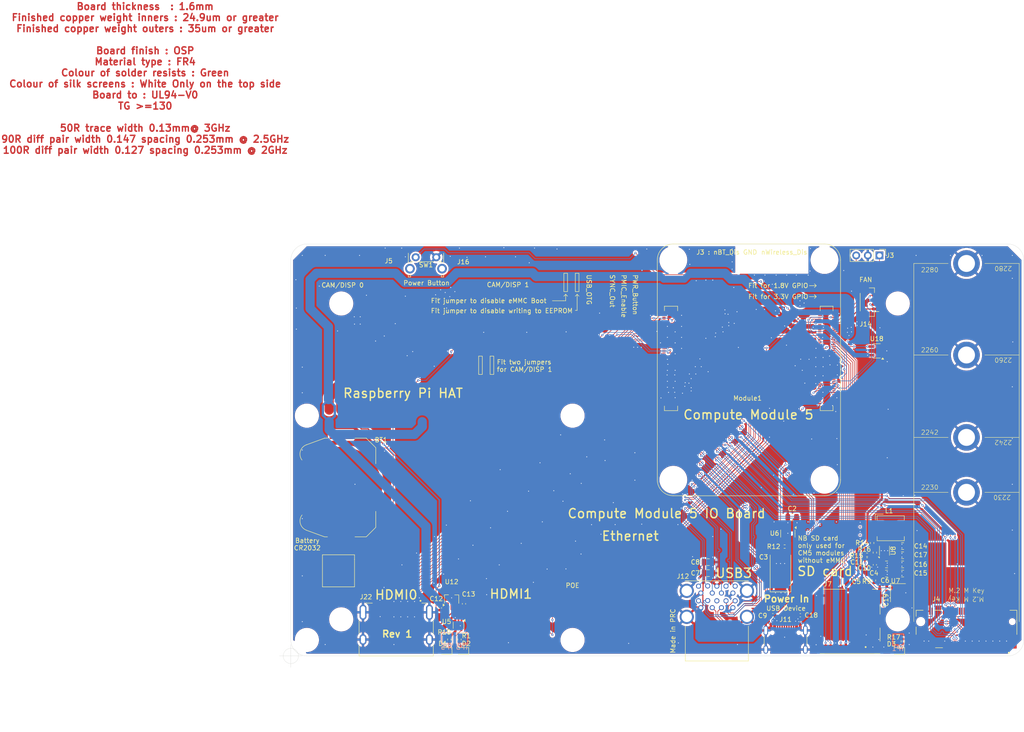
<source format=kicad_pcb>
(kicad_pcb (version 20241229) (generator "pcbnew") (generator_version "9.0")
  (layers (0 "F.Cu" signal) (4 "In1.Cu" power) (6 "In2.Cu" power) (2 "B.Cu" signal) (13 "F.Paste" user) (15 "B.Paste" user) (5 "F.SilkS" user "F.Silkscreen") (7 "B.SilkS" user "B.Silkscreen") (1 "F.Mask" user) (3 "B.Mask" user) (25 "Edge.Cuts" user))
  (net 0 "")
  (net 1 "GND")
  (net 2 "/CM5_GPIO ( Ethernet, GPIO, SDCARD)/VBAT")
  (net 3 "/CM5_HighSpeed/VBUS")
  (net 4 "/CM5_GPIO ( Ethernet, GPIO, SDCARD)/SD_PWR")
  (net 5 "/PCIe-M2/M2_3v3")
  (net 6 "/PCIe-M2/FB")
  (net 7 "/CM5_HighSpeed/HDMI_5v")
  (net 8 "Net-(D1-K)")
  (net 9 "Net-(D2-K)")
  (net 10 "Net-(D3-K)")
  (net 11 "/CM5_GPIO ( Ethernet, GPIO, SDCARD)/nRPIBOOT")
  (net 12 "/CM5_GPIO ( Ethernet, GPIO, SDCARD)/EEPROM_nWP")
  (net 13 "/CM5_GPIO ( Ethernet, GPIO, SDCARD)/SYNC_OUT")
  (net 14 "Net-(R10-Pad2)")
  (net 15 "/+3.3v")
  (net 16 "/CM5_GPIO ( Ethernet, GPIO, SDCARD)/PMIC_ENABLE")
  (net 17 "/CM5_GPIO ( Ethernet, GPIO, SDCARD)/PWR_BUT")
  (net 18 "/CM5_GPIO ( Ethernet, GPIO, SDCARD)/WL_nDis")
  (net 19 "/CM5_GPIO ( Ethernet, GPIO, SDCARD)/BT_nDis")
  (net 24 "Net-(J4-DAS{slash}~{DSS}{slash}~{LED1})")
  (net 31 "/+5v")
  (net 47 "/CM5_HighSpeed/PCIE_RX_N")
  (net 49 "/CM5_HighSpeed/PCIE_RX_P")
  (net 52 "/CM5_HighSpeed/PCIE_TX_N")
  (net 54 "/CM5_HighSpeed/PCIE_TX_P")
  (net 55 "/CM5_HighSpeed/PCIE_nCLKREQ")
  (net 56 "/CM5_HighSpeed/PCIE_CLK_N")
  (net 57 "/CM5_HighSpeed/PCIE_CLK_P")
  (net 61 "Net-(J4-SUSCLK)")
  (net 63 "/CM5_HighSpeed/DPHY0_D0_N")
  (net 64 "/CM5_HighSpeed/DPHY0_D0_P")
  (net 65 "/CM5_HighSpeed/DPHY0_D1_N")
  (net 66 "/CM5_HighSpeed/DPHY0_D1_P")
  (net 67 "/CM5_HighSpeed/DPHY0_C_N")
  (net 68 "/CM5_HighSpeed/DPHY0_C_P")
  (net 69 "/CM5_HighSpeed/DPHY0_D2_N")
  (net 70 "/CM5_HighSpeed/DPHY0_D2_P")
  (net 71 "/CM5_HighSpeed/DPHY0_D3_N")
  (net 72 "/CM5_HighSpeed/DPHY0_D3_P")
  (net 73 "/CM5_GPIO ( Ethernet, GPIO, SDCARD)/CAM_GPIO0")
  (net 74 "/CM5_GPIO ( Ethernet, GPIO, SDCARD)/CAM_GPIO1")
  (net 75 "/CM5_GPIO ( Ethernet, GPIO, SDCARD)/ID_SC")
  (net 76 "/CM5_GPIO ( Ethernet, GPIO, SDCARD)/ID_SD")
  (net 79 "/CM5_GPIO ( Ethernet, GPIO, SDCARD)/SD_DAT1")
  (net 80 "/CM5_GPIO ( Ethernet, GPIO, SDCARD)/SD_DAT0")
  (net 81 "/CM5_GPIO ( Ethernet, GPIO, SDCARD)/SD_CLK")
  (net 82 "/CM5_GPIO ( Ethernet, GPIO, SDCARD)/SD_CMD")
  (net 83 "/CM5_GPIO ( Ethernet, GPIO, SDCARD)/SD_DAT3")
  (net 84 "/CM5_GPIO ( Ethernet, GPIO, SDCARD)/SD_DAT2")
  (net 85 "/CM5_GPIO ( Ethernet, GPIO, SDCARD)/GPIO2")
  (net 86 "/CM5_GPIO ( Ethernet, GPIO, SDCARD)/GPIO3")
  (net 87 "/CM5_GPIO ( Ethernet, GPIO, SDCARD)/GPIO4")
  (net 88 "/CM5_GPIO ( Ethernet, GPIO, SDCARD)/GPIO14")
  (net 89 "/CM5_GPIO ( Ethernet, GPIO, SDCARD)/GPIO15")
  (net 90 "/CM5_GPIO ( Ethernet, GPIO, SDCARD)/GPIO17")
  (net 91 "/CM5_GPIO ( Ethernet, GPIO, SDCARD)/GPIO18")
  (net 92 "/CM5_GPIO ( Ethernet, GPIO, SDCARD)/GPIO27")
  (net 93 "/CM5_GPIO ( Ethernet, GPIO, SDCARD)/GPIO22")
  (net 94 "/CM5_GPIO ( Ethernet, GPIO, SDCARD)/GPIO23")
  (net 95 "/CM5_GPIO ( Ethernet, GPIO, SDCARD)/GPIO24")
  (net 96 "/CM5_GPIO ( Ethernet, GPIO, SDCARD)/GPIO10")
  (net 97 "/CM5_GPIO ( Ethernet, GPIO, SDCARD)/GPIO9")
  (net 98 "/CM5_GPIO ( Ethernet, GPIO, SDCARD)/GPIO25")
  (net 99 "/CM5_GPIO ( Ethernet, GPIO, SDCARD)/GPIO11")
  (net 100 "/CM5_GPIO ( Ethernet, GPIO, SDCARD)/GPIO8")
  (net 101 "/CM5_GPIO ( Ethernet, GPIO, SDCARD)/GPIO7")
  (net 102 "/CM5_GPIO ( Ethernet, GPIO, SDCARD)/GPIO5")
  (net 103 "/CM5_GPIO ( Ethernet, GPIO, SDCARD)/GPIO6")
  (net 104 "/CM5_GPIO ( Ethernet, GPIO, SDCARD)/GPIO12")
  (net 105 "/CM5_GPIO ( Ethernet, GPIO, SDCARD)/GPIO13")
  (net 106 "/CM5_GPIO ( Ethernet, GPIO, SDCARD)/GPIO19")
  (net 107 "/CM5_GPIO ( Ethernet, GPIO, SDCARD)/GPIO16")
  (net 108 "/CM5_GPIO ( Ethernet, GPIO, SDCARD)/GPIO26")
  (net 109 "/CM5_GPIO ( Ethernet, GPIO, SDCARD)/GPIO20")
  (net 110 "/CM5_GPIO ( Ethernet, GPIO, SDCARD)/GPIO21")
  (net 111 "/CM5_HighSpeed/HDMI1_HOTPLUG")
  (net 112 "/CM5_HighSpeed/HDMI1_SDA")
  (net 113 "/CM5_HighSpeed/HDMI1_SCL")
  (net 114 "/CM5_HighSpeed/HDMI1_CEC")
  (net 115 "/CM5_HighSpeed/HDMI1_CK_N")
  (net 116 "/CM5_HighSpeed/HDMI1_CK_P")
  (net 117 "/CM5_HighSpeed/HDMI1_D0_N")
  (net 118 "/CM5_HighSpeed/HDMI1_D0_P")
  (net 119 "/CM5_HighSpeed/HDMI1_D1_N")
  (net 120 "/CM5_HighSpeed/HDMI1_D1_P")
  (net 121 "/CM5_HighSpeed/HDMI1_D2_N")
  (net 122 "/CM5_HighSpeed/HDMI1_D2_P")
  (net 123 "/CC1")
  (net 124 "/USB2_P")
  (net 125 "/USB2_N")
  (net 127 "/CC2")
  (net 129 "/CM5_HighSpeed/USB3-0-D_N")
  (net 130 "/CM5_HighSpeed/USB3-0-D_P")
  (net 131 "/CM5_HighSpeed/USB3-0-RX_N")
  (net 132 "/CM5_HighSpeed/USB3-0-RX_P")
  (net 133 "/CM5_HighSpeed/USB3-0-TX_N")
  (net 134 "/CM5_HighSpeed/USB3-0-TX_P")
  (net 135 "/CM5_HighSpeed/USB3-1-D_N")
  (net 136 "/CM5_HighSpeed/USB3-1-D_P")
  (net 137 "/CM5_HighSpeed/USB3-1-RX_N")
  (net 138 "/CM5_HighSpeed/USB3-1-RX_P")
  (net 139 "/CM5_HighSpeed/USB3-1-TX_N")
  (net 140 "/CM5_HighSpeed/USB3-1-TX_P")
  (net 141 "/CM5_GPIO ( Ethernet, GPIO, SDCARD)/TACHO")
  (net 142 "/CM5_GPIO ( Ethernet, GPIO, SDCARD)/PWM")
  (net 143 "/CM5_HighSpeed/DPHY1_D0_N")
  (net 144 "/CM5_HighSpeed/DPHY1_D0_P")
  (net 145 "/CM5_HighSpeed/DPHY1_D1_N")
  (net 146 "/CM5_HighSpeed/DPHY1_D1_P")
  (net 147 "/CM5_HighSpeed/DPHY1_C_N")
  (net 148 "/CM5_HighSpeed/DPHY1_C_P")
  (net 149 "/CM5_HighSpeed/DPHY1_D2_N")
  (net 150 "/CM5_HighSpeed/DPHY1_D2_P")
  (net 151 "/CM5_HighSpeed/DPHY1_D3_N")
  (net 152 "/CM5_HighSpeed/DPHY1_D3_P")
  (net 153 "/CM5_HighSpeed/HDMI0_HOTPLUG")
  (net 154 "/CM5_HighSpeed/HDMI0_SDA")
  (net 155 "/CM5_HighSpeed/HDMI0_SCL")
  (net 157 "/CM5_HighSpeed/HDMI0_CEC")
  (net 158 "/CM5_HighSpeed/HDMI0_CK_N")
  (net 159 "/CM5_HighSpeed/HDMI0_CK_P")
  (net 160 "/CM5_HighSpeed/HDMI0_D0_N")
  (net 161 "/CM5_HighSpeed/HDMI0_D0_P")
  (net 162 "/CM5_HighSpeed/HDMI0_D1_N")
  (net 163 "/CM5_HighSpeed/HDMI0_D1_P")
  (net 164 "/CM5_HighSpeed/HDMI0_D2_N")
  (net 165 "/CM5_HighSpeed/HDMI0_D2_P")
  (net 166 "Net-(U8-LX)")
  (net 167 "/CM5_GPIO ( Ethernet, GPIO, SDCARD)/TRD3_P")
  (net 168 "/CM5_GPIO ( Ethernet, GPIO, SDCARD)/TRD1_P")
  (net 169 "/CM5_GPIO ( Ethernet, GPIO, SDCARD)/TRD3_N")
  (net 170 "/CM5_GPIO ( Ethernet, GPIO, SDCARD)/TRD1_N")
  (net 171 "/CM5_GPIO ( Ethernet, GPIO, SDCARD)/TRD2_N")
  (net 172 "/CM5_GPIO ( Ethernet, GPIO, SDCARD)/TRD0_N")
  (net 173 "/CM5_GPIO ( Ethernet, GPIO, SDCARD)/TRD2_P")
  (net 174 "/CM5_GPIO ( Ethernet, GPIO, SDCARD)/TRD0_P")
  (net 175 "/CM5_GPIO ( Ethernet, GPIO, SDCARD)/ETH_LEDY")
  (net 176 "/CM5_GPIO ( Ethernet, GPIO, SDCARD)/ETH_LEDG")
  (net 177 "Net-(Module1A-LED_nACT)")
  (net 183 "/CM5_GPIO ( Ethernet, GPIO, SDCARD)/SD_PWR_ON")
  (net 184 "/CM5_GPIO ( Ethernet, GPIO, SDCARD)/GPIO_VREF")
  (net 185 "/CM5_GPIO ( Ethernet, GPIO, SDCARD)/+1.8v")
  (net 186 "/CM5_GPIO ( Ethernet, GPIO, SDCARD)/nPWR_LED")
  (net 187 "/CM5_HighSpeed/PCIE_PWR_EN")
  (net 188 "/CM5_HighSpeed/PCIE_nWAKE")
  (net 189 "/CM5_HighSpeed/PCIE_nRST")
  (net 190 "/CM5_HighSpeed/VBUS_EN")
  (net 191 "Net-(U6-ILIM)")
  (net 197 "/CM5_GPIO ( Ethernet, GPIO, SDCARD)/SDA0")
  (net 198 "/CM5_GPIO ( Ethernet, GPIO, SDCARD)/SCL0")
  (net 199 "/CM5_HighSpeed/USBOTG_ID")
  (footprint "CM5IO:BatteryHolder_Keystone_3034_1x20mm" (layer "F.Cu") (at 90 123.2 -90)
    (property "Reference" "BT1")
    (property "Value" "Battery_Cell")
  )
  (footprint "Capacitor_SMD:C_0805_2012Metric" (layer "F.Cu") (at 199.45 143.75 180)
    (property "Reference" "C5")
    (property "Value" "10u")
  )
  (footprint "Capacitor_SMD:C_0402_1005Metric" (layer "F.Cu") (at 111.55 149.5 90)
    (property "Reference" "C12")
    (property "Value" "100n")
  )
  (footprint "Capacitor_SMD:C_0402_1005Metric" (layer "F.Cu") (at 116.8 148.6 90)
    (property "Reference" "C13")
    (property "Value" "100n")
  )
  (footprint "Resistor_SMD:R_0402_1005Metric" (layer "F.Cu") (at 113.6 156.4 90)
    (property "Reference" "R10")
    (property "Value" "1k")
  )
  (footprint "Package_TO_SOT_SMD:TSOT-23_HandSoldering" (layer "F.Cu") (at 114.1 147.6 90)
    (property "Reference" "U12")
    (property "Value" "RT9742SNGV")
  )
  (footprint "LED_SMD:LED_0603_1608Metric" (layer "F.Cu") (at 116.35 158.9 180)
    (property "Reference" "D2")
    (property "Value" "LED Green")
  )
  (footprint "Connector_USB:USB_C_Receptacle_GCT_USB4105-xx-A_16P_TopMnt_Horizontal" (layer "F.Cu") (at 187 157.525)
    (property "Reference" "J11")
    (property "Value" "USB_C_Receptacle_USB2.0")
  )
  (footprint "LED_SMD:LED_0603_1608Metric" (layer "F.Cu") (at 112.7 158.9 180)
    (property "Reference" "D1")
    (property "Value" "LED Red")
  )
  (footprint "Resistor_SMD:R_0402_1005Metric" (layer "F.Cu") (at 115.8 156.4 90)
    (property "Reference" "R1")
    (property "Value" "1k")
  )
  (footprint "Package_TO_SOT_SMD:SOT-353_SC-70-5" (layer "F.Cu") (at 115.6 153.3 -90)
    (property "Reference" "U5")
    (property "Value" "74LVC1G07SE-7")
  )
  (footprint "Package_TO_SOT_SMD:SOT-23-5" (layer "F.Cu") (at 206.9 93.35 180)
    (property "Reference" "U18")
    (property "Value" "RT9742GGJ5")
  )
  (footprint "CM5IO:EDAC 690-019-298-412" (layer "F.Cu") (at 102 150.45)
    (property "Reference" "J22")
    (property "Value" "690-019-298-412" (hide yes))
  )
  (footprint "CM5IO:MountingHole_2.7mm_M2.5_DIN965" (layer "F.Cu") (at 90 152)
    (property "Reference" "H1" (hide yes))
    (property "Value" "MountingHole")
  )
  (footprint "CM5IO:MountingHole_2.7mm_M2.5_DIN965" (layer "F.Cu") (at 82.5 156.5)
    (property "Reference" "H2" (hide yes))
    (property "Value" "MountingHole")
  )
  (footprint "CM5IO:MountingHole_2.7mm_M2.5_DIN965" (layer "F.Cu") (at 82.5 107.5)
    (property "Reference" "H3" (hide yes))
    (property "Value" "MountingHole")
  )
  (footprint "CM5IO:MountingHole_2.7mm_M2.5_DIN965" (layer "F.Cu") (at 140.5 156.5)
    (property "Reference" "H4" (hide yes))
    (property "Value" "MountingHole")
  )
  (footprint "CM5IO:MountingHole_2.7mm_M2.5_DIN965" (layer "F.Cu") (at 140.5 107.5)
    (property "Reference" "H5" (hide yes))
    (property "Value" "MountingHole")
  )
  (footprint "CM5IO:MountingHole_2.7mm_M2.5_DIN965" (layer "F.Cu") (at 211.5 83)
    (property "Reference" "H6" (hide yes))
    (property "Value" "MountingHole")
  )
  (footprint "CM5IO:MountingHole_2.7mm_M2.5_DIN965" (layer "F.Cu") (at 90 83)
    (property "Reference" "H7" (hide yes))
    (property "Value" "MountingHole")
  )
  (footprint "CM5IO:MountingHole_2.7mm_M2.5_DIN965" (layer "F.Cu") (at 211.5 152)
    (property "Reference" "H8" (hide yes))
    (property "Value" "MountingHole")
  )
  (footprint "LED_SMD:LED_0603_1608Metric" (layer "F.Cu") (at 211.5 158.9 180)
    (property "Reference" "D3")
    (property "Value" "LED Green")
  )
  (footprint "Package_DFN_QFN:DFN-8-1EP_2x2mm_P0.5mm_EP1.05x1.75mm" (layer "F.Cu") (at 208.6 137 90)
    (property "Reference" "U8")
    (property "Value" "AP3441SHE-7B")
  )
  (footprint "Connector_PinHeader_2.54mm:PinHeader_1x03_P2.54mm_Vertical" (layer "F.Cu") (at 207.5 72.5 -90)
    (property "Reference" "J3")
    (property "Value" "Conn_01x03")
  )
  (footprint "CM5IO:SDCARD_MOLEX_503398-1892" (layer "F.Cu") (at 201.08 152.45 180)
    (property "Reference" "J7")
    (property "Value" "Micro_SD_Card_Det")
  )
  (footprint "CM5IO:M.2 M Key socket" (layer "F.Cu") (at 226.5 152.5 180)
    (property "Reference" "J4")
    (property "Value" "Bus_M.2_Socket_M")
  )
  (footprint "Resistor_SMD:R_0402_1005Metric" (layer "F.Cu") (at 206.3 143.5 -90)
    (property "Reference" "R9")
    (property "Value" "2.2K 1%")
  )
  (footprint "Capacitor_SMD:C_0805_2012Metric" (layer "F.Cu") (at 209.05 142)
    (property "Reference" "C6")
    (property "Value" "10u")
  )
  (footprint "Capacitor_SMD:C_0805_2012Metric" (layer "F.Cu") (at 212.55 140 180)
    (property "Reference" "C16")
    (property "Value" "10u")
  )
  (footprint "Capacitor_SMD:C_0402_1005Metric" (layer "F.Cu") (at 206.5 140.085 -90)
    (property "Reference" "C10")
    (property "Value" "100n")
  )
  (footprint "Capacitor_SMD:C_0402_1005Metric" (layer "F.Cu") (at 204.8 138.9)
    (property "Reference" "C11")
    (property "Value" "4.7nF")
  )
  (footprint "Capacitor_SMD:C_0805_2012Metric" (layer "F.Cu") (at 170.1375 139.5)
    (property "Reference" "C8")
    (property "Value" "10u")
  )
  (footprint "CM5IO:MTCONN_UBAF30-D2011" (layer "F.Cu") (at 172 151.45)
    (property "Reference" "J12")
    (property "Value" "USB3_A")
  )
  (footprint "Connector_JST:JST_SH_BM04B-SRSS-TB_1x04-1MP_P1.00mm_Vertical" (layer "F.Cu") (at 205.3 82.7 90)
    (property "Reference" "J14")
    (property "Value" "JST_SHBM04B-SRSS-TB")
  )
  (footprint "Capacitor_SMD:C_0805_2012Metric" (layer "F.Cu") (at 188.4375 129.7 180)
    (property "Reference" "C2")
    (property "Value" "10u")
  )
  (footprint "Capacitor_Tantalum_SMD:CP_EIA-7343-31_Kemet-D" (layer "F.Cu") (at 185.9 141.5875 90)
    (property "Reference" "C3")
    (property "Value" "100uF")
  )
  (footprint "Capacitor_SMD:C_0805_2012Metric" (layer "F.Cu") (at 212.5375 138 180)
    (property "Reference" "C17")
    (property "Value" "10u")
  )
  (footprint "Crystal:Crystal_SMD_3225-4Pin_3.2x2.5mm" (layer "F.Cu") (at 211.55 146.2 -90)
    (property "Reference" "U7")
    (property "Value" "ASEK-32.768KHZ-L-R-T")
  )
  (footprint "Resistor_SMD:R_0402_1005Metric" (layer "F.Cu") (at 212.6 156.8 90)
    (property "Reference" "R17")
    (property "Value" "1k")
  )
  (footprint "Package_TO_SOT_SMD:SOT-23-6" (layer "F.Cu") (at 187.5 133.2625 -90)
    (property "Reference" "U6")
    (property "Value" "AP22653W6")
  )
  (footprint "CM5IO:L_Bourns_SRP5030CC" (layer "F.Cu") (at 209.95 132.1)
    (property "Reference" "L1")
    (property "Value" "2.2uH")
  )
  (footprint "Capacitor_SMD:C_0402_1005Metric" (layer "F.Cu") (at 190.22 151.1)
    (property "Reference" "C18")
    (property "Value" "100n")
  )
  (footprint "Button_Switch_THT:SW_Tactile_SPST_Angled_PTS645Vx58-2LFS" (layer "F.Cu") (at 106.25 72.9)
    (property "Reference" "SW1")
    (property "Value" "Right angle Tact button")
  )
  (footprint "Resistor_SMD:R_0402_1005Metric" (layer "F.Cu") (at 206.5 137.415 90)
    (property "Reference" "R16")
    (property "Value" "2.2K 1%")
  )
  (footprint "Capacitor_SMD:C_0805_2012Metric" (layer "F.Cu") (at 170.15 141.9)
    (property "Reference" "C7")
    (property "Value" "10u")
  )
  (footprint "Resistor_SMD:R_0402_1005Metric" (layer "F.Cu") (at 204.8 137.9)
    (property "Reference" "R15")
    (property "Value" "10K 1%")
  )
  (footprint "Resistor_SMD:R_0402_1005Metric" (layer "F.Cu") (at 186.8 136.1 180)
    (property "Reference" "R12")
    (property "Value" "15K 1%")
  )
  (footprint "Capacitor_SMD:C_0805_2012Metric" (layer "F.Cu") (at 212.55 142 180)
    (property "Reference" "C15")
    (property "Value" "10u")
  )
  (footprint "Capacitor_SMD:C_0805_2012Metric" (layer "F.Cu") (at 212.55 136 180)
    (property "Reference" "C14")
    (property "Value" "10u")
  )
  (footprint "Capacitor_SMD:C_0402_1005Metric" (layer "F.Cu") (at 184.22 151.1 180)
    (property "Reference" "C9")
    (property "Value" "100n")
  )
  (footprint "Resistor_SMD:R_0402_1005Metric" (layer "F.Cu") (at 205.9 135.315 -90)
    (property "Reference" "R14")
    (property "Value" "100K 1%")
  )
  (footprint "CM5IO:Raspberry-Pi-5-Compute-Module" (layer "F.Cu") (at 195.5 73.5 180)
    (property "Reference" "Module1")
    (property "Value" "ComputeModule5-CM5")
  )
  (footprint "Capacitor_SMD:C_0805_2012Metric" (layer "F.Cu") (at 209.05 140)
    (property "Reference" "C4")
    (property "Value" "10u")
  )
  (footprint "Capacitor_SMD:C_0402_1005Metric" (layer "F.Cu") (at 209.1 145.32 -90)
    (property "Reference" "C19")
    (property "Value" "100n")
  )
  (footprint "TestPoint:TestPoint_Pad_2.0x2.0mm" (layer "B.Cu") (at 211.6 156.4)
    (property "Reference" "TP1")
    (property "Value" "TestPoint")
  )
  (footprint "TestPoint:TestPoint_Pad_2.0x2.0mm" (layer "B.Cu") (at 116.411606 156.1)
    (property "Reference" "TP3")
    (property "Value" "TestPoint")
  )
  (footprint "TestPoint:TestPoint_Pad_2.0x2.0mm" (layer "B.Cu") (at 113.1 156.1)
    (property "Reference" "TP5")
    (property "Value" "TestPoint")
  )
  (gr_line (start 136.1 82.4) (end 138.5 82.4) (stroke (width 0.12)) (layer "F.SilkS"))
  (gr_line (start 141.5 81) (end 141.1 81.4) (stroke (width 0.12)) (layer "F.SilkS"))
  (gr_line (start 92.9 144.9) (end 85.9 144.9) (stroke (width 0.12)) (layer "F.SilkS"))
  (gr_line (start 192.2 81.5) (end 193.7 81.5) (stroke (width 0.12)) (layer "F.SilkS"))
  (gr_rect (start 85.9 137.9) (end 85.9 144.9) (stroke (width 0.12)) (fill no) (layer "F.SilkS"))
  (gr_line (start 192.2 79.1) (end 193.7 79.1) (stroke (width 0.12)) (layer "F.SilkS"))
  (gr_line (start 92.9 144.9) (end 92.9 138.9) (stroke (width 0.12)) (layer "F.SilkS"))
  (gr_line (start 92.9 137.9) (end 92.9 138.9) (stroke (width 0.12)) (layer "F.SilkS"))
  (gr_line (start 139 81) (end 139.4 81.4) (stroke (width 0.12)) (layer "F.SilkS"))
  (gr_line (start 193.7 81.5) (end 193.3 81.9) (stroke (width 0.12)) (layer "F.SilkS"))
  (gr_line (start 193.7 81.5) (end 193.3 81.1) (stroke (width 0.12)) (layer "F.SilkS"))
  (gr_line (start 193.3 81.1) (end 193.7 81.5) (stroke (width 0.12)) (layer "F.SilkS"))
  (gr_rect (start 122.5 94.5) (end 123.3 98.5) (stroke (width 0.12)) (fill no) (layer "F.SilkS"))
  (gr_line (start 139 82.4) (end 139 81) (stroke (width 0.12)) (layer "F.SilkS"))
  (gr_line (start 141.1 84.5) (end 141.5 84.5) (stroke (width 0.12)) (layer "F.SilkS"))
  (gr_line (start 193.7 79.1) (end 193.3 78.7) (stroke (width 0.12)) (layer "F.SilkS"))
  (gr_line (start 138.5 82.4) (end 139 82.4) (stroke (width 0.12)) (layer "F.SilkS"))
  (gr_line (start 193.7 79.1) (end 193.3 79.5) (stroke (width 0.12)) (layer "F.SilkS"))
  (gr_line (start 139 81) (end 138.6 81.4) (stroke (width 0.12)) (layer "F.SilkS"))
  (gr_line (start 85.9 137.9) (end 92.9 137.9) (stroke (width 0.12)) (layer "F.SilkS"))
  (gr_line (start 141.5 81) (end 141.9 81.4) (stroke (width 0.12)) (layer "F.SilkS"))
  (gr_rect (start 120 94.5) (end 120.8 98.5) (stroke (width 0.12)) (fill no) (layer "F.SilkS"))
  (gr_rect (start 138.6 76.4) (end 139.4 80.4) (stroke (width 0.12)) (fill no) (layer "F.SilkS"))
  (gr_line (start 141.5 84.5) (end 141.5 81) (stroke (width 0.12)) (layer "F.SilkS"))
  (gr_rect (start 141.1 76.4) (end 141.9 80.4) (stroke (width 0.12)) (fill no) (layer "F.SilkS"))
  (gr_line (start 239 156.5) (end 239 73.5) (stroke (width 0.05)) (layer "Edge.Cuts"))
  (gr_line (start 235.5 70) (end 82.5 70) (stroke (width 0.05)) (layer "Edge.Cuts"))
  (gr_line (start 79 156.5) (end 79 73.5) (stroke (width 0.05)) (layer "Edge.Cuts"))
  (gr_arc (start 79 73.5) (mid 80.025126 71.025126) (end 82.5 70) (stroke (width 0.05)) (layer "Edge.Cuts"))
  (gr_line (start 82.5 160) (end 235.5 160) (stroke (width 0.05)) (layer "Edge.Cuts"))
  (gr_arc (start 82.5 160) (mid 80.025126 158.974874) (end 79 156.5) (stroke (width 0.05)) (layer "Edge.Cuts"))
  (gr_arc (start 235.5 70) (mid 237.974874 71.025126) (end 239 73.5) (stroke (width 0.05)) (layer "Edge.Cuts"))
  (gr_arc (start 239 156.5) (mid 237.974874 158.974874) (end 235.5 160) (stroke (width 0.05)) (layer "Edge.Cuts"))
  (gr_text "Board thickness  : 1.6mm\nFinished copper weight inners : 24.9um or greater\nFinished copper weight outers : 35um or greater\n\nBoard finish : OSP\nMaterial type : FR4\nColour of solder resists : Green\nColour of silk screens : White Only on the top side\nBoard to : UL94-V0\nTG >=130\n\n50R trace width 0.13mm@ 3GHz\n90R diff pair width 0.147 spacing 0.253mm @ 2.5GHz\n100R diff pair width 0.127 spacing 0.253mm @ 2GHz" (at 47.2 33.8 0) (layer "F.Cu") (effects (font (size 1.5 1.5) (thickness 0.3))))
  (gr_text "Rev 1" (at 102.2 155.2 0) (layer "F.SilkS") (effects (font (size 1.5 1.5) (thickness 0.3))))
  (gr_text "Fit for 3.3V GPIO " (at 185.8 81.5 0) (layer "F.SilkS") (effects (font (size 1 1))))
  (gr_text "Fit jumper to disable writing to EEPROM" (at 109.5 84.6 0) (layer "F.SilkS") (effects (font (size 1 1)) (justify left)))
  (gr_text "Power In" (at 182.1 148.4 0) (layer "F.SilkS") (effects (font (size 1.5 1.5) (thickness 0.3) (bold yes)) (justify left bottom)))
  (gr_text "Made in PRC" (at 163 159.5 90) (layer "F.SilkS") (effects (font (size 1 1)) (justify left bottom)))
  (gr_text "nWireless_Dis" (at 186.7 71.8 0) (layer "F.SilkS") (effects (font (size 1 1))))
  (gr_text "CAM/DISP 0" (at 90.3 79 0) (layer "F.SilkS") (effects (font (size 1 1))))
  (gr_text "J16" (at 115.2 74.5 0) (layer "F.SilkS") (effects (font (size 1 1)) (justify left bottom)))
  (gr_text "FAN" (at 204.5 77.8 0) (layer "F.SilkS") (effects (font (size 1 1))))
  (gr_text "USB Device" (at 187.1 149.6 0) (layer "F.SilkS") (effects (font (size 1 1))))
  (gr_text "M.2 M Key" (at 222.5 146.3 0) (layer "F.SilkS") (effects (font (size 1 1) (thickness 0.1)) (justify left bottom)))
  (gr_text "Raspberry Pi HAT" (at 103.5 102.6 0) (layer "F.SilkS") (effects (font (size 2 2) (thickness 0.3))))
  (gr_text "Fit for 1.8V GPIO" (at 185.4 79.1 0) (layer "F.SilkS") (effects (font (size 1 1))))
  (gr_text "USB3" (at 175.7 141.9 0) (layer "F.SilkS") (effects (font (size 2 2) (thickness 0.3))))
  (gr_text "PWR_Button" (at 153.6 76.6 270) (layer "F.SilkS") (effects (font (size 1 1)) (justify left bottom)))
  (gr_text "Fit two jumpers \nfor CAM/DISP 1" (at 123.9 96.6 0) (layer "F.SilkS") (effects (font (size 1 1)) (justify left)))
  (gr_text "J3 : nBT_Dis GND " (at 174.55 71.8 0) (layer "F.SilkS") (effects (font (size 1 1))))
  (gr_text "SYNC_Out" (at 148.6 76.6 270) (layer "F.SilkS") (effects (font (size 1 1)) (justify left bottom)))
  (gr_text "Battery\nCR2032\n" (at 82.6 135.6 0) (layer "F.SilkS") (effects (font (size 1 1))))
  (gr_text "Ethernet" (at 153.1 133.8 0) (layer "F.SilkS") (effects (font (size 2 2) (thickness 0.3))))
  (gr_text "NB SD card\nonly used for \nCM5 modules \nwithout eMMC" (at 189.6 136.7 0) (layer "F.SilkS") (effects (font (size 1 1)) (justify left)))
  (gr_text "SD card" (at 195.6 141.5 0) (layer "F.SilkS") (effects (font (size 2 2) (thickness 0.3))))
  (gr_text "CAM/DISP 1\n" (at 126.4 78.9 0) (layer "F.SilkS") (effects (font (size 1 1))))
  (gr_text "PMIC_Enable" (at 151.1 76.6 -90) (layer "F.SilkS") (effects (font (size 1 1)) (justify left bottom)))
  (gr_text "HDMI1" (at 127.05 146.45 0) (layer "F.SilkS") (effects (font (size 2 2) (thickness 0.3))))
  (gr_text "USB_OTG" (at 143.5 76.6 -90) (layer "F.SilkS") (effects (font (size 1 1)) (justify left bottom)))
  (gr_text "Power Button" (at 103.5 79.1 0) (layer "F.SilkS") (effects (font (size 1 1)) (justify left bottom)))
  (gr_text "J5" (at 99.4 74.3 0) (layer "F.SilkS") (effects (font (size 1 1)) (justify left bottom)))
  (gr_text "Compute Module 5 IO Board" (at 139.25 130.05 0) (layer "F.SilkS") (effects (font (size 2 2) (thickness 0.3) (bold yes)) (justify left bottom)))
  (gr_text "HDMI0" (at 102 146.65 0) (layer "F.SilkS") (effects (font (size 2 2) (thickness 0.3))))
  (gr_text "Fit jumper to disable eMMC Boot" (at 109.5 82.4 0) (layer "F.SilkS") (effects (font (size 1 1)) (justify left)))
  (gr_text "POE" (at 140.5 144.6 0) (layer "F.SilkS") (effects (font (size 1 1))))
  (gr_text "Compute Module 5" (at 178.9 107.3 0) (layer "F.SilkS") (effects (font (size 2 2) (thickness 0.3))))
  (target plus (at 79 160) (size 5) (width 0.05) (layer "Edge.Cuts"))
  (segment (start 195.177576 98.8) (end 195.1808 98.796776) (width 0.2) (layer "F.Cu") (net 1))
  (segment (start 195.47999 90.8) (end 196.8 90.8) (width 0.2) (layer "F.Cu") (net 1))
  (segment (start 160.5 89.2) (end 159 89.2) (width 0.2) (layer "F.Cu") (net 1))
  (segment (start 190.5 152.8) (end 190.2 153.1) (width 0.5) (layer "F.Cu") (net 1))
  (segment (start 183.8 153.845) (end 183.8 153.1) (width 0.5) (layer "F.Cu") (net 1))
  (segment (start 194.68 158.075) (end 194.68 155.7) (width 0.3) (layer "F.Cu") (net 1))
  (segment (start 114.1 147.3) (end 112.4 147.3) (width 0.13) (layer "F.Cu") (net 1))
  (segment (start 197.5 96.4) (end 198.27638 96.4) (width 0.2) (layer "F.Cu") (net 1))
  (segment (start 194.42 92) (end 195.1 92) (width 0.2) (layer "F.Cu") (net 1))
  (segment (start 193.705 157.575) (end 193.68 157.55) (width 0.23) (layer "F.Cu") (net 1))
  (segment (start 185.9 139.8) (end 185.9 138.475) (width 1) (layer "F.Cu") (net 1))
  (segment (start 163.58 98.8) (end 163 98.8) (width 0.2) (layer "F.Cu") (net 1))
  (segment (start 218.25 156.75) (end 218.25 157.775) (width 0.3) (layer "F.Cu") (net 1))
  (segment (start 196.9 93.2) (end 196.8 93.1) (width 0.2) (layer "F.Cu") (net 1))
  (segment (start 235.75 156.85) (end 235.6 156.7) (width 0.3) (layer "F.Cu") (net 1))
  (segment (start 162.453939 87.3) (end 162.938528 86.815411) (width 0.2) (layer "F.Cu") (net 1))
  (segment (start 197.95 157.468198) (end 197.95 157.15) (width 0.13) (layer "F.Cu") (net 1))
  (segment (start 161.2 100) (end 162.88999 100) (width 0.23) (layer "F.Cu") (net 1))
  (segment (start 162.784273 98.615727) (end 162.8 98.6) (width 0.23) (layer "F.Cu") (net 1))
  (segment (start 163.6 88) (end 164.28999 88) (width 0.2) (layer "F.Cu") (net 1))
  (segment (start 194.68 157.575) (end 193.705 157.575) (width 0.23) (layer "F.Cu") (net 1))
  (segment (start 217.25 156.75) (end 217.25 157.775) (width 0.3) (layer "F.Cu") (net 1))
  (segment (start 162.909337 94) (end 162.901867 93.99253) (width 0.2) (layer "F.Cu") (net 1))
  (segment (start 212.4 136.4) (end 212 136.4) (width 0.23) (layer "F.Cu") (net 1))
  (segment (start 163.6 86.8) (end 162.953939 86.8) (width 0.2) (layer "F.Cu") (net 1))
  (segment (start 223.25 157.775) (end 223.25 156.75) (width 0.23) (layer "F.Cu") (net 1))
  (segment (start 212.4 139.6) (end 212 139.6) (width 0.23) (layer "F.Cu") (net 1))
  (segment (start 160.5 100) (end 161.2 100) (width 0.2) (layer "F.Cu") (net 1))
  (segment (start 163.6 92.8) (end 164.28999 92.8) (width 0.2) (layer "F.Cu") (net 1))
  (segment (start 104.5 151.5) (end 104.5 148.1) (width 0.23) (layer "F.Cu") (net 1))
  (segment (start 190.2 153.1) (end 190.2 153.845) (width 0.5) (layer "F.Cu") (net 1))
  (segment (start 206.95364 136.93) (end 206.5 136.93) (width 1) (layer "F.Cu") (net 1))
  (segment (start 163.58 91.6) (end 162.9 91.6) (width 0.2) (layer "F.Cu") (net 1))
  (segment (start 161.18999 97.6) (end 161.2 97.61001) (width 0.2) (layer "F.Cu") (net 1))
  (segment (start 196.9 102.4) (end 196.7 102.2) (width 0.2) (layer "F.Cu") (net 1))
  (segment (start 187.5 132.125) (end 187.5 130.9) (width 0.5) (layer "F.Cu") (net 1))
  (segment (start 198 98.4) (end 197.5 98.4) (width 0.2) (layer "F.Cu") (net 1))
  (segment (start 159.83001 103.6) (end 159.8 103.63001) (width 0.2) (layer "F.Cu") (net 1))
  (segment (start 183.8 153.1) (end 183.5 152.8) (width 0.5) (layer "F.Cu") (net 1))
  (segment (start 162.9 101.2) (end 163.58 101.2) (width 0.2) (layer "F.Cu") (net 1))
  (segment (start 162.91001 100) (end 162.9 99.98999) (width 0.2) (layer "F.Cu") (net 1))
  (segment (start 198.3 98.6) (end 198.1 98.4) (width 0.2) (layer "F.Cu") (net 1))
  (segment (start 160.5 91.6) (end 162.9 91.6) (width 0.2) (layer "F.Cu") (net 1))
  (segment (start 197.5 103.6) (end 198.194979 103.6) (width 0.2) (layer "F.Cu") (net 1))
  (segment (start 207.34 158.06) (end 208.44 158.06) (width 0.23) (layer "F.Cu") (net 1))
  (segment (start 212.4 140.4) (end 212 140.4) (width 0.23) (layer "F.Cu") (net 1))
  (segment (start 207.35 156.4) (end 207.35 158.05) (width 0.23) (layer "F.Cu") (net 1))
  (segment (start 163.57998 100) (end 162.91001 100) (width 0.2) (layer "F.Cu") (net 1))
  (segment (start 163.6 90.4) (end 164.28999 90.4) (width 0.2) (layer "F.Cu") (net 1))
  (segment (start 160.5 98.8) (end 160.961336 98.8) (width 0.2) (layer "F.Cu") (net 1))
  (segment (start 226.67 159.2) (end 226.25 158.78) (width 0.23) (layer "F.Cu") (net 1))
  (segment (start 161.2 97.61001) (end 161.21001 97.6) (width 0.2) (layer "F.Cu") (net 1))
  (segment (start 164.5 102.6) (end 164.3 102.4) (width 0.2) (layer "F.Cu") (net 1))
  (segment (start 161.18999 85.6) (end 161.2 85.58999) (width 0.2) (layer "F.Cu") (net 1))
  (segment (start 194.42 96.8) (end 193.6 96.8) (width 0.2) (layer "F.Cu") (net 1))
  (segment (start 198 98.4) (end 198.1 98.4) (width 0.13) (layer "F.Cu") (net 1))
  (segment (start 194.46 92) (end 193.7 92) (width 0.13) (layer "F.Cu") (net 1))
  (segment (start 160.5 94) (end 159.7 94) (width 0.2) (layer "F.Cu") (net 1))
  (segment (start 163.6 103.6) (end 162.93001 103.6) (width 0.2) (layer "F.Cu") (net 1))
  (segment (start 227.75 156.75) (end 227.75 157.775) (width 0.23) (layer "F.Cu") (net 1))
  (segment (start 187.5 130.9) (end 187.5 129.7) (width 0.5) (layer "F.Cu") (net 1))
  (segment (start 206.05 158.05) (end 207.33 158.05) (width 0.23) (layer "F.Cu") (net 1))
  (segment (start 194.42 100.8) (end 193.9 100.8) (width 0.2) (layer "F.Cu") (net 1))
  (segment (start 196.88863 92) (end 196.825453 91.936823) (width 0.2) (layer "F.Cu") (net 1))
  (segment (start 160.5 88) (end 161.2 88) (width 0.2) (layer "F.Cu") (net 1))
  (segment (start 194.42 96.8) (end 195.2 96.8) (width 0.2) (layer "F.Cu") (net 1))
  (segment (start 164.28999 90.4) (end 164.3 90.41001) (width 0.2) (layer "F.Cu") (net 1))
  (segment (start 106 151.5) (end 106 148.1) (width 0.23) (layer "F.Cu") (net 1))
  (segment (start 194.42 94.8) (end 193.6 94.8) (width 0.2) (layer "F.Cu") (net 1))
  (segment (start 232.2 159.2) (end 232.25 159.15) (width 0.23) (layer "F.Cu") (net 1))
  (segment (start 204.96 74.26) (end 204.96 72.5) (width 0.23) (layer "F.Cu") (net 1))
  (segment (start 194.42 100.8) (end 195.019942 100.8) (width 0.2) (layer "F.Cu") (net 1))
  (segment (start 197.5 100.4) (end 198.18086 100.4) (width 0.2) (layer "F.Cu") (net 1))
  (segment (start 160.65 96.4) (end 161.2 96.4) (width 0.2) (layer "F.Cu") (net 1))
  (segment (start 161.4 92.6) (end 162.3 92.6) (width 0.2) (layer "F.Cu") (net 1))
  (segment (start 160.5 86.8) (end 159.9 86.8) (width 0.2) (layer "F.Cu") (net 1))
  (segment (start 114.95 151.65) (end 114.9 151.6) (width 0.13) (layer "F.Cu") (net 1))
  (segment (start 207.02364 137) (end 206.95364 136.93) (width 1) (layer "F.Cu") (net 1))
  (segment (start 161.2 90.4) (end 163.58 90.4) (width 0.2) (layer "F.Cu") (net 1))
  (segment (start 160.5 95.2) (end 161.2 95.2) (width 0.2) (layer "F.Cu") (net 1))
  (segment (start 229.25 159.05) (end 229.3 159.1) (width 0.23) (layer "F.Cu") (net 1))
  (segment (start 217.25 156.75) (end 217.25 156.45) (width 0.3) (layer "F.Cu") (net 1))
  (segment (start 223.25 157.775) (end 223.25 159.15) (width 0.23) (layer "F.Cu") (net 1))
  (segment (start 210 140) (end 211.6 140) (width 1) (layer "F.Cu") (net 1))
  (segment (start 193.913015 105.093015) (end 194.20603 104.8) (width 0.2) (layer "F.Cu") (net 1))
  (segment (start 195.1 90.42001) (end 195.47999 90.8) (width 0.2) (layer "F.Cu") (net 1))
  (segment (start 98.5 150.5) (end 98.5 151.4) (width 0.23) (layer "F.Cu") (net 1))
  (segment (start 233.7 159.2) (end 232.2 159.2) (width 0.23) (layer "F.Cu") (net 1))
  (segment (start 194.42 93.2) (end 193.892998 93.2) (width 0.13) (layer "F.Cu") (net 1))
  (segment (start 159 89.2) (end 158.9 89.1) (width 0.2) (layer "F.Cu") (net 1))
  (segment (start 197.96 158.075) (end 197.96 157.16) (width 0.23) (layer "F.Cu") (net 1))
  (segment (start 195.2 91.9) (end 196.3 91.9) (width 0.2) (layer "F.Cu") (net 1))
  (segment (start 207.85 136.1) (end 206.8 136.1) (width 0.13) (layer "F.Cu") (net 1))
  (segment (start 204.96 74.26) (end 205 74.3) (width 0.23) (layer "F.Cu") (net 1))
  (segment (start 211.6 137) (end 211.6 136) (width 1) (layer "F.Cu") (net 1))
  (segment (start 198.55 144.85) (end 198.55 143.7875) (width 0.5) (layer "F.Cu") (net 1))
  (segment (start 227.7 159.2) (end 226.67 159.2) (width 0.23) (layer "F.Cu") (net 1))
  (segment (start 206.8 136.1) (end 206.5 136.4) (width 0.13) (layer "F.Cu") (net 1))
  (segment (start 161.2 88) (end 163.58 88) (width 0.2) (layer "F.Cu") (net 1))
  (segment (start 98.5 149.72) (end 98.5 147.8625) (width 0.13) (layer "F.Cu") (net 1))
  (segment (start 221.75 156.75) (end 221.75 157.775) (width 0.23) (layer "F.Cu") (net 1))
  (segment (start 187.5 133.2) (end 187.5 132.125) (width 0.5) (layer "F.Cu") (net 1))
  (segment (start 161.475 102.4) (end 161.45 102.425) (width 0.13) (layer "F.Cu") (net 1))
  (segment (start 111.55 148.15) (end 111.55 149.015) (width 0.13) (layer "F.Cu") (net 1))
  (segment (start 208.44 158.06) (end 208.45 158.05) (width 0.23) (layer "F.Cu") (net 1))
  (segment (start 235.75 157.775) (end 235.75 156.85) (width 0.3) (layer "F.Cu") (net 1))
  (segment (start 217.25 156.45) (end 217.5 156.2) (width 0.3) (layer "F.Cu") (net 1))
  (segment (start 161.85 102.4) (end 161.475 102.4) (width 0.13) (layer "F.Cu") (net 1))
  (segment (start 212 140.4) (end 211.6 140) (width 0.23) (layer "F.Cu") (net 1))
  (segment (start 224.75 157.775) (end 224.75 159.25) (width 0.23) (layer "F.Cu") (net 1))
  (segment (start 186.8 139.8) (end 186.8 139.375) (width 1) (layer "F.Cu") (net 1))
  (segment (start 233.75 157.775) (end 233.75 159.15) (width 0.23) (layer "F.Cu") (net 1))
  (segment (start 211.6 138) (end 211.6 137) (width 1) (layer "F.Cu") (net 1))
  (segment (start 101.5 148.1) (end 101.5 151.45) (width 0.23) (layer "F.Cu") (net 1))
  (segment (start 162.5 101.4) (end 162.7 101.4) (width 0.2) (layer "F.Cu") (net 1))
  (segment (start 212.4 135.6) (end 212 135.6) (width 0.23) (layer "F.Cu") (net 1))
  (segment (start 195.08499 85.6) (end 195.1 85.58499) (width 0.2) (layer "F.Cu") (net 1))
  (segment (start 197.5 96.4) (end 196.7 96.4) (width 0.2) (layer "F.Cu") (net 1))
  (segment (start 163.6 94) (end 162.909337 94) (width 0.2) (layer "F.Cu") (net 1))
  (segment (start 193.644988 92.95199) (end 193.644988 92.8) (width 0.13) (layer "F.Cu") (net 1))
  (segment (start 194.42 98.8) (end 195.177576 98.8) (width 0.2) (layer "F.Cu") (net 1))
  (segment (start 209.1 93.35) (end 208 93.35) (width 0.23) (layer "F.Cu") (net 1))
  (segment (start 164.28999 88) (end 164.3 88.01001) (width 0.2) (layer "F.Cu") (net 1))
  (segment (start 211.6 142) (end 210 142) (width 1) (layer "F.Cu") (net 1))
  (segment (start 232.25 156.75) (end 232.25 157.775) (width 0.23) (layer "F.Cu") (net 1))
  (segment (start 232.25 159.15) (end 232.25 157.775) (width 0.23) (layer "F.Cu") (net 1))
  (segment (start 160.5 92.8) (end 161.2 92.8) (width 0.2) (layer "F.Cu") (net 1))
  (segment (start 185 139.8) (end 185 139.375) (width 1) (layer "F.Cu") (net 1))
  (segment (start 229.25 157.775) (end 229.25 159.05) (width 0.23) (layer "F.Cu") (net 1))
  (segment (start 161.145609 98.615727) (end 162.784273 98.615727) (width 0.23) (layer "F.Cu") (net 1))
  (segment (start 194.42 102.4) (end 195.1 102.4) (width 0.2) (layer "F.Cu") (net 1))
  (segment (start 230.75 159.25) (end 230.8 159.3) (width 0.23) (layer "F.Cu") (net 1))
  (segment (start 197.95 158.565) (end 197.95 157.468198) (width 0.13) (layer "F.Cu") (net 1))
  (segment (start 185 139.375) (end 185.9 138.475) (width 1) (layer "F.Cu") (net 1))
  (segment (start 212 136.4) (end 211.6 136) (width 0.23) (layer "F.Cu") (net 1))
  (segment (start 218.25 156.35) (end 218.25 156.75) (width 0.3) (layer "F.Cu") (net 1))
  (segment (start 211.6 142) (end 211.6 140) (width 1) (layer "F.Cu") (net 1))
  (segment (start 198.18086 100.4) (end 198.219139 100.361721) (width 0.2) (layer "F.Cu") (net 1))
  (segment (start 186.29 136.1) (end 186.29 138.085) (width 0.23) (layer "F.Cu") (net 1))
  (segment (start 161.2 92.8) (end 161.4 92.6) (width 0.2) (layer "F.Cu") (net 1))
  (segment (start 197.5 105.074144) (end 197.319153 105.254991) (width 0.2) (layer "F.Cu") (net 1))
  (segment (start 194.6 146.81) (end 193.76 146.81) (width 0.23) (layer "F.Cu") (net 1))
  (segment (start 207.1 140.6) (end 206.53 140.6) (width 0.5) (layer "F.Cu") (net 1))
  (segment (start 235.55 156.75) (end 235.25 156.75) (width 0.3) (layer "F.Cu") (net 1))
  (segment (start 193.76 146.81) (end 193.75 146.8) (width 0.23) (layer "F.Cu") (net 1))
  (segment (start 207.56 147.31) (end 207.56 144.35) (width 0.3) (layer "F.Cu") (net 1))
  (segment (start 212 141.6) (end 211.6 142) (width 0.23) (layer "F.Cu") (net 1))
  (segment (start 212.4 138.4) (end 211.9875 138.4) (width 0.23) (layer "F.Cu") (net 1))
  (segment (start 160.961336 98.8) (end 161.145609 98.615727) (width 0.2) (layer "F.Cu") (net 1))
  (segment (start 160.5 86.8) (end 161.1 86.8) (width 0.2) (layer "F.Cu") (net 1))
  (segment (start 193.892998 93.2) (end 193.644988 92.95199) (width 0.13) (layer "F.Cu") (net 1))
  (segment (start 198.27638 96.4) (end 198.326926 96.450546) (width 0.2) (layer "F.Cu") (net 1))
  (segment (start 212 139.6) (end 211.6 140) (width 0.23) (layer "F.Cu") (net 1))
  (segment (start 194.42 85.6) (end 195.08499 85.6) (width 0.2) (layer "F.Cu") (net 1))
  (segment (start 194.42 94.8) (end 195.2 94.8) (width 0.2) (layer "F.Cu") (net 1))
  (segment (start 196.68 94.4) (end 197.5 94.4) (width 0.2) (layer "F.Cu") (net 1))
  (segment (start 194.42 90.4) (end 195.07999 90.4) (width 0.2) (layer "F.Cu") (net 1))
  (segment (start 103 151.45) (end 103 148.1) (width 0.23) (layer "F.Cu") (net 1))
  (segment (start 230.75 157.775) (end 230.75 159) (width 0.23) (layer "F.Cu") (net 1))
  (segment (start 161.45 102.425) (end 161.425 102.4) (width 0.2) (layer "F.Cu") (net 1))
  (segment (start 204.96 72.5) (end 204.96 70.84) (width 0.23) (layer "F.Cu") (net 1))
  (segment (start 212.4 137.6) (end 211.9875 137.6) (width 0.23) (layer "F.Cu") (net 1))
  (segment (start 208.6 137) (end 211.6 137) (width 1) (layer "F.Cu") (net 1))
  (segment (start 162.5 92.8) (end 163.58 92.8) (width 0.2) (layer "F.Cu") (net 1))
  (segment (start 161.6 87.3) (end 162.453939 87.3) (width 0.2) (layer "F.Cu") (net 1))
  (segment (start 197.5 104.8) (end 197.5 105.074144) (width 0.2) (layer "F.Cu") (net 1))
  (segment (start 206.5 136.4) (end 205.9 135.8) (width 1) (layer "F.Cu") (net 1))
  (segment (start 159.9 86.8) (end 159.8 86.7) (width 0.2) (layer "F.Cu") (net 1))
  (segment (start 206.5 140.57) (end 205.83 140.57) (width 0.5) (layer "F.Cu") (net 1))
  (segment (start 233.75 156.75) (end 233.75 157.775) (width 0.23) (layer "F.Cu") (net 1))
  (segment (start 235.25 156.75) (end 235.25 157.775) (width 0.23) (layer "F.Cu") (net 1))
  (segment (start 161.1 86.8) (end 161.6 87.3) (width 0.2) (layer "F.Cu") (net 1))
  (segment (start 114.2 147.4) (end 115.285 147.4) (width 0.13) (layer "F.Cu") (net 1))
  (segment (start 233.75 159.15) (end 233.7 159.2) (width 0.23) (layer "F.Cu") (net 1))
  (segment (start 112.4 147.3) (end 111.55 148.15) (width 0.13) (layer "F.Cu") (net 1))
  (segment (start 98.5 147.8625) (end 98.45 147.8125) (width 0.13) (layer "F.Cu") (net 1))
  (segment (start 163.6 85.6) (end 164.28999 85.6) (width 0.2) (layer "F.Cu") (net 1))
  (segment (start 196.3 91.9) (end 196.336823 91.936823) (width 0.2) (layer "F.Cu") (net 1))
  (segment (start 164.28999 85.6) (end 164.3 85.58999) (width 0.2) (layer "F.Cu") (net 1))
  (segment (start 162.7 101.4) (end 162.9 101.2) (width 0.2) (layer "F.Cu") (net 1))
  (segment (start 164.28999 92.8) (end 164.3 92.81001) (width 0.2) (layer "F.Cu") (net 1))
  (segment (start 211.9875 137.6) (end 211.5875 138) (width 0.23) (layer "F.Cu") (net 1))
  (segment (start 160.5 85.6) (end 161.18999 85.6) (width 0.2) (layer "F.Cu") (net 1))
  (segment (start 227.75 159.15) (end 227.7 159.2) (width 0.23) (layer "F.Cu") (net 1))
  (segment (start 212.4 142.4) (end 212 142.4) (width 0.23) (layer "F.Cu") (net 1))
  (segment (start 223.25 159.15) (end 223.3 159.2) (width 0.23) (layer "F.Cu") (net 1))
  (segment (start 161.21001 97.6) (end 162.9 97.6) (width 0.2) (layer "F.Cu") (net 1))
  (segment (start 195.07999 90.4) (end 195.1 90.42001) (width 0.2) (layer "F.Cu") (net 1))
  (segment (start 160.5 91.6) (end 159.7 91.6) (width 0.2) (layer "F.Cu") (net 1))
  (segment (start 163.6 89.2) (end 162.9 89.2) (width 0.2) (layer "F.Cu") (net 1))
  (segment (start 90 122.5) (end 93 122.5) (width 0.5) (layer "F.Cu") (net 1))
  (segment (start 162.93001 103.6) (end 162.9 103.56999) (width 0.2) (layer "F.Cu") (net 1))
  (segment (start 186.8 139.375) (end 185.9 138.475) (width 1) (layer "F.Cu") (net 1))
  (segment (start 162.88999 100) (end 162.9 99.98999) (width 0.23) (layer "F.Cu") (net 1))
  (segment (start 197.5 93.2) (end 196.9 93.2) (width 0.2) (layer "F.Cu") (net 1))
  (segment (start 212 135.6) (end 211.6 136) (width 0.23) (layer "F.Cu") (net 1))
  (segment (start 186.29 138.085) (end 185.9 138.475) (width 0.23) (layer "F.Cu") (net 1))
  (segment (start 227.75 157.775) (end 227.75 159.15) (width 0.23) (layer "F.Cu") (net 1))
  (segment (start 194.42 98.8) (end 193.542722 98.8) (width 0.2) (layer "F.Cu") (net 1))
  (segment (start 206.5 136.93) (end 206.5 136.4) (width 1) (layer "F.Cu") (net 1))
  (segment (start 160.5 101.2) (end 162.9 101.2) (width 0.2) (layer "F.Cu") (net 1))
  (segment (start 196.336823 91.936823) (end 196.825453 91.936823) (width 0.2) (layer "F.Cu") (net 1))
  (segment (start 160.5 89.2) (end 162.9 89.2) (width 0.2) (layer "F.Cu") (net 1))
  (segment (start 160.5 103.6) (end 159.83001 103.6) (width 0.2) (layer "F.Cu") (net 1))
  (segment (start 197.5 90.8) (end 196.8 90.8) (width 0.2) (layer "F.Cu") (net 1))
  (segment (start 235.6 156.7) (end 235.55 156.75) (width 0.3) (layer "F.Cu") (net 1))
  (segment (start 195.019942 100.8) (end 195.226569 101.006627) (width 0.2) (layer "F.Cu") (net 1))
  (segment (start 197.5 102.4) (end 196.9 102.4) (width 0.2) (layer "F.Cu") (net 1))
  (segment (start 210 142) (end 210 140) (width 1) (layer "F.Cu") (net 1))
  (segment (start 197.96 157.16) (end 197.95 157.15) (width 0.23) (layer "F.Cu") (net 1))
  (segment (start 218.25 157.775) (end 218.25 159.05) (width 0.3) (layer "F.Cu") (net 1))
  (segment (start 196.6 102.1) (end 196.7 102.2) (width 0.13) (layer "F.Cu") (net 1))
  (segment (start 218.1 156.2) (end 218.25 156.35) (width 0.3) (layer "F.Cu") (net 1))
  (segment (start 217.5 156.2) (end 218.1 156.2) (width 0.3) (layer "F.Cu") (net 1))
  (segment (start 193.542722 98.8) (end 193.516744 98.774022) (width 0.2) (layer "F.Cu") (net 1))
  (segment (start 229.25 156.75) (end 229.25 157.775) (width 0.23) (layer "F.Cu") (net 1))
  (segment (start 114.1 147.3) (end 114.2 147.4) (width 0.13) (layer "F.Cu") (net 1))
  (segment (start 160.5 97.6) (end 161.18999 97.6) (width 0.2) (layer "F.Cu") (net 1))
  (segment (start 114.95 152.35) (end 114.95 151.65) (width 0.13) (layer "F.Cu") (net 1))
  (segment (start 162.3 92.6) (end 162.5 92.8) (width 0.2) (layer "F.Cu") (net 1))
  (segment (start 193.9 100.8) (end 193.6 100.5) (width 0.2) (layer "F.Cu") (net 1))
  (segment (start 205.83 140.57) (end 205.8 140.6) (width 0.5) (layer "F.Cu") (net 1))
  (segment (start 209.35 137.9) (end 211.5 137.9) (width 0.23) (layer "F.Cu") (net 1))
  (segment (start 161.425 102.4) (end 160.5 102.4) (width 0.2) (layer "F.Cu") (net 1))
  (segment (start 164.3 102.4) (end 163.6 102.4) (width 0.2) (layer "F.Cu") (net 1))
  (segment (start 211.9875 138.4) (end 211.5875 138) (width 0.23) (layer "F.Cu") (net 1))
  (segment (start 160.5 90.4) (end 161.2 90.4) (width 0.2) (layer "F.Cu") (net 1))
  (segment (start 161.2 96.4) (end 161.3 96.3) (width 0.13) (layer "F.Cu") (net 1))
  (segment (start 194.42 103.6) (end 195.1 103.6) (width 0.2) (layer "F.Cu") (net 1))
  (segment (start 163.58 102.4) (end 161.85 102.4) (width 0.13) (layer "F.Cu") (net 1))
  (segment (start 163.6 97.6) (end 162.9 97.6) (width 0.2) (layer "F.Cu") (net 1))
  (segment (start 208.6 137) (end 207.02364 137) (width 1) (layer "F.Cu") (net 1))
  (segment (start 195.1 92) (end 195.2 91.9) (width 0.2) (layer "F.Cu") (net 1))
  (segment (start 212.4 141.6) (end 212 141.6) (width 0.23) (layer "F.Cu") (net 1))
  (segment (start 226.25 158.78) (end 226.25 157.775) (width 0.23) (layer "F.Cu") (net 1))
  (segment (start 162.953939 86.8) (end 162.938528 86.815411) (width 0.2) (layer "F.Cu") (net 1))
  (segment (start 196.6 94.48) (end 196.68 94.4) (width 0.2) (layer "F.Cu") (net 1))
  (segment (start 197.5 92) (end 196.88863 92) (width 0.2) (layer "F.Cu") (net 1))
  (segment (start 212 142.4) (end 211.6 142) (width 0.23) (layer "F.Cu") (net 1))
  (segment (start 163 98.8) (end 162.8 98.6) (width 0.2) (layer "F.Cu") (net 1))
  (segment (start 226.25 157.775) (end 226.25 156.75) (width 0.23) (layer "F.Cu") (net 1))
  (segment (start 211.6 140) (end 211.6 138) (width 1) (layer "F.Cu") (net 1))
  (via (at 117.45 72.9) (size 0.45) (drill 0.2) (layers "F.Cu" "B.Cu") (net 1))
  (via (at 204.9 136.3) (size 0.45) (drill 0.2) (layers "F.Cu" "B.Cu") (net 1))
  (via (at 193.68 157.55) (size 0.45) (drill 0.2) (layers "F.Cu" "B.Cu") (net 1))
  (via (at 168.3 95.1) (size 0.45) (drill 0.2) (layers "F.Cu" "B.Cu") (net 1))
  (via (at 193.516744 98.774022) (size 0.45) (drill 0.2) (layers "F.Cu" "B.Cu") (net 1))
  (via (at 207.35 156.4) (size 0.45) (drill 0.2) (layers "F.Cu" "B.Cu") (net 1))
  (via (at 103.2 70.9) (size 0.45) (drill 0.2) (layers "F.Cu" "B.Cu") (net 1))
  (via (at 167.6 118.1) (size 0.45) (drill 0.2) (layers "F.Cu" "B.Cu") (net 1))
  (via (at 161.2 90.4) (size 0.45) (drill 0.2) (layers "F.Cu" "B.Cu") (net 1))
  (via (at 158.9 89.1) (size 0.45) (drill 0.2) (layers "F.Cu" "B.Cu") (net 1))
  (via (at 114.8 80.4) (size 0.45) (drill 0.2) (layers "F.Cu" "B.Cu") (net 1))
  (via (at 168.6 96.8) (size 0.45) (drill 0.2) (layers "F.Cu" "B.Cu") (net 1))
  (via (at 141.15 134.9125) (size 0.45) (drill 0.2) (layers "F.Cu" "B.Cu") (net 1))
  (via (at 159.7 94) (size 0.45) (drill 0.2) (layers "F.Cu" "B.Cu") (net 1))
  (via (at 236.5 101.2) (size 0.45) (drill 0.2) (layers "F.Cu" "B.Cu") (net 1))
  (via (at 93 122.5) (size 0.45) (drill 0.2) (layers "F.Cu" "B.Cu") (net 1))
  (via (at 198.9815 102.2) (size 0.45) (drill 0.2) (layers "F.Cu" "B.Cu") (net 1))
  (via (at 154.1 121.6) (size 0.45) (drill 0.2) (layers "F.Cu" "B.Cu") (net 1))
  (via (at 106 151.45) (size 0.45) (drill 0.2) (layers "F.Cu" "B.Cu") (net 1))
  (via (at 215.2 124.9) (size 0.45) (drill 0.2) (layers "F.Cu" "B.Cu") (net 1))
  (via (at 215.5 72.5) (size 0.45) (drill 0.2) (layers "F.Cu" "B.Cu") (net 1))
  (via (at 126.3 128.4) (size 0.45) (drill 0.2) (layers "F.Cu" "B.Cu") (net 1))
  (via (at 155.6 131.2) (size 0.45) (drill 0.2) (layers "F.Cu" "B.Cu") (net 1))
  (via (at 169.6 77.9) (size 0.45) (drill 0.2) (layers "F.Cu" "B.Cu") (net 1))
  (via (at 192.45 71) (size 0.45) (drill 0.2) (layers "F.Cu" "B.Cu") (net 1))
  (via (at 182.5 76.8) (size 0.45) (drill 0.2) (layers "F.Cu" "B.Cu") (net 1))
  (via (at 122.6 132) (size 0.45) (drill 0.2) (layers "F.Cu" "B.Cu") (net 1))
  (via (at 110.35 133.9125) (size 0.45) (drill 0.2) (layers "F.Cu" "B.Cu") (net 1))
  (via (at 166.7 138.3) (size 0.45) (drill 0.2) (layers "F.Cu" "B.Cu") (net 1))
  (via (at 175.7 79.5) (size 0.45) (drill 0.2) (layers "F.Cu" "B.Cu") (net 1))
  (via (at 207.9 137) (size 0.45) (drill 0.2) (layers "F.Cu" "B.Cu") (net 1))
  (via (at 103 148.1) (size 0.45) (drill 0.2) (layers "F.Cu" "B.Cu") (net 1))
  (via (at 193.75 146.8) (size 0.45) (drill 0.2) (layers "F.Cu" "B.Cu") (net 1))
  (via (at 229.25 156.75) (size 0.45) (drill 0.2) (layers "F.Cu" "B.Cu") (net 1))
  (via (at 198.194979 103.6) (size 0.45) (drill 0.2) (layers "F.Cu" "B.Cu") (net 1))
  (via (at 208.45 158.05) (size 0.45) (drill 0.2) (layers "F.Cu" "B.Cu") (net 1))
  (via (at 236.5 122.5) (size 0.45) (drill 0.2) (layers "F.Cu" "B.Cu") (net 1))
  (via (at 187.5 130.9) (size 0.45) (drill 0.2) (layers "F.Cu" "B.Cu") (net 1))
  (via (at 186.8 139.8) (size 0.45) (drill 0.2) (layers "F.Cu" "B.Cu") (net 1))
  (via (at 171.65 90.25) (size 0.45) (drill 0.2) (layers "F.Cu" "B.Cu") (net 1))
  (via (at 191.2 86.6) (size 0.45) (drill 0.2) (layers "F.Cu" "B.Cu") (net 1))
  (via (at 208.85 146.8) (size 0.45) (drill 0.2) (layers "F.Cu" "B.Cu") (net 1))
  (via (at 101.5 148.1) (size 0.45) (drill 0.2) (layers "F.Cu" "B.Cu") (net 1))
  (via (at 172.9 132.3) (size 0.45) (drill 0.2) (layers "F.Cu" "B.Cu") (net 1))
  (via (at 196.3 156.6) (size 0.45) (drill 0.2) (layers "F.Cu" "B.Cu") (net 1))
  (via (at 212.4 137.6) (size 0.45) (drill 0.2) (layers "F.Cu" "B.Cu") (net 1))
  (via (at 207.9 127.5) (size 0.45) (drill 0.2) (layers "F.Cu" "B.Cu") (net 1))
  (via (at 98.45 147.8125) (size 0.45) (drill 0.2) (layers "F.Cu" "B.Cu") (net 1))
  (via (at 106 148.1) (size 0.45) (drill 0.2) (layers "F.Cu" "B.Cu") (net 1))
  (via (at 154.1 115.6) (size 0.45) (drill 0.2) (layers "F.Cu" "B.Cu") (net 1))
  (via (at 194.68 155.7) (size 0.45) (drill 0.2) (layers "F.Cu" "B.Cu") (net 1))
  (via (at 165.9 100.4) (size 0.45) (drill 0.2) (layers "F.Cu" "B.Cu") (net 1))
  (via (at 132.2 70.9) (size 0.45) (drill 0.2) (layers "F.Cu" "B.Cu") (net 1))
  (via (at 139.05 140.975) (size 0.45) (drill 0.2) (layers "F.Cu" "B.Cu") (net 1))
  (via (at 209.2 141.6) (size 0.45) (drill 0.2) (layers "F.Cu" "B.Cu") (net 1))
  (via (at 161.45 102.425) (size 0.45) (drill 0.2) (layers "F.Cu" "B.Cu") (net 1))
  (via (at 162.938528 86.815411) (size 0.45) (drill 0.2) (layers "F.Cu" "B.Cu") (net 1))
  (via (at 101.5 157.5) (size 0.45) (drill 0.2) (layers "F.Cu" "B.Cu") (net 1))
  (via (at 94 72.5) (size 0.45) (drill 0.2) (layers "F.Cu" "B.Cu") (net 1))
  (via (at 208.8 149.3) (size 0.45) (drill 0.2) (layers "F.Cu" "B.Cu") (net 1))
  (via (at 209.4 106.1) (size 0.45) (drill 0.2) (layers "F.Cu" "B.Cu") (net 1))
  (via (at 212.4 139.6) (size 0.45) (drill 0.2) (layers "F.Cu" "B.Cu") (net 1))
  (via (at 140 120.2) (size 0.45) (drill 0.2) (layers "F.Cu" "B.Cu") (net 1))
  (via (at 187.4 121.3) (size 0.45) (drill 0.2) (layers "F.Cu" "B.Cu") (net 1))
  (via (at 190.3 95.159958) (size 0.45) (drill 0.2) (layers "F.Cu" "B.Cu") (net 1))
  (via (at 171.1 143) (size 0.45) (drill 0.2) (layers "F.Cu" "B.Cu") (net 1))
  (via (at 171.75 89.45) (size 0.45) (drill 0.2) (layers "F.Cu" "B.Cu") (net 1))
  (via (at 144.65 131.3125) (size 0.45) (drill 0.2) (layers "F.Cu" "B.Cu") (net 1))
  (via (at 166.6 121.6) (size 0.45) (drill 0.2) (layers "F.Cu" "B.Cu") (net 1))
  (via (at 129.3 135.4) (size 0.45) (drill 0.2) (layers "F.Cu" "B.Cu") (net 1))
  (via (at 195.2 96.8) (size 0.45) (drill 0.2) (layers "F.Cu" "B.Cu") (net 1))
  (via (at 181.7 123.2) (size 0.45) (drill 0.2) (layers "F.Cu" "B.Cu") (net 1))
  (via (at 166.4 101.4) (size 0.45) (drill 0.2) (layers "F.Cu" "B.Cu") (net 1))
  (via (at 85.2 79.2) (size 0.45) (drill 0.2) (layers "F.Cu" "B.Cu") (net 1))
  (via (at 133.9 130.7) (size 0.45) (drill 0.2) (layers "F.Cu" "B.Cu") (net 1))
  (via (at 159.8 103.63001) (size 0.45) (drill 0.2) (layers "F.Cu" "B.Cu") (net 1))
  (via (at 222.8 151.9) (size 0.45) (drill 0.2) (layers "F.Cu" "B.Cu") (net 1))
  (via (at 176.8 118.4) (size 0.45) (drill 0.2) (layers "F.Cu" "B.Cu") (net 1))
  (via (at 174.3 114.5) (size 0.45) (drill 0.2) (layers "F.Cu" "B.Cu") (net 1))
  (via (at 121.5 72.8) (size 0.45) (drill 0.2) (layers "F.Cu" "B.Cu") (net 1))
  (via (at 209.2 116.7) (size 0.45) (drill 0.2) (layers "F.Cu" "B.Cu") (net 1))
  (via (at 86.5 157.5) (size 0.45) (drill 0.2) (layers "F.Cu" "B.Cu") (net 1))
  (via (at 86.5 72.5) (size 0.45) (drill 0.2) (layers "F.Cu" "B.Cu") (net 1))
  (via (at 167.5 78.02) (size 0.45) (drill 0.2) (layers "F.Cu" "B.Cu") (net 1))
  (via (at 164.5 102.6) (size 0.45) (drill 0.2) (layers "F.Cu" "B.Cu") (net 1))
  (via (at 172.5 114.2) (size 0.45) (drill 0.2) (layers "F.Cu" "B.Cu") (net 1))
  (via (at 97.5 91.2) (size 0.45) (drill 0.2) (layers "F.Cu" "B.Cu") (net 1))
  (via (at 218.25 156.75) (size 0.45) (drill 0.2) (layers "F.Cu" "B.Cu") (net 1))
  (via (at 137.1 71.1) (size 0.45) (drill 0.2) (layers "F.Cu" "B.Cu") (net 1))
  (via (at 185 139.8) (size 0.45) (drill 0.2) (layers "F.Cu" "B.Cu") (net 1))
  (via (at 198.3 98.6) (size 0.45) (drill 0.2) (layers "F.Cu" "B.Cu") (net 1))
  (via (at 182.4 84.3) (size 0.45) (drill 0.2) (layers "F.Cu" "B.Cu") (net 1))
  (via (at 121.1 89.3) (size 0.45) (drill 0.2) (layers "F.Cu" "B.Cu") (net 1))
  (via (at 179.2 127.5) (size 0.45) (drill 0.2) (layers "F.Cu" "B.Cu") (net 1))
  (via (at 173.75 84.4) (size 0.45) (drill 0.2) (layers "F.Cu" "B.Cu") (net 1))
  (via (at 159.7 91.6) (size 0.45) (drill 0.2) (layers "F.Cu" "B.Cu") (net 1))
  (via (at 184.5 130.7) (size 0.45) (drill 0.2) (layers "F.Cu" "B.Cu") (net 1))
  (via (at 202.6 87.8) (size 0.45) (drill 0.2) (layers "F.Cu" "B.Cu") (net 1))
  (via (at 171.1 133.9) (size 0.45) (drill 0.2) (layers "F.Cu" "B.Cu") (net 1))
  (via (at 166 98.4) (size 0.45) (drill 0.2) (layers "F.Cu" "B.Cu") (net 1))
  (via (at 222.4 148.5) (size 0.45) (drill 0.2) (layers "F.Cu" "B.Cu") (net 1))
  (via (at 203.3 133.6) (size 0.45) (drill 0.2) (layers "F.Cu" "B.Cu") (net 1))
  (via (at 193.6 100.5) (size 0.45) (drill 0.2) (layers "F.Cu" "B.Cu") (net 1))
  (via (at 236.5 132.5) (size 0.45) (drill 0.2) (layers "F.Cu" "B.Cu") (net 1))
  (via (at 113.9 79.5) (size 0.45) (drill 0.2) (layers "F.Cu" "B.Cu") (net 1))
  (via (at 187.5 133.2) (size 0.45) (drill 0.2) (layers "F.Cu" "B.Cu") (net 1))
  (via (at 173.4 113.3) (size 0.45) (drill 0.2) (layers "F.Cu" "B.Cu") (net 1))
  (via (at 226.25 156.75) (size 0.45) (drill 0.2) (layers "F.Cu" "B.Cu") (net 1))
  (via (at 236.5 77.5) (size 0.45) (drill 0.2) (layers "F.Cu" "B.Cu") (net 1))
  (via (at 182.3 78.1) (size 0.45) (drill 0.2) (layers "F.Cu" "B.Cu") (net 1))
  (via (at 81.5 72.5) (size 0.45) (drill 0.2) (layers "F.Cu" "B.Cu") (net 1))
  (via (at 94.15 87.5) (size 0.45) (drill 0.2) (layers "F.Cu" "B.Cu") (net 1))
  (via (at 214 155) (size 0.45) (drill 0.2) (layers "F.Cu" "B.Cu") (net 1))
  (via (at 142.35 137.725) (size 0.45) (drill 0.2) (layers "F.Cu" "B.Cu") (net 1))
  (via (at 131.95 143.9125) (size 0.45) (drill 0.2) (layers "F.Cu" "B.Cu") (net 1))
  (via (at 124.7 119.3) (size 0.45) (drill 0.2) (layers "F.Cu" "B.Cu") (net 1))
  (via (at 152.75 157.25) (size 0.45) (drill 0.2) (layers "F.Cu" "B.Cu") (net 1))
  (via (at 210.3 137) (size 0.45) (drill 0.2) (layers "F.Cu" "B.Cu") (net 1))
  (via (at 165.8 122.5) (size 0.45) (drill 0.2) (layers "F.Cu" "B.Cu") (net 1))
  (via (at 209 72.5) (size 0.45) (drill 0.2) (layers "F.Cu" "B.Cu") (net 1))
  (via (at 172.3 122.9) (size 0.45) (drill 0.2) (layers "F.Cu" "B.Cu") (net 1))
  (via (at 81.5 96.9) (size 0.45) (drill 0.2) (layers "F.Cu" "B.Cu") (net 1))
  (via (at 198.55 142.55) (size 0.45) (drill 0.2) (layers "F.Cu" "B.Cu") (net 1))
  (via (at 81.5 152.5) (size 0.45) (drill 0.2) (layers "F.Cu" "B.Cu") (net 1))
  (via (at 176.3 110.3) (size 0.45) (drill 0.2) (layers "F.Cu" "B.Cu") (net 1))
  (via (at 111.7 80) (size 0.45) (drill 0.2) (layers "F.Cu" "B.Cu") (net 1))
  (via (at 197.25 105.3) (size 0.45) (drill 0.2) (layers "F.Cu" "B.Cu") (net 1))
  (via (at 204.6 155.4) (size 0.45) (drill 0.2) (layers "F.Cu" "B.Cu") (net 1))
  (via (at 114.9 151.6) (size 0.45) (drill 0.2) (layers "F.Cu" "B.Cu") (net 1))
  (via (at 183.5 112.2) (size 0.45) (drill 0.2) (layers "F.Cu" "B.Cu") (net 1))
  (via (at 161.2 100) (size 0.45) (drill 0.2) (layers "F.Cu" "B.Cu") (net 1))
  (via (at 212.4 136.4) (size 0.45) (drill 0.2) (layers "F.Cu" "B.Cu") (net 1))
  (via (at 169.4 120.2) (size 0.45) (drill 0.2) (layers "F.Cu" "B.Cu") (net 1))
  (via (at 168.3 121.4) (size 0.45) (drill 0.2) (layers "F.Cu" "B.Cu") (net 1))
  (via (at 212.7 125) (size 0.45) (drill 0.2) (layers "F.Cu" "B.Cu") (net 1))
  (via (at 191.9 130.7) (size 0.45) (drill 0.2) (layers "F.Cu" "B.Cu") (net 1))
  (via (at 164.3 88.01001) (size 0.45) (drill 0.2) (layers "F.Cu" "B.Cu") (net 1))
  (via (at 161.145609 98.615727) (size 0.45) (drill 0.2) (layers "F.Cu" "B.Cu") (net 1))
  (via (at 201.6 91.8) (size 0.45) (drill 0.2) (layers "F.Cu" "B.Cu") (net 1))
  (via (at 162.8 98.6) (size 0.45) (drill 0.2) (layers "F.Cu" "B.Cu") (net 1))
  (via (at 121.75 146.6125) (size 0.45) (drill 0.2) (layers "F.Cu" "B.Cu") (net 1))
  (via (at 124.5 140.1) (size 0.45) (drill 0.2) (layers "F.Cu" "B.Cu") (net 1))
  (via (at 94.15 85.9) (size 0.45) (drill 0.2) (layers "F.Cu" "B.Cu") (net 1))
  (via (at 195.1 90.42001) (size 0.45) (drill 0.2) (layers "F.Cu" "B.Cu") (net 1))
  (via (at 161.2 97.61001) (size 0.45) (drill 0.2) (layers "F.Cu" "B.Cu") (net 1))
  (via (at 197.95 106.6) (size 0.45) (drill 0.2) (layers "F.Cu" "B.Cu") (net 1))
  (via (at 99.6 70.9) (size 0.45) (drill 0.2) (layers "F.Cu" "B.Cu") (net 1))
  (via (at 170.1 97.9) (size 0.45) (drill 0.2) (layers "F.Cu" "B.Cu") (net 1))
  (via (at 183.5 105.9) (size 0.45) (drill 0.2) (layers "F.Cu" "B.Cu") (net 1))
  (via (at 104 81.4) (size 0.45) (drill 0.2) (layers "F.Cu" "B.Cu") (net 1))
  (via (at 114.1 147.3) (size 0.45) (drill 0.2) (layers "F.Cu" "B.Cu") (net 1))
  (via (at 235.25 156.75) (size 0.45) (drill 0.2) (layers "F.Cu" "B.Cu") (net 1))
  (via (at 183.5 152.8) (size 0.45) (drill 0.2) (layers "F.Cu" "B.Cu") (net 1))
  (via (at 187.7 118.2) (size 0.45) (drill 0.2) (layers "F.Cu" "B.Cu") (net 1))
  (via (at 115.6 138.8) (size 0.45) (drill 0.2) (layers "F.Cu" "B.Cu") (net 1))
  (via (at 98.5 151.4) (size 0.45) (drill 0.2) (layers "F.Cu" "B.Cu") (net 1))
  (via (at 198.645 85.2) (size 0.45) (drill 0.2) (layers "F.Cu" "B.Cu") (net 1))
  (via (at 166.4 99.4) (size 0.45) (drill 0.2) (layers "F.Cu" "B.Cu") (net 1))
  (via (at 183.9 90.5) (size 0.45) (drill 0.2) (layers "F.Cu" "B.Cu") (net 1))
  (via (at 196.825453 91.936823) (size 0.45) (drill 0.2) (layers "F.Cu" "B.Cu") (net 1))
  (via (at 199.7 75.8) (size 0.45) (drill 0.2) (layers "F.Cu" "B.Cu") (net 1))
  (via (at 201.2 139.2) (size 0.45) (drill 0.2) (layers "F.Cu" "B.Cu") (net 1))
  (via (at 175.35 71.1) (size 0.45) (drill 0.2) (layers "F.Cu" "B.Cu") (net 1))
  (via (at 236.5 112.5) (size 0.45) (drill 0.2) (layers "F.Cu" "B.Cu") (net 1))
  (via (at 178.2 126.5) (size 0.45) (drill 0.2) (layers "F.Cu" "B.Cu") (net 1))
  (via (at 175.5 129.3) (size 0.45) (drill 0.2) (layers "F.Cu" "B.Cu") (net 1))
  (via (at 174.6 87.85) (size 0.45) (drill 0.2) (layers "F.Cu" "B.Cu") (net 1))
  (via (at 198.219139 100.361721) (size 0.45) (drill 0.2) (layers "F.Cu" "B.Cu") (net 1))
  (via (at 171.1 138.4) (size 0.45) (drill 0.2) (layers "F.Cu" "B.Cu") (net 1))
  (via (at 205.8 140.6) (size 0.45) (drill 0.2) (layers "F.Cu" "B.Cu") (net 1))
  (via (at 223.6 148.5) (size 0.45) (drill 0.2) (layers "F.Cu" "B.Cu") (net 1))
  (via (at 115.8 70.9) (size 0.45) (drill 0.2) (layers "F.Cu" "B.Cu") (net 1))
  (via (at 212.4 140.4) (size 0.45) (drill 0.2) (layers "F.Cu" "B.Cu") (net 1))
  (via (at 139.1 89.2) (size 0.45) (drill 0.2) (layers "F.Cu" "B.Cu") (net 1))
  (via (at 133.4 117.8) (size 0.45) (drill 0.2) (layers "F.Cu" "B.Cu") (net 1))
  (via (at 166 71.15) (size 0.45) (drill 0.2) (layers "F.Cu" "B.Cu") (net 1))
  (via (at 196.7 96.4) (size 0.45) (drill 0.2) (layers "F.Cu" "B.Cu") (net 1))
  (via (at 174 112.6) (size 0.45) (drill 0.2) (layers "F.Cu" "B.Cu") (net 1))
  (via (at 112.35 142.1125) (size 0.45) (drill 0.2) (layers "F.Cu" "B.Cu") (net 1))
  (via (at 177 111.2) (size 0.45) (drill 0.2) (layers "F.Cu" "B.Cu") (net 1))
  (via (at 173.35 89.2) (size 0.45) (drill 0.2) (layers "F.Cu" "B.Cu") (net 1))
  (via (at 165 101.1) (size 0.45) (drill 0.2) (layers "F.Cu" "B.Cu") (net 1))
  (via (at 193.2 124.4) (size 0.45) (drill 0.2) (layers "F.Cu" "B.Cu") (net 1))
  (via (at 199.1 97.4) (size 0.45) (drill 0.2) (layers "F.Cu" "B.Cu") (net 1))
  (via (at 174.6 87.15) (size 0.45) (drill 0.2) (layers "F.Cu" "B.Cu") (net 1))
  (via (at 223 72.5) (size 0.45) (drill 0.2) (layers "F.Cu" "B.Cu") (net 1))
  (via (at 188.5 120.1) (size 0.45) (drill 0.2) (layers "F.Cu" "B.Cu") (net 1))
  (via (at 169.8 115.8) (size 0.45) (drill 0.2) (layers "F.Cu" "B.Cu") (net 1))
  (via (at 162.901867 93.99253) (size 0.45) (drill 0.2) (layers "F.Cu" "B.Cu") (net 1))
  (via (at 180.6 84.3) (size 0.45) (drill 0.2) (layers "F.Cu" "B.Cu") (net 1))
  (via (at 198.2 124.3) (size 0.45) (drill 0.2) (layers "F.Cu" "B.Cu") (net 1))
  (via (at 209.2 142.2) (size 0.45) (drill 0.2) (layers "F.Cu" "B.Cu") (net 1))
  (via (at 222.7 153.6) (size 0.45) (drill 0.2) (layers "F.Cu" "B.Cu") (net 1))
  (via (at 165.5 126.5) (size 0.45) (drill 0.2) (layers "F.Cu" "B.Cu") (net 1))
  (via (at 208.6 137) (size 0.45) (drill 0.2) (layers "F.Cu" "B.Cu") (net 1))
  (via (at 80.2 88.6) (size 0.45) (drill 0.2) (layers "F.Cu" "B.Cu") (net 1))
  (via (at 191.95 76.8) (size 0.45) (drill 0.2) (layers "F.Cu" "B.Cu") (net 1))
  (via (at 99.4 90.1) (size 0.45) (drill 0.2) (layers "F.Cu" "B.Cu") (net 1))
  (via (at 164.3 90.41001) (size 0.45) (drill 0.2) (layers "F.Cu" "B.Cu") (net 1))
  (via (at 81.5 130) (size 0.45) (drill 0.2) (layers "F.Cu" "B.Cu") (net 1))
  (via (at 104 72.8) (size 0.45) (drill 0.2) (layers "F.Cu" "B.Cu") (net 1))
  (via (at 173.2 88.15) (size 0.45) (drill 0.2) (layers "F.Cu" "B.Cu") (net 1))
  (via (at 237 142) (size 0.45) (drill 0.2) (layers "F.Cu" "B.Cu") (net 1))
  (via (at 106.45 137.5125) (size 0.45) (drill 0.2) (layers "F.Cu" "B.Cu") (net 1))
  (via (at 196.7 102.2) (size 0.45) (drill 0.2) (layers "F.Cu" "B.Cu") (net 1))
  (via (at 216.1 127.3) (size 0.45) (drill 0.2) (layers "F.Cu" "B.Cu") (net 1))
  (via (at 162.9 103.56999) (size 0.45) (drill 0.2) (layers "F.Cu" "B.Cu") (net 1))
  (via (at 175.35 72.5) (size 0.45) (drill 0.2) (layers "F.Cu" "B.Cu") (net 1))
  (via (at 161.2 95.2) (size 0.45) (drill 0.2) (layers "F.Cu" "B.Cu") (net 1))
  (via (at 162.9 91.6) (size 0.45) (drill 0.2) (layers "F.Cu" "B.Cu") (net 1))
  (via (at 176.5 157.5) (size 0.45) (drill 0.2) (layers "F.Cu" "B.Cu") (net 1))
  (via (at 186.4 120.3) (size 0.45) (drill 0.2) (layers "F.Cu" "B.Cu") (net 1))
  (via (at 203.7 137.5) (size 0.45) (drill 0.2) (layers "F.Cu" "B.Cu") (net 1))
  (via (at 194.6 131.4) (size 0.45) (drill 0.2) (layers "F.Cu" "B.Cu") (net 1))
  (via (at 169.6 90.6) (size 0.45) (drill 0.2) (layers "F.Cu" "B.Cu") (net 1))
  (via (at 202.6 87) (size 0.45) (drill 0.2) (layers "F.Cu" "B.Cu") (net 1))
  (via (at 186.8 155.9) (size 0.45) (drill 0.2) (layers "F.Cu" "B.Cu") (net 1))
  (via (at 171.1 140.5) (size 0.45) (drill 0.2) (layers "F.Cu" "B.Cu") (net 1))
  (via (at 193.8 130.6) (size 0.45) (drill 0.2) (layers "F.Cu" "B.Cu") (net 1))
  (via (at 166.4 128.4) (size 0.45) (drill 0.2) (layers "F.Cu" "B.Cu") (net 1))
  (via (at 179.4 140.7) (size 0.45) (drill 0.2) (layers "F.Cu" "B.Cu") (net 1))
  (via (at 112.95 131.4125) (size 0.45) (drill 0.2) (layers "F.Cu" "B.Cu") (net 1))
  (via (at 173.2 114.9) (size 0.45) (drill 0.2) (layers "F.Cu" "B.Cu") (net 1))
  (via (at 214 157.5) (size 0.45) (drill 0.2) (layers "F.Cu" "B.Cu") (net 1))
  (via (at 193.6 87.3) (size 0.45) (drill 0.2) (layers "F.Cu" "B.Cu") (net 1))
  (via (at 167.2 123.7) (size 0.45) (drill 0.2) (layers "F.Cu" "B.Cu") (net 1))
  (via (at 196.6 94.48) (size 0.45) (drill 0.2) (layers "F.Cu" "B.Cu") (net 1))
  (via (at 136.4 123.9) (size 0.45) (drill 0.2) (layers "F.Cu" "B.Cu") (net 1))
  (via (at 173.8 85.25) (size 0.45) (drill 0.2) (layers "F.Cu" "B.Cu") (net 1))
  (via (at 107.2 99.2) (size 0.45) (drill 0.2) (layers "F.Cu" "B.Cu") (net 1))
  (via (at 81.5 102.5) (size 0.45) (drill 0.2) (layers "F.Cu" "B.Cu") (net 1))
  (via (at 92.9 87.5) (size 0.45) (drill 0.2) (layers "F.Cu" "B.Cu") (net 1))
  (via (at 137.9 111.7) (size 0.45) (drill 0.2) (layers "F.Cu" "B.Cu") (net 1))
  (via (at 162.8 102.4) (size 0.45) (drill 0.2) (layers "F.Cu" "B.Cu") (net 1))
  (via (at 223.5 134.6) (size 0.45) (drill 0.2) (layers "F.Cu" "B.Cu") (net 1))
  (via (at 224.5 139.9) (size 0.45) (drill 0.2) (layers "F.Cu" "B.Cu") (net 1))
  (via (at 125.5 70.8) (size 0.45) (drill 0.2) (layers "F.Cu" "B.Cu") (net 1))
  (via (at 193.644988 92.8) (size 0.45) (drill 0.2) (layers "F.Cu" "B.Cu") (net 1))
  (via (at 173 116.9) (size 0.45) (drill 0.2) (layers "F.Cu" "B.Cu") (net 1))
  (via (at 207.6 88.3) (size 0.45) (drill 0.2) (layers "F.Cu" "B.Cu") (net 1))
  (via (at 99.35 145.0125) (size 0.45) (drill 0.2) (layers "F.Cu" "B.Cu") (net 1))
  (via (at 161.3 96.3) (size 0.45) (drill 0.2) (layers "F.Cu" "B.Cu") (net 1))
  (via (at 176.4 84.8) (size 0.45) (drill 0.2) (layers "F.Cu" "B.Cu") (net 1))
  (via (at 113.8 72.7) (size 0.45) (drill 0.2) (layers "F.Cu" "B.Cu") (net 1))
  (via (at 146.7 133.4) (size 0.45) (drill 0.2) (layers "F.Cu" "B.Cu") (net 1))
  (via (at 175.35 73.9) (size 0.45) (drill 0.2) (layers "F.Cu" "B.Cu") (net 1))
  (via (at 157.5 85.6) (size 0.45) (drill 0.2) (layers "F.Cu" "B.Cu") (net 1))
  (via (at 134.95 141.0125) (size 0.45) (drill 0.2) (layers "F.Cu" "B.Cu") (net 1))
  (via (at 193.913015 105.093015) (size 0.45) (drill 0.2) (layers "F.Cu" "B.Cu") (net 1))
  (via (at 177.5 109.1) (size 0.45) (drill 0.2) (layers "F.Cu" "B.Cu") (net 1))
  (via (at 185.9 139.8) (size 0.45) (drill 0.2) (layers "F.Cu" "B.Cu") (net 1))
  (via (at 181.5 140.6) (size 0.45) (drill 0.2) (layers "F.Cu" "B.Cu") (net 1))
  (via (at 167.4 120.5) (size 0.45) (drill 0.2) (layers "F.Cu" "B.Cu") (net 1))
  (via (at 171.1 77.9) (size 0.45) (drill 0.2) (layers "F.Cu" "B.Cu") (net 1))
  (via (at 89.2 89) (size 0.45) (drill 0.2) (layers "F.Cu" "B.Cu") (net 1))
  (via (at 198.2 112.5) (size 0.45) (drill 0.2) (layers "F.Cu" "B.Cu") (net 1))
  (via (at 214.6 149.5) (size 0.45) (drill 0.2) (layers "F.Cu" "B.Cu") (net 1))
  (via (at 227.75 156.75) (size 0.45) (drill 0.2) (layers "F.Cu" "B.Cu") (net 1))
  (via (at 81.5 142.5) (size 0.45) (drill 0.2) (layers "F.Cu" "B.Cu") (net 1))
  (via (at 130.5 89.3) (size 0.45) (drill 0.2) (layers "F.Cu" "B.Cu") (net 1))
  (via (at 146.2 89.8) (size 0.45) (drill 0.2) (layers "F.Cu" "B.Cu") (net 1))
  (via (at 209.3 137) (size 0.45) (drill 0.2) (layers "F.Cu" "B.Cu") (net 1))
  (via (at 164.2 127.7) (size 0.45) (drill 0.2) (layers "F.Cu" "B.Cu") (net 1))
  (via (at 107.05 147.3125) (size 0.45) (drill 0.2) (layers "F.Cu" "B.Cu") (net 1))
  (via (at 198.3 118.2) (size 0.45) (drill 0.2) (layers "F.Cu" "B.Cu") (net 1))
  (via (at 236.6 91.4) (size 0.45) (drill 0.2) (layers "F.Cu" "B.Cu") (net 1))
  (via (at 165.1 100.3) (size 0.45) (drill 0.2) (layers "F.Cu" "B.Cu") (net 1))
  (via (at 163.5 131.3) (size 0.45) (drill 0.2) (layers "F.Cu" "B.Cu") (net 1))
  (via (at 200.6 140.6) (size 0.45) (drill 0.2) (layers "F.Cu" "B.Cu") (net 1))
  (via (at 165.6 129.1) (size 0.45) (drill 0.2) (layers "F.Cu" "B.Cu") (net 1))
  (via (at 196.8 93.1) (size 0.45) (drill 0.2) (layers "F.Cu" "B.Cu") (net 1))
  (via (at 212.4 141.6) (size 0.45) (drill 0.2) (layers "F.Cu" "B.Cu") (net 1))
  (via (at 209.8 147.3) (size 0.45) (drill 0.2) (layers "F.Cu" "B.Cu") (net 1))
  (via (at 195.2 94.8) (size 0.45) (drill 0.2) (layers "F.Cu" "B.Cu") (net 1))
  (via (at 209.2 140.3) (size 0.45) (drill 0.2) (layers "F.Cu" "B.Cu") (net 1))
  (via (at 121.7 143.1) (size 0.45) (drill 0.2) (layers "F.Cu" "B.Cu") (net 1))
  (via (at 222.3 133.6) (size 0.45) (drill 0.2) (layers "F.Cu" "B.Cu") (net 1))
  (via (at 197.95 157.15) (size 0.45) (drill 0.2) (layers "F.Cu" "B.Cu") (net 1))
  (via (at 95.5 81.2) (size 0.45) (drill 0.2) (layers "F.Cu" "B.Cu") (net 1))
  (via (at 162.5 101.4) (size 0.45) (drill 0.2) (layers "F.Cu" "B.Cu") (net 1))
  (via (at 155.658314 75.74499) (size 0.45) (drill 0.2) (layers "F.Cu" "B.Cu") (net 1))
  (via (at 221.75 156.75) (size 0.45) (drill 0.2) (layers "F.Cu" "B.Cu") (net 1))
  (via (at 110.6 81.1) (size 0.45) (drill 0.2) (layers "F.Cu" "B.Cu") (net 1))
  (via (at 112.7 80.6) (size 0.45) (drill 0.2) (layers "F.Cu" "B.Cu") (net 1))
  (via (at 184.1 78.8) (size 0.45) (drill 0.2) (layers "F.Cu" "B.Cu") (net 1))
  (via (at 165.6 124.6) (size 0.45) (drill 0.2) (layers "F.Cu" "B.Cu") (net 1))
  (via (at 187.6 119.3) (size 0.45) (drill 0.2) (layers "F.Cu" "B.Cu") (net 1))
  (via (at 146.4 85.1) (size 0.45) (drill 0.2) (layers "F.Cu" "B.Cu") (net 1))
  (via (at 206.05 158.05) (size 0.45) (drill 0.2) (layers "F.Cu" "B.Cu") (net 1))
  (via (at 138.4 126.2) (size 0.45) (drill 0.2) (layers "F.Cu" "B.Cu") (net 1))
  (via (at 209.1 93.35) (size 0.45) (drill 0.2) (layers "F.Cu" "B.Cu") (net 1))
  (via (at 184.95 76.8) (size 0.45) (drill 0.2) (layers "F.Cu" "B.Cu") (net 1))
  (via (at 131.05 74.1) (size 0.45) (drill 0.2) (layers "F.Cu" "B.Cu") (net 1))
  (via (at 118.75 135.8125) (size 0.45) (drill 0.2) (layers "F.Cu" "B.Cu") (net 1))
  (via (at 195.1 103.6) (size 0.45) (drill 0.2) (layers "F.Cu" "B.Cu") (net 1))
  (via (at 149.8 131.3) (size 0.45) (drill 0.2) (layers "F.Cu" "B.Cu") (net 1))
  (via (at 204.9 93.2) (size 0.45) (drill 0.2) (layers "F.Cu" "B.Cu") (net 1))
  (via (at 156.7 71.1) (size 0.45) (drill 0.2) (layers "F.Cu" "B.Cu") (net 1))
  (via (at 175.1 111.5) (size 0.45) (drill 0.2) (layers "F.Cu" "B.Cu") (net 1))
  (via (at 166.4 102.1) (size 0.45) (drill 0.2) (layers "F.Cu" "B.Cu") (net 1))
  (via (at 198.326926 96.450546) (size 0.45) (drill 0.2) (layers "F.Cu" "B.Cu") (net 1))
  (via (at 164.3 85.58999) (size 0.45) (drill 0.2) (layers "F.Cu" "B.Cu") (net 1))
  (via (at 192.133781 95.193358) (size 0.45) (drill 0.2) (layers "F.Cu" "B.Cu") (net 1))
  (via (at 187.25 76.8) (size 0.45) (drill 0.2) (layers "F.Cu" "B.Cu") (net 1))
  (via (at 154.7 92.55) (size 0.45) (drill 0.2) (layers "F.Cu" "B.Cu") (net 1))
  (via (at 172.2 116.1) (size 0.45) (drill 0.2) (layers "F.Cu" "B.Cu") (net 1))
  (via (at 223.25 156.75) (size 0.45) (drill 0.2) (layers "F.Cu" "B.Cu") (net 1))
  (via (at 174.45 85.35) (size 0.45) (drill 0.2) (layers "F.Cu" "B.Cu") (net 1))
  (via (at 179.6 115.6) (size 0.45) (drill 0.2) (layers "F.Cu" "B.Cu") (net 1))
  (via (at 148.6 89.91001) (size 0.45) (drill 0.2) (layers "F.Cu" "B.Cu") (net 1))
  (via (at 104.4 94.4) (size 0.45) (drill 0.2) (layers "F.Cu" "B.Cu") (net 1))
  (via (at 88.3 79.3) (size 0.45) (drill 0.2) (layers "F.Cu" "B.Cu") (net 1))
  (via (at 213.25 146.2) (size 0.45) (drill 0.2) (layers "F.Cu" "B.Cu") (net 1))
  (via (at 207.56 144.35) (size 0.45) (drill 0.2) (layers "F.Cu" "B.Cu") (net 1))
  (via (at 221.5 153.6) (size 0.45) (drill 0.2) (layers "F.Cu" "B.Cu") (net 1))
  (via (at 130.9 124) (size 0.45) (drill 0.2) (layers "F.Cu" "B.Cu") (net 1))
  (via (at 201 157) (size 0.45) (drill 0.2) (layers "F.Cu" "B.Cu") (net 1))
  (via (at 176.7 92.6) (size 0.45) (drill 0.2) (layers "F.Cu" "B.Cu") (net 1))
  (via (at 103 151.45) (size 0.45) (drill 0.2) (layers "F.Cu" "B.Cu") (net 1))
  (via (at 162.9 100) (size 0.45) (drill 0.2) (layers "F.Cu" "B.Cu") (net 1))
  (via (at 126.5 157.1) (size 0.45) (drill 0.2) (layers "F.Cu" "B.Cu") (net 1))
  (via (at 175.8 87.35) (size 0.45) (drill 0.2) (layers "F.Cu" "B.Cu") (net 1))
  (via (at 189.1 96.6) (size 0.45) (drill 0.2) (layers "F.Cu" "B.Cu") (net 1))
  (via (at 236.5 72.5) (size 0.45) (drill 0.2) (layers "F.Cu" "B.Cu") (net 1))
  (via (at 229.9 72.5) (size 0.45) (drill 0.2) (layers "F.Cu" "B.Cu") (net 1))
  (via (at 186.5 84.1) (size 0.45) (drill 0.2) (layers "F.Cu" "B.Cu") (net 1))
  (via (at 190.5 152.8) (size 0.45) (drill 0.2) (layers "F.Cu" "B.Cu") (net 1))
  (via (at 201.4 138.1) (size 0.45) (drill 0.2) (layers "F.Cu" "B.Cu") (net 1))
  (via (at 185.4 126.9) (size 0.45) (drill 0.2) (layers "F.Cu" "B.Cu") (net 1))
  (via (at 161.2 88) (size 0.45) (drill 0.2) (layers "F.Cu" "B.Cu") (net 1))
  (via (at 105.6 93.5) (size 0.45) (drill 0.2) (layers "F.Cu" "B.Cu") (net 1))
  (via (at 180.6 139.7) (size 0.45) (drill 0.2) (layers "F.Cu" "B.Cu") (net 1))
  (via (at 178.2 128.5) (size 0.45) (drill 0.2) (layers "F.Cu" "B.Cu") (net 1))
  (via (at 166.1 74.4625) (size 0.45) (drill 0.2) (layers "F.Cu" "B.Cu") (net 1))
  (via (at 209.2 139.7) (size 0.45) (drill 0.2) (layers "F.Cu" "B.Cu") (net 1))
  (via (at 80.1 77.8) (size 0.45) (drill 0.2) (layers "F.Cu" "B.Cu") (net 1))
  (via (at 162.9 89.2) (size 0.45) (drill 0.2) (layers "F.Cu" "B.Cu") (net 1))
  (via (at 113.7 81.5) (size 0.45) (drill 0.2) (layers "F.Cu" "B.Cu") (net 1))
  (via (at 195.1 85.58499) (size 0.45) (drill 0.2) (layers "F.Cu" "B.Cu") (net 1))
  (via (at 161.2 101.3) (size 0.45) (drill 0.2) (layers "F.Cu" "B.Cu") (net 1))
  (via (at 209.2 124.3) (size 0.45) (drill 0.2) (layers "F.Cu" "B.Cu") (net 1))
  (via (at 212.4 135.6) (size 0.45) (drill 0.2) (layers "F.Cu" "B.Cu") (net 1))
  (via (at 217.25 156.75) (size 0.45) (drill 0.2) (layers "F.Cu" "B.Cu") (net 1))
  (via (at 80.2 84) (size 0.45) (drill 0.2) (layers "F.Cu" "B.Cu") (net 1))
  (via (at 233.75 156.75) (size 0.45) (drill 0.2) (layers "F.Cu" "B.Cu") (net 1))
  (via (at 104.5 148.1) (size 0.45) (drill 0.2) (layers "F.Cu" "B.Cu") (net 1))
  (via (at 186.8 87.9) (size 0.45) (drill 0.2) (layers "F.Cu" "B.Cu") (net 1))
  (via (at 168.5 119) (size 0.45) (drill 0.2) (layers "F.Cu" "B.Cu") (net 1))
  (via (at 110.25 144.1125) (size 0.45) (drill 0.2) (layers "F.Cu" "B.Cu") (net 1))
  (via (at 230.75 156.75) (size 0.45) (drill 0.2) (layers "F.Cu" "B.Cu") (net 1))
  (via (at 99.45 115.25) (size 0.45) (drill 0.2) (layers "F.Cu" "B.Cu") (net 1))
  (via (at 159.8 86.7) (size 0.45) (drill 0.2) (layers "F.Cu" "B.Cu") (net 1))
  (via (at 92.85 85.9) (size 0.45) (drill 0.2) (layers "F.Cu" "B.Cu") (net 1))
  (via (at 101.5 151.45) (size 0.45) (drill 0.2) (layers "F.Cu" "B.Cu") (net 1))
  (via (at 147.5 112.8) (size 0.45) (drill 0.2) (layers "F.Cu" "B.Cu") (net 1))
  (via (at 174.9 113.5) (size 0.45) (drill 0.2) (layers "F.Cu" "B.Cu") (net 1))
  (via (at 187.2 92.1) (size 0.45) (drill 0.2) (layers "F.Cu" "B.Cu") (net 1))
  (via (at 161.2 85.58999) (size 0.45) (drill 0.2) (layers "F.Cu" "B.Cu") (net 1))
  (via (at 198.1 130.7) (size 0.45) (drill 0.2) (layers "F.Cu" "B.Cu") (net 1))
  (via (at 167.4 98.4) (size 0.45) (drill 0.2) (layers "F.Cu" "B.Cu") (net 1))
  (via (at 180.4 141.7) (size 0.45) (drill 0.2) (layers "F.Cu" "B.Cu") (net 1))
  (via (at 103.25 140.1) (size 0.45) (drill 0.2) (layers "F.Cu" "B.Cu") (net 1))
  (via (at 186.6 108.7) (size 0.45) (drill 0.2) (layers "F.Cu" "B.Cu") (net 1))
  (via (at 162.9 97.6) (size 0.45) (drill 0.2) (layers "F.Cu" "B.Cu") (net 1))
  (via (at 168.7 117) (size 0.45) (drill 0.2) (layers "F.Cu" "B.Cu") (net 1))
  (via (at 201.4 80.3) (size 0.45) (drill 0.2) (layers "F.Cu" "B.Cu") (net 1))
  (via (at 81.5 115) (size 0.45) (drill 0.2) (layers "F.Cu" "B.Cu") (net 1))
  (via (at 193.6 96.8) (size 0.45) (drill 0.2) (layers "F.Cu" "B.Cu") (net 1))
  (via (at 212.4 142.4) (size 0.45) (drill 0.2) (layers "F.Cu" "B.Cu") (net 1))
  (via (at 113.2 93.4) (size 0.45) (drill 0.2) (layers "F.Cu" "B.Cu") (net 1))
  (via (at 155.5 92.6) (size 0.45) (drill 0.2) (layers "F.Cu" "B.Cu") (net 1))
  (via (at 209.2 95.7) (size 0.45) (drill 0.2) (layers "F.Cu" "B.Cu") (net 1))
  (via (at 163.6 157.15) (size 0.45) (drill 0.2) (layers "F.Cu" "B.Cu") (net 1))
  (via (at 86.75 79.2) (size 0.45) (drill 0.2) (layers "F.Cu" "B.Cu") (net 1))
  (via (at 161.2 92.8) (size 0.45) (drill 0.2) (layers "F.Cu" "B.Cu") (net 1))
  (via (at 224.75 156.75) (size 0.45) (drill 0.2) (layers "F.Cu" "B.Cu") (net 1))
  (via (at 128.05 72.8) (size 0.45) (drill 0.2) (layers "F.Cu" "B.Cu") (net 1))
  (via (at 164.3 92.81001) (size 0.45) (drill 0.2) (layers "F.Cu" "B.Cu") (net 1))
  (via (at 101.8 87.4) (size 0.45) (drill 0.2) (layers "F.Cu" "B.Cu") (net 1))
  (via (at 188.7 124.7) (size 0.45) (drill 0.2) (layers "F.Cu" "B.Cu") (net 1))
  (via (at 176 112.4) (size 0.45) (drill 0.2) (layers "F.Cu" "B.Cu") (net 1))
  (via (at 118.2 126.1) (size 0.45) (drill 0.2) (layers "F.Cu" "B.Cu") (net 1))
  (via (at 167.8 116.1) (size 0.45) (drill 0.2) (layers "F.Cu" "B.Cu") (net 1))
  (via (at 113 84) (size 0.45) (drill 0.2) (layers "F.Cu" "B.Cu") (net 1))
  (via (at 189.35 76.8) (size 0.45) (drill 0.2) (layers "F.Cu" "B.Cu") (net 1))
  (via (at 205.4 82.2) (size 0.45) (drill 0.2) (layers "F.Cu" "B.Cu") (net 1))
  (via (at 179 128.4) (size 0.45) (drill 0.2) (layers "F.Cu" "B.Cu") (net 1))
  (via (at 192.7 112.6) (size 0.45) (drill 0.2) (layers "F.Cu" "B.Cu") (net 1))
  (via (at 147.6 117.3) (size 0.45) (drill 0.2) (layers "F.Cu" "B.Cu") (net 1))
  (via (at 198.87999 95.313931) (size 0.45) (drill 0.2) (layers "F.Cu" "B.Cu") (net 1))
  (via (at 191.2 100.4) (size 0.45) (drill 0.2) (layers "F.Cu" "B.Cu") (net 1))
  (via (at 223.1 154.4) (size 0.45) (drill 0.2) (layers "F.Cu" "B.Cu") (net 1))
  (via (at 175.35 75.5) (size 0.45) (drill 0.2) (layers "F.Cu" "B.Cu") (net 1))
  (via (at 153.85 92.55) (size 0.45) (drill 0.2) (layers "F.Cu" "B.Cu") (net 1))
  (via (at 195.226569 101.006627) (size 0.45) (drill 0.2) (layers "F.Cu" "B.Cu") (net 1))
  (via (at 110.3 96.7) (size 0.45) (drill 0.2) (layers "F.Cu" "B.Cu") (net 1))
  (via (at 221.4 151.9) (size 0.45) (drill 0.2) (layers "F.Cu" "B.Cu") (net 1))
  (via (at 104.5 151.45) (size 0.45) (drill 0.2) (layers "F.Cu" "B.Cu") (net 1))
  (via (at 167.8 123.1) (size 0.45) (drill 0.2) (layers "F.Cu" "B.Cu") (net 1))
  (via (at 200.6 91.3) (size 0.45) (drill 0.2) (layers "F.Cu" "B.Cu") (net 1))
  (via (at 193.6 94.8) (size 0.45) (drill 0.2) (layers "F.Cu" "B.Cu") (net 1))
  (via (at 224.75 155.45) (size 0.45) (drill 0.2) (layers "F.Cu" "B.Cu") (net 1))
  (via (at 149.4 126.5) (size 0.45) (drill 0.2) (layers "F.Cu" "B.Cu") (net 1))
  (via (at 169.1 115.1) (size 0.45) (drill 0.2) (layers "F.Cu" "B.Cu") (net 1))
  (via (at 167.3 96.8) (size 0.45) (drill 0.2) (layers "F.Cu" "B.Cu") (net 1))
  (via (at 196.8 90.8) (size 0.45) (drill 0.2) (layers "F.Cu" "B.Cu") (net 1))
  (via (at 191.8 132.5) (size 0.45) (drill 0.2) (layers "F.Cu" "B.Cu") (net 1))
  (via (at 190.650063 97.600882) (size 0.45) (drill 0.2) (layers "F.Cu" "B.Cu") (net 1))
  (via (at 223.4 153.65) (size 0.45) (drill 0.2) (layers "F.Cu" "B.Cu") (net 1))
  (via (at 215.7 132.6) (size 0.45) (drill 0.2) (layers "F.Cu" "B.Cu") (net 1))
  (via (at 221.3 134.4) (size 0.45) (drill 0.2) (layers "F.Cu" "B.Cu") (net 1))
  (via (at 195.1 92) (size 0.45) (drill 0.2) (layers "F.Cu" "B.Cu") (net 1))
  (via (at 184.4 120.5) (size 0.45) (drill 0.2) (layers "F.Cu" "B.Cu") (net 1))
  (via (at 192.6 103) (size 0.45) (drill 0.2) (layers "F.Cu" "B.Cu") (net 1))
  (via (at 203.3 131.8) (size 0.45) (drill 0.2) (layers "F.Cu" "B.Cu") (net 1))
  (via (at 111.5 82) (size 0.45) (drill 0.2) (layers "F.Cu" "B.Cu") (net 1))
  (via (at 207.1 140.6) (size 0.45) (drill 0.2) (layers "F.Cu" "B.Cu") (net 1))
  (via (at 198.55 144.85) (size 0.45) (drill 0.2) (layers "F.Cu" "B.Cu") (net 1))
  (via (at 195.1808 98.796776) (size 0.45) (drill 0.2) (layers "F.Cu" "B.Cu") (net 1))
  (via (at 164.5 124.6) (size 0.45) (drill 0.2) (layers "F.Cu" "B.Cu") (net 1))
  (via (at 142.4 122.3) (size 0.45) (drill 0.2) (layers "F.Cu" "B.Cu") (net 1))
  (via (at 180.2 76.8) (size 0.45) (drill 0.2) (layers "F.Cu" "B.Cu") (net 1))
  (via (at 212.4 138.4) (size 0.45) (drill 0.2) (layers "F.Cu" "B.Cu") (net 1))
  (via (at 232.25 156.75) (size 0.45) (drill 0.2) (layers "F.Cu" "B.Cu") (net 1))
  (via (at 192.35 75.9) (size 0.45) (drill 0.2) (layers "F.Cu" "B.Cu") (net 1))
  (via (at 181.6 128.1) (size 0.45) (drill 0.2) (layers "F.Cu" "B.Cu") (net 1))
  (via (at 164.5 126.5) (size 0.45) (drill 0.2) (layers "F.Cu" "B.Cu") (net 1))
  (via (at 143.6 116.5) (size 0.45) (drill 0.2) (layers "F.Cu" "B.Cu") (net 1))
  (via (at 182.219997 92.7) (size 0.45) (drill 0.2) (layers "F.Cu" "B.Cu") (net 1))
  (via (at 195.15 102.4) (size 0.45) (drill 0.2) (layers "F.Cu" "B.Cu") (net 1))
  (via (at 189.9 106) (size 0.45) (drill 0.2) (layers "F.Cu" "B.Cu") (net 1))
  (segment (start 95.915 111.515) (end 98.95 114.55) (width 0.13) (layer "F.Cu") (net 2))
  (segment (start 95.615 134.685) (end 101.35 128.95) (width 0.13) (layer "F.Cu") (net 2))
  (segment (start 99.95 114.55) (end 99.8 114.55) (width 0.13) (layer "F.Cu") (net 2))
  (segment (start 172.2 84.1) (end 166.9 84.1) (width 0.13) (layer "F.Cu") (net 2))
  (segment (start 106.8 99.8) (end 101.3 105.3) (width 0.13) (layer "F.Cu") (net 2))
  (segment (start 176.78 83.98) (end 172.32 83.98) (width 0.13) (layer "F.Cu") (net 2))
  (segment (start 161.5 84.1) (end 146.2 84.1) (width 0.13) (layer "F.Cu") (net 2))
  (segment (start 90 134.685) (end 95.615 134.685) (width 0.13) (layer "F.Cu") (net 2))
  (segment (start 183.2 90) (end 177.3 84.1) (width 0.13) (layer "F.Cu") (net 2))
  (segment (start 161.64 83.96) (end 161.5 84.1) (width 0.13) (layer "F.Cu") (net 2))
  (segment (start 120 87.5) (end 114 93.5) (width 0.13) (layer "F.Cu") (net 2))
  (segment (start 98.95 114.55) (end 99.8 114.55) (width 0.13) (layer "F.Cu") (net 2))
  (segment (start 101.35 116.1) (end 99.8 114.55) (width 0.13) (layer "F.Cu") (net 2))
  (segment (start 166.76 83.96) (end 161.64 83.96) (width 0.13) (layer "F.Cu") (net 2))
  (segment (start 176.9 84.1) (end 176.78 83.98) (width 0.13) (layer "F.Cu") (net 2))
  (segment (start 90 111.515) (end 95.915 111.515) (width 0.13) (layer "F.Cu") (net 2))
  (segment (start 166.9 84.1) (end 166.76 83.96) (width 0.13) (layer "F.Cu") (net 2))
  (segment (start 177.3 84.1) (end 176.9 84.1) (width 0.13) (layer "F.Cu") (net 2))
  (segment (start 101.3 105.3) (end 101.3 113.2) (width 0.13) (layer "F.Cu") (net 2))
  (segment (start 194.42 90) (end 183.2 90) (width 0.13) (layer "F.Cu") (net 2))
  (segment (start 101.3 113.2) (end 99.95 114.55) (width 0.13) (layer "F.Cu") (net 2))
  (segment (start 146.2 84.1) (end 142.8 87.5) (width 0.13) (layer "F.Cu") (net 2))
  (segment (start 101.35 128.95) (end 101.35 116.1) (width 0.13) (layer "F.Cu") (net 2))
  (segment (start 172.32 83.98) (end 172.2 84.1) (width 0.13) (layer "F.Cu") (net 2))
  (segment (start 142.8 87.5) (end 120 87.5) (width 0.13) (layer "F.Cu") (net 2))
  (via (at 106.8 99.8) (size 0.45) (drill 0.2) (layers "F.Cu" "B.Cu") (net 2))
  (via (at 114 93.5) (size 0.45) (drill 0.2) (layers "F.Cu" "B.Cu") (net 2))
  (segment (start 108.5 99.8) (end 106.8 99.8) (width 0.13) (layer "B.Cu") (net 2))
  (segment (start 114 94.3) (end 108.5 99.8) (width 0.13) (layer "B.Cu") (net 2))
  (segment (start 114 93.5) (end 114 94.3) (width 0.13) (layer "B.Cu") (net 2))
  (segment (start 189.2 134.4) (end 188.45 134.4) (width 0.5) (layer "F.Cu") (net 3))
  (segment (start 168.95 146.7) (end 168.95 149) (width 0.23) (layer "F.Cu") (net 3))
  (segment (start 169.2 143.9) (end 169.2 141.9) (width 0.5) (layer "F.Cu") (net 3))
  (segment (start 168.5 146.25) (end 168.95 146.7) (width 0.23) (layer "F.Cu") (net 3))
  (segment (start 185.9 145.2) (end 186.9 146.2) (width 1) (layer "F.Cu") (net 3))
  (segment (start 184.8 146.2) (end 186.9 146.2) (width 1) (layer "F.Cu") (net 3))
  (segment (start 168.35 149.3) (end 167.575 149.3) (width 0.23) (layer "F.Cu") (net 3))
  (segment (start 166.85 147.55) (end 168.15 146.25) (width 0.23) (layer "F.Cu") (net 3))
  (segment (start 169.2 139.5) (end 169.2 141.9) (width 0.5) (layer "F.Cu") (net 3))
  (segment (start 168.5 149.45) (end 168.35 149.3) (width 0.23) (layer "F.Cu") (net 3))
  (segment (start 168.95 149) (end 168.5 149.45) (width 0.23) (layer "F.Cu") (net 3))
  (segment (start 168.15 146.25) (end 168.5 146.25) (width 0.23) (layer "F.Cu") (net 3))
  (segment (start 167.575 149.3) (end 166.85 148.575) (width 0.23) (layer "F.Cu") (net 3))
  (segment (start 166.85 148.575) (end 166.85 147.55) (width 0.23) (layer "F.Cu") (net 3))
  (segment (start 169 144.1) (end 169.2 143.9) (width 0.5) (layer "F.Cu") (net 3))
  (segment (start 169 144.1) (end 169 145.75) (width 0.23) (layer "F.Cu") (net 3))
  (segment (start 168.1 143) (end 169.2 141.9) (width 0.5) (layer "F.Cu") (net 3))
  (segment (start 189.2 134.4) (end 189.2 141.4) (width 2) (layer "F.Cu") (net 3))
  (segment (start 185.9 145.1) (end 184.8 146.2) (width 1) (layer "F.Cu") (net 3))
  (segment (start 169 145.75) (end 168.5 146.25) (width 0.23) (layer "F.Cu") (net 3))
  (segment (start 189.2 141.4) (end 185.9 144.7) (width 2) (layer "F.Cu") (net 3))
  (via (at 184.8 146.2) (size 0.45) (drill 0.2) (layers "F.Cu" "B.Cu") (net 3))
  (via (at 168.1 143) (size 0.45) (drill 0.2) (layers "F.Cu" "B.Cu") (net 3))
  (via (at 186 146.2) (size 0.45) (drill 0.2) (layers "F.Cu" "B.Cu") (net 3))
  (via (at 186.9 146.2) (size 0.45) (drill 0.2) (layers "F.Cu" "B.Cu") (net 3))
  (segment (start 168.5 146.25) (end 166.825 147.925) (width 0.23) (layer "B.Cu") (net 3))
  (segment (start 179.1 155.1) (end 184.4 149.8) (width 1) (layer "B.Cu") (net 3))
  (segment (start 186.9 147.3) (end 186.9 146.2) (width 1) (layer "B.Cu") (net 3))
  (segment (start 170.375 155.1) (end 179.1 155.1) (width 1) (layer "B.Cu") (net 3))
  (segment (start 168.25 152.975) (end 170.375 155.1) (width 1) (layer "B.Cu") (net 3))
  (segment (start 184.4 147.8) (end 186 146.2) (width 1) (layer "B.Cu") (net 3))
  (segment (start 184.4 149.8) (end 184.4 146.6) (width 1) (layer "B.Cu") (net 3))
  (segment (start 168.25 149.9) (end 168.25 152.975) (width 1) (layer "B.Cu") (net 3))
  (segment (start 166.825 148.75) (end 167.725 149.65) (width 0.23) (layer "B.Cu") (net 3))
  (segment (start 167.725 149.65) (end 168.5 149.65) (width 0.23) (layer "B.Cu") (net 3))
  (segment (start 184.4 149.8) (end 184.4 147.8) (width 1) (layer "B.Cu") (net 3))
  (segment (start 186.9 146.2) (end 186 146.2) (width 1) (layer "B.Cu") (net 3))
  (segment (start 168.5 149.65) (end 168.25 149.9) (width 1) (layer "B.Cu") (net 3))
  (segment (start 184.4 146.6) (end 184.8 146.2) (width 1) (layer "B.Cu") (net 3))
  (segment (start 184.4 149.8) (end 186.9 147.3) (width 1) (layer "B.Cu") (net 3))
  (segment (start 166.825 147.925) (end 166.825 148.75) (width 0.23) (layer "B.Cu") (net 3))
  (segment (start 200.16 157.14) (end 200.2 157.1) (width 0.5) (layer "F.Cu") (net 4))
  (segment (start 204.9 135.2) (end 204.9 128.8) (width 0.5) (layer "F.Cu") (net 4))
  (segment (start 208 125.7) (end 208 94.3) (width 0.5) (layer "F.Cu") (net 4))
  (segment (start 200.2 144.85) (end 200.2 143.9375) (width 0.5) (layer "F.Cu") (net 4))
  (segment (start 204.55 135.55) (end 204.9 135.2) (width 0.5) (layer "F.Cu") (net 4))
  (segment (start 200.16 158.075) (end 200.16 157.14) (width 0.5) (layer "F.Cu") (net 4))
  (segment (start 204.9 128.8) (end 208 125.7) (width 0.5) (layer "F.Cu") (net 4))
  (via (at 204.55 135.55) (size 0.45) (drill 0.2) (layers "F.Cu" "B.Cu") (net 4))
  (via (at 200.2 144.85) (size 0.45) (drill 0.2) (layers "F.Cu" "B.Cu") (net 4))
  (via (at 200.2 157.1) (size 0.45) (drill 0.2) (layers "F.Cu" "B.Cu") (net 4))
  (segment (start 200.2 144.85) (end 200.2 157.1) (width 0.5) (layer "B.Cu") (net 4))
  (segment (start 202.9 137.2) (end 202.9 142.15) (width 0.5) (layer "B.Cu") (net 4))
  (segment (start 204.55 135.55) (end 202.9 137.2) (width 0.5) (layer "B.Cu") (net 4))
  (segment (start 202.9 142.15) (end 200.2 144.85) (width 0.5) (layer "B.Cu") (net 4))
  (segment (start 208.3 154.2) (end 208.3 148.9) (width 0.127) (layer "F.Cu") (net 5))
  (segment (start 217.5 148.2) (end 214.4 145.1) (width 0.23) (layer "F.Cu") (net 5))
  (segment (start 215.7 145.1) (end 212.4 145.1) (width 0.13) (layer "F.Cu") (net 5))
  (segment (start 204.315 138.9) (end 204.315 139.615) (width 0.23) (layer "F.Cu") (net 5))
  (segment (start 218.5 147.9) (end 215.7 145.1) (width 0.23) (layer "F.Cu") (net 5))
  (segment (start 208.3 154.2) (end 209.6 155.5) (width 0.127) (layer "F.Cu") (net 5))
  (segment (start 210.7 145.1) (end 209.8 145.1) (width 0.13) (layer "F.Cu") (net 5))
  (segment (start 217.5 150.225) (end 217.5 148.2) (width 0.23) (layer "F.Cu") (net 5))
  (segment (start 209.36 145.1) (end 209.1 144.84) (width 0.13) (layer "F.Cu") (net 5))
  (segment (start 215.1 145.1) (end 214.4 145.1) (width 0.23) (layer "F.Cu") (net 5))
  (segment (start 209.6 158.2) (end 209.6 155.5) (width 0.127) (layer "F.Cu") (net 5))
  (segment (start 218 148) (end 215.1 145.1) (width 0.23) (layer "F.Cu") (net 5))
  (segment (start 213.5 133.4) (end 213.5 133.8) (width 1) (layer "F.Cu") (net 5))
  (segment (start 215.1 145.1) (end 215.7 145.1) (width 0.23) (layer "F.Cu") (net 5))
  (segment (start 213.5 142) (end 213.5 144) (width 1) (layer "F.Cu") (net 5))
  (segment (start 210.3 158.9) (end 209.6 158.2) (width 0.127) (layer "F.Cu") (net 5))
  (segment (start 209.8 145.1) (end 209.36 145.1) (width 0.13) (layer "F.Cu") (net 5))
  (segment (start 212.4 145.1) (end 210.7 145.1) (width 0.13) (layer "F.Cu") (net 5))
  (segment (start 218 150.225) (end 218 148) (width 0.23) (layer "F.Cu") (net 5))
  (segment (start 212.2 132.1) (end 213.5 133.4) (width 1) (layer "F.Cu") (net 5))
  (segment (start 210.7125 158.9) (end 210.3 158.9) (width 0.127) (layer "F.Cu") (net 5))
  (segment (start 204.315 138.9) (end 204.315 137.9) (width 0.23) (layer "F.Cu") (net 5))
  (segment (start 213.5 142) (end 213.5 133.8) (width 1) (layer "F.Cu") (net 5))
  (segment (start 214.4 145.1) (end 212.4 145.1) (width 0.23) (layer "F.Cu") (net 5))
  (segment (start 213.5 144) (end 212.4 145.1) (width 1) (layer "F.Cu") (net 5))
  (segment (start 204.315 139.615) (end 204.4 139.7) (width 0.23) (layer "F.Cu") (net 5))
  (segment (start 218.5 150.225) (end 218.5 147.9) (width 0.23) (layer "F.Cu") (net 5))
  (via (at 204.4 139.7) (size 0.45) (drill 0.2) (layers "F.Cu" "B.Cu") (net 5))
  (via (at 208.3 148.9) (size 0.45) (drill 0.2) (layers "F.Cu" "B.Cu") (net 5))
  (via (at 209.8 145.1) (size 0.45) (drill 0.2) (layers "F.Cu" "B.Cu") (net 5))
  (segment (start 208.1 148.7) (end 208.3 148.9) (width 0.13) (layer "B.Cu") (net 5))
  (segment (start 204.4 139.7) (end 204.4 142.6) (width 0.13) (layer "B.Cu") (net 5))
  (segment (start 204.4 142.6) (end 206.9 145.1) (width 0.13) (layer "B.Cu") (net 5))
  (segment (start 206.9 145.1) (end 209.8 145.1) (width 0.13) (layer "B.Cu") (net 5))
  (segment (start 209.8 145.1) (end 209.1 145.1) (width 0.13) (layer "B.Cu") (net 5))
  (segment (start 208.1 146.1) (end 208.1 148.7) (width 0.13) (layer "B.Cu") (net 5))
  (segment (start 209.1 145.1) (end 208.1 146.1) (width 0.13) (layer "B.Cu") (net 5))
  (segment (start 207.85 137.9) (end 206.5 137.9) (width 0.23) (layer "F.Cu") (net 6))
  (segment (start 206.5 137.9) (end 205.3 137.9) (width 0.23) (layer "F.Cu") (net 6))
  (segment (start 205.285 138.9) (end 205.285 137.9) (width 0.23) (layer "F.Cu") (net 6))
  (segment (start 98 150.7) (end 98 151.7) (width 0.23) (layer "F.Cu") (net 7))
  (segment (start 115.62 149.08) (end 116.8 149.08) (width 0.23) (layer "F.Cu") (net 7))
  (segment (start 111.75 152.95) (end 115.62 149.08) (width 0.23) (layer "F.Cu") (net 7))
  (segment (start 98 151.7) (end 99.25 152.95) (width 0.23) (layer "F.Cu") (net 7))
  (segment (start 99.25 152.95) (end 111.75 152.95) (width 0.23) (layer "F.Cu") (net 7))
  (segment (start 113.6 157.7) (end 113.6 158.7875) (width 0.5) (layer "F.Cu") (net 8))
  (segment (start 113.6 156.885) (end 113.6 157.7) (width 0.5) (layer "F.Cu") (net 8))
  (via (at 113.6 157.7) (size 0.45) (drill 0.2) (layers "F.Cu" "B.Cu") (net 8))
  (segment (start 113.6 157.7) (end 113.6 156.6) (width 0.23) (layer "B.Cu") (net 8))
  (segment (start 115.8 157.5625) (end 117.1375 158.9) (width 0.5) (layer "F.Cu") (net 9))
  (segment (start 115.8 156.885) (end 115.8 157.5625) (width 0.5) (layer "F.Cu") (net 9))
  (via (at 115.8 157.5625) (size 0.45) (drill 0.2) (layers "F.Cu" "B.Cu") (net 9))
  (segment (start 115.8 157.5625) (end 115.8 156.711606) (width 0.23) (layer "B.Cu") (net 9))
  (segment (start 212.2875 158.9) (end 212.2875 157.5975) (width 0.127) (layer "F.Cu") (net 10))
  (segment (start 212.2875 157.5975) (end 212.6 157.285) (width 0.127) (layer "F.Cu") (net 10))
  (via (at 212.2875 157.9) (size 0.45) (drill 0.2) (layers "F.Cu" "B.Cu") (net 10))
  (segment (start 211.6 157.2125) (end 212.2875 157.9) (width 0.23) (layer "B.Cu") (net 10))
  (segment (start 114.95 154.565) (end 113.6 155.915) (width 0.5) (layer "F.Cu") (net 14))
  (segment (start 114.95 154.25) (end 114.95 154.565) (width 0.23) (layer "F.Cu") (net 14))
  (segment (start 116.25 154.25) (end 116.25 154.35) (width 0.13) (layer "F.Cu") (net 15))
  (segment (start 195.1 88.4) (end 195.3 88.2) (width 0.2) (layer "F.Cu") (net 15))
  (segment (start 193.3 88) (end 193.1 88.2) (width 0.2) (layer "F.Cu") (net 15))
  (segment (start 184.8 84.6) (end 185 84.6) (width 1) (layer "F.Cu") (net 15))
  (segment (start 114.9 155.7) (end 114.9 158.2) (width 0.13) (layer "F.Cu") (net 15))
  (segment (start 116.25 154.25) (end 116.25 153.65) (width 0.13) (layer "F.Cu") (net 15))
  (segment (start 111.9125 158.9) (end 111.9125 155.5875) (width 0.13) (layer "F.Cu") (net 15))
  (segment (start 188.4 88) (end 192.9 88) (width 1) (layer "F.Cu") (net 15))
  (segment (start 114.1 153.4) (end 116 153.4) (width 0.13) (layer "F.Cu") (net 15))
  (segment (start 111.9125 155.5875) (end 114.1 153.4) (width 0.13) (layer "F.Cu") (net 15))
  (segment (start 185 84.6) (end 188.4 88) (width 1) (layer "F.Cu") (net 15))
  (segment (start 192.9 88) (end 193.1 88.2) (width 1) (layer "F.Cu") (net 15))
  (segment (start 205.8 94.3) (end 204.9 94.3) (width 0.5) (layer "F.Cu") (net 15))
  (segment (start 193.2 88.4) (end 193.1 88.3) (width 0.2) (layer "F.Cu") (net 15))
  (segment (start 116.25 153.65) (end 116 153.4) (width 0.13) (layer "F.Cu") (net 15))
  (segment (start 195.1 88) (end 195.3 88.2) (width 0.2) (layer "F.Cu") (net 15))
  (segment (start 194.42 88.4) (end 195.1 88.4) (width 0.2) (layer "F.Cu") (net 15))
  (segment (start 194.42 88) (end 195.1 88) (width 0.2) (layer "F.Cu") (net 15))
  (segment (start 194.42 88.4) (end 193.2 88.4) (width 0.2) (layer "F.Cu") (net 15))
  (segment (start 194.42 88) (end 193.3 88) (width 0.2) (layer "F.Cu") (net 15))
  (segment (start 116.25 154.35) (end 114.9 155.7) (width 0.13) (layer "F.Cu") (net 15))
  (segment (start 114.9 158.2) (end 115.5625 158.8625) (width 0.13) (layer "F.Cu") (net 15))
  (segment (start 193.1 88.2) (end 193.1 88.3) (width 0.2) (layer "F.Cu") (net 15))
  (via (at 195.25 88.2) (size 0.45) (drill 0.2) (layers "F.Cu" "B.Cu") (net 15))
  (via (at 193.05 88.2) (size 0.45) (drill 0.2) (layers "F.Cu" "B.Cu") (net 15))
  (via (at 185.6 85.2) (size 0.45) (drill 0.2) (layers "F.Cu" "B.Cu") (net 15))
  (via (at 184.8 84.6) (size 0.45) (drill 0.2) (layers "F.Cu" "B.Cu") (net 15))
  (via (at 116 153.4) (size 0.45) (drill 0.2) (layers "F.Cu" "B.Cu") (net 15))
  (via (at 204.9 94.3) (size 0.45) (drill 0.2) (layers "F.Cu" "B.Cu") (net 15))
  (segment (start 86 105.2) (end 87.2 104) (width 0.5) (layer "B.Cu") (net 15))
  (segment (start 87.5 110.7) (end 88.4 111.6) (width 2) (layer "B.Cu") (net 15))
  (segment (start 84.595001 76.404999) (end 83.2 77.8) (width 2) (layer "B.Cu") (net 15))
  (segment (start 132.3 76.85) (end 132.55 77.1) (width 2) (layer "B.Cu") (net 15))
  (segment (start 193.1 88.2) (end 196 88.2) (width 1) (layer "B.Cu") (net 15))
  (segment (start 108.5 145.2) (end 112.6 149.3) (width 2) (layer "B.Cu") (net 15))
  (segment (start 86 107.45) (end 86 105.2) (width 0.5) (layer "B.Cu") (net 15))
  (segment (start 103.863259 78.4) (end 101.868258 76.404999) (width 2) (layer "B.Cu") (net 15))
  (segment (start 132.3 76.85) (end 131.75 76.3) (width 2) (layer "B.Cu") (net 15))
  (segment (start 173.8 76.4) (end 166.3 76.4) (width 2) (layer "B.Cu") (net 15))
  (segment (start 83.2 77.8) (end 83.2 84.1) (width 2) (layer "B.Cu") (net 15))
  (segment (start 159.6 76.9) (end 160.4 77.7) (width 1.5) (layer "B.Cu") (net 15))
  (segment (start 88.6 105.4) (end 87.2 104) (width 0.5) (layer "B.Cu") (net 15))
  (segment (start 177.9 77.7) (end 175.1 77.7) (width 2) (layer "B.Cu") (net 15))
  (segment (start 107.69 109.91) (end 107.69 108.82) (width 2) (layer "B.Cu") (net 15))
  (segment (start 83.2 84.1) (end 87.2 88.1) (width 2) (layer "B.Cu") (net 15))
  (segment (start 88.4 111.6) (end 108.5 131.7) (width 2) (layer "B.Cu") (net 15))
  (segment (start 202.1 94.3) (end 204.9 94.3) (width 1) (layer "B.Cu") (net 15))
  (segment (start 87.37 108.82) (end 87.37 110.57) (width 2) (layer "B.Cu") (net 15))
  (segment (start 164.9 77.7) (end 166.2 76.4) (width 1.5) (layer "B.Cu") (net 15))
  (segment (start 87.37 108.82) (end 86 107.45) (width 0.5) (layer "B.Cu") (net 15))
  (segment (start 112.6 149.3) (end 112.6 151.9) (width 2) (layer "B.Cu") (net 15))
  (segment (start 112.6 151.9) (end 114.1 153.4) (width 2) (layer "B.Cu") (net 15))
  (segment (start 87.37 110.57) (end 87.5 110.7) (width 2) (layer "B.Cu") (net 15))
  (segment (start 87.37 108.82) (end 88.6 107.59) (width 0.5) (layer "B.Cu") (net 15))
  (segment (start 113.1 78.4) (end 103.863259 78.4) (width 2) (layer "B.Cu") (net 15))
  (segment (start 101.868258 76.404999) (end 84.595001 76.404999) (width 2) (layer "B.Cu") (net 15))
  (segment (start 106 111.6) (end 107.69 109.91) (width 2) (layer "B.Cu") (net 15))
  (segment (start 108.5 131.7) (end 108.5 145.2) (width 2) (layer "B.Cu") (net 15))
  (segment (start 88.4 111.6) (end 106 111.6) (width 2) (layer "B.Cu") (net 15))
  (segment (start 87.2 88.1) (end 87.2 104) (width 2) (layer "B.Cu") (net 15))
  (segment (start 184.8 84.6) (end 177.9 77.7) (width 2) (layer "B.Cu") (net 15))
  (segment (start 114.1 153.4) (end 116 153.4) (width 2) (layer "B.Cu") (net 15))
  (segment (start 132.55 77.1) (end 159.4 77.1) (width 2) (layer "B.Cu") (net 15))
  (segment (start 160.4 77.7) (end 164.9 77.7) (width 1.5) (layer "B.Cu") (net 15))
  (segment (start 131.75 76.3) (end 115.2 76.3) (width 2) (layer "B.Cu") (net 15))
  (segment (start 175.1 77.7) (end 173.8 76.4) (width 2) (layer "B.Cu") (net 15))
  (segment (start 115.2 76.3) (end 113.1 78.4) (width 2) (layer "B.Cu") (net 15))
  (segment (start 196 88.2) (end 202.1 94.3) (width 1) (layer "B.Cu") (net 15))
  (segment (start 88.6 107.59) (end 88.6 105.4) (width 0.5) (layer "B.Cu") (net 15))
  (segment (start 158.98 76.7) (end 154.24 71.96) (width 0.13) (layer "F.Cu") (net 17))
  (segment (start 190.5 87.1) (end 193.03 87.1) (width 0.13) (layer "F.Cu") (net 17))
  (segment (start 177.9 78.2) (end 176.4 76.7) (width 0.13) (layer "F.Cu") (net 17))
  (segment (start 176.4 76.7) (end 158.98 76.7) (width 0.13) (layer "F.Cu") (net 17))
  (segment (start 181.6 78.2) (end 177.9 78.2) (width 0.13) (layer "F.Cu") (net 17))
  (segment (start 193.03 87.1) (end 193.33 86.8) (width 0.13) (layer "F.Cu") (net 17))
  (segment (start 193.33 86.8) (end 194.42 86.8) (width 0.13) (layer "F.Cu") (net 17))
  (segment (start 187.45 84.05) (end 190.5 87.1) (width 0.13) (layer "F.Cu") (net 17))
  (via (at 181.6 78.2) (size 0.45) (drill 0.2) (layers "F.Cu" "B.Cu") (net 17))
  (via (at 154.24 71.96) (size 0.45) (drill 0.2) (layers "F.Cu" "B.Cu") (net 17))
  (via (at 187.45 84.05) (size 0.45) (drill 0.2) (layers "F.Cu" "B.Cu") (net 17))
  (segment (start 153 73.2) (end 132.3 73.2) (width 0.13) (layer "B.Cu") (net 17))
  (segment (start 154.24 71.96) (end 153 73.2) (width 0.13) (layer "B.Cu") (net 17))
  (segment (start 181.6 78.2) (end 187.45 84.05) (width 0.13) (layer "B.Cu") (net 17))
  (segment (start 112.6 71.1) (end 108.1 71.1) (width 0.13) (layer "B.Cu") (net 17))
  (segment (start 132.3 73.2) (end 131 71.9) (width 0.13) (layer "B.Cu") (net 17))
  (segment (start 108.1 71.1) (end 106.3 72.9) (width 0.13) (layer "B.Cu") (net 17))
  (segment (start 113.4 71.9) (end 112.6 71.1) (width 0.13) (layer "B.Cu") (net 17))
  (segment (start 106.3 72.9) (end 106.25 72.9) (width 0.13) (layer "B.Cu") (net 17))
  (segment (start 131 71.9) (end 113.4 71.9) (width 0.13) (layer "B.Cu") (net 17))
  (segment (start 197.5 87.2) (end 198.8 87.2) (width 0.13) (layer "F.Cu") (net 18))
  (segment (start 198.8 87.2) (end 207.5 78.5) (width 0.13) (layer "F.Cu") (net 18))
  (segment (start 207.5 78.5) (end 207.5 72.5) (width 0.13) (layer "F.Cu") (net 18))
  (segment (start 197.5 86.8) (end 198.4 86.8) (width 0.13) (layer "F.Cu") (net 19))
  (segment (start 202.42 82.78) (end 202.42 72.5) (width 0.13) (layer "F.Cu") (net 19))
  (segment (start 198.4 86.8) (end 202.42 82.78) (width 0.13) (layer "F.Cu") (net 19))
  (segment (start 233.5 151.1) (end 233.2 151.4) (width 0.13) (layer "F.Cu") (net 24))
  (segment (start 213.785 156.315) (end 212.6 156.315) (width 0.13) (layer "F.Cu") (net 24))
  (segment (start 233.5 150.225) (end 233.5 151.1) (width 0.13) (layer "F.Cu") (net 24))
  (segment (start 214.5 155.3) (end 214.5 155.6) (width 0.13) (layer "F.Cu") (net 24))
  (segment (start 217.8 154.6) (end 215.2 154.6) (width 0.13) (layer "F.Cu") (net 24))
  (segment (start 233.2 151.4) (end 221 151.4) (width 0.13) (layer "F.Cu") (net 24))
  (segment (start 221 151.4) (end 217.8 154.6) (width 0.13) (layer "F.Cu") (net 24))
  (segment (start 215.2 154.6) (end 214.5 155.3) (width 0.13) (layer "F.Cu") (net 24))
  (segment (start 214.5 155.6) (end 213.785 156.315) (width 0.13) (layer "F.Cu") (net 24))
  (segment (start 208.1 142) (end 206.3 142) (width 1) (layer "F.Cu") (net 31))
  (segment (start 93.2 107.5) (end 91.08 107.5) (width 0.23) (layer "F.Cu") (net 31))
  (segment (start 93.7 109.7) (end 93.7 108) (width 0.23) (layer "F.Cu") (net 31))
  (segment (start 206.3 142.99) (end 206.3 142) (width 0.3) (layer "F.Cu") (net 31))
  (segment (start 207.7 139.6) (end 208.1 140) (width 0.5) (layer "F.Cu") (net 31))
  (segment (start 202.8 140.1) (end 202.8 134.9) (width 1) (layer "F.Cu") (net 31))
  (segment (start 189.5 129.825) (end 189.375 129.7) (width 1) (layer "F.Cu") (net 31))
  (segment (start 112.475 149.985) (end 111.55 149.985) (width 0.23) (layer "F.Cu") (net 31))
  (segment (start 206.5 139.6) (end 207.7 139.6) (width 0.5) (layer "F.Cu") (net 31))
  (segment (start 89.4 101.5) (end 89.91 102.01) (width 2) (layer "F.Cu") (net 31))
  (segment (start 95.9 110.4) (end 94.4 110.4) (width 0.23) (layer "F.Cu") (net 31))
  (segment (start 199.6 88.4) (end 200.4 89.2) (width 0.2) (layer "F.Cu") (net 31))
  (segment (start 184.6 153.845) (end 184.6 152.7) (width 0.5) (layer "F.Cu") (net 31))
  (segment (start 184.6 153.845) (end 184.6 152.8) (width 0.5) (layer "F.Cu") (net 31))
  (segment (start 89.4 101.5) (end 87.37 103.53) (width 2) (layer "F.Cu") (net 31))
  (segment (start 208.85 139.25) (end 208.1 140) (width 0.23) (layer "F.Cu") (net 31))
  (segment (start 117.241456 84.858544) (end 141.141456 84.858544) (width 3) (layer "F.Cu") (net 31))
  (segment (start 197.5 88.8) (end 199.5 88.8) (width 0.2) (layer "F.Cu") (net 31))
  (segment (start 89.91 102.01) (end 89.91 106.28) (width 2) (layer "F.Cu") (net 31))
  (segment (start 189.4 153) (end 189.7 152.7) (width 0.5) (layer "F.Cu") (net 31))
  (segment (start 110.7 149.4) (end 110.7 145.4) (width 0.13) (layer "F.Cu") (net 31))
  (segment (start 93.7 108) (end 93.2 107.5) (width 0.23) (layer "F.Cu") (net 31))
  (segment (start 189.5 130.9) (end 189.5 129.825) (width 1) (layer "F.Cu") (net 31))
  (segment (start 189.4 153.270001) (end 189.2 153.070001) (width 0.5) (layer "F.Cu") (net 31))
  (segment (start 201 89.6) (end 201.4 89.2) (width 0.2) (layer "F.Cu") (net 31))
  (segment (start 208.1 142) (end 208.1 140) (width 1) (layer "F.Cu") (net 31))
  (segment (start 91.08 107.5) (end 89.91 106.33) (width 0.23) (layer "F.Cu") (net 31))
  (segment (start 197.5 89.6) (end 201 89.6) (width 0.2) (layer "F.Cu") (net 31))
  (segment (start 197.5 88.4) (end 199.6 88.4) (width 0.2) (layer "F.Cu") (net 31))
  (segment (start 189.4 153.845) (end 189.4 153.270001) (width 0.5) (layer "F.Cu") (net 31))
  (segment (start 197.5 88) (end 199.8 88) (width 0.2) (layer "F.Cu") (net 31))
  (segment (start 184.7 151.7) (end 184.6 151.8) (width 0.5) (layer "F.Cu") (net 31))
  (segment (start 201.35 85.95) (end 201.35 88.2) (width 0.23) (layer "F.Cu") (net 31))
  (segment (start 197.5 87.6) (end 199.8 87.6) (width 0.2) (layer "F.Cu") (net 31))
  (segment (start 189.6 81.8) (end 190.2 82.4) (width 3) (layer "F.Cu") (net 31))
  (segment (start 111.55 149.985) (end 111.285 149.985) (width 0.23) (layer "F.Cu") (net 31))
  (segment (start 144.2 81.8) (end 189.6 81.8) (width 3) (layer "F.Cu") (net 31))
  (segment (start 200.6 89.2) (end 201.4 89.2) (width 0.2) (layer "F.Cu") (net 31))
  (segment (start 99.2 113.7) (end 95.9 110.4) (width 0.23) (layer "F.Cu") (net 31))
  (segment (start 197.5 89.2) (end 200.6 89.2) (width 0.2) (layer "F.Cu") (net 31))
  (segment (start 89.4 101.5) (end 100.6 101.5) (width 3) (layer "F.Cu") (net 31))
  (segment (start 206.625 84.2) (end 203.1 84.2) (width 0.23) (layer "F.Cu") (net 31))
  (segment (start 184.6 152.8) (end 185.1 152.3) (width 0.5) (layer "F.Cu") (net 31))
  (segment (start 188.45 130.625) (end 189.375 129.7) (width 0.5) (layer "F.Cu") (net 31))
  (segment (start 111.285 149.985) (end 110.7 149.4) (width 0.13) (layer "F.Cu") (net 31))
  (segment (start 208.85 137.9) (end 208.85 139.25) (width 0.23) (layer "F.Cu") (net 31))
  (segment (start 184.7 151.1) (end 184.7 151.7) (width 0.5) (layer "F.Cu") (net 31))
  (segment (start 87.37 103.53) (end 87.37 106.28) (width 2) (layer "F.Cu") (net 31))
  (segment (start 189.4 153) (end 189.9 152.5) (width 0.5) (layer "F.Cu") (net 31))
  (segment (start 199.8 87.6) (end 201.4 89.2) (width 0.2) (layer "F.Cu") (net 31))
  (segment (start 199.8 88) (end 201 89.2) (width 0.2) (layer "F.Cu") (net 31))
  (segment (start 199.5 88.8) (end 199.9 89.2) (width 0.2) (layer "F.Cu") (net 31))
  (segment (start 206.3 142) (end 204.7 142) (width 1) (layer "F.Cu") (net 31))
  (segment (start 189.4 153.845) (end 189.4 153) (width 0.5) (layer "F.Cu") (net 31))
  (segment (start 203.1 84.2) (end 201.35 85.95) (width 0.23) (layer "F.Cu") (net 31))
  (segment (start 204.7 142) (end 202.8 140.1) (width 1) (layer "F.Cu") (net 31))
  (segment (start 189.74 151.86) (end 189.7 151.9) (width 0.5) (layer "F.Cu") (net 31))
  (segment (start 189.7 152.7) (end 189.7 151.9) (width 0.5) (layer "F.Cu") (net 31))
  (segment (start 113.15 149.31) (end 112.475 149.985) (width 0.23) (layer "F.Cu") (net 31))
  (segment (start 184.6 152.7) (end 184.2 152.3) (width 0.5) (layer "F.Cu") (net 31))
  (segment (start 110.7 145.4) (end 111.4 144.7) (width 0.13) (layer "F.Cu") (net 31))
  (segment (start 184.6 152.7) (end 184.6 151.8) (width 0.5) (layer "F.Cu") (net 31))
  (segment (start 141.141456 84.858544) (end 144.2 81.8) (width 3) (layer "F.Cu") (net 31))
  (segment (start 100.6 101.5) (end 117.241456 84.858544) (width 3) (layer "F.Cu") (net 31))
  (segment (start 94.4 110.4) (end 93.7 109.7) (width 0.23) (layer "F.Cu") (net 31))
  (segment (start 189.2 153.070001) (end 189.2 152.4) (width 0.5) (layer "F.Cu") (net 31))
  (segment (start 188.45 132.125) (end 188.45 130.625) (width 0.5) (layer "F.Cu") (net 31))
  (segment (start 189.74 151.1) (end 189.74 151.86) (width 0.5) (layer "F.Cu") (net 31))
  (via (at 191.05 81.7) (size 0.45) (drill 0.2) (layers "F.Cu" "B.Cu") (net 31))
  (via (at 203.3 130.8) (size 0.45) (drill 0.2) (layers "F.Cu" "B.Cu") (net 31))
  (via (at 190.15 81.3) (size 0.45) (drill 0.2) (layers "F.Cu" "B.Cu") (net 31))
  (via (at 203.3 135.1) (size 0.45) (drill 0.2) (layers "F.Cu" "B.Cu") (net 31))
  (via (at 191.05 82.9) (size 0.45) (drill 0.2) (layers "F.Cu" "B.Cu") (net 31))
  (via (at 189.9 152.5) (size 0.45) (drill 0.2) (layers "F.Cu" "B.Cu") (net 31))
  (via (at 200.55 88.4) (size 0.45) (drill 0.2) (layers "F.Cu" "B.Cu") (net 31))
  (via (at 189.7 151.9) (size 0.45) (drill 0.2) (layers "F.Cu" "B.Cu") (net 31))
  (via (at 184.6 151.8) (size 0.45) (drill 0.2) (layers "F.Cu" "B.Cu") (net 31))
  (via (at 202.6 134.7) (size 0.45) (drill 0.2) (layers "F.Cu" "B.Cu") (net 31))
  (via (at 203.9 134.7) (size 0.45) (drill 0.2) (layers "F.Cu" "B.Cu") (net 31))
  (via (at 189.2 152.4) (size 0.45) (drill 0.2) (layers "F.Cu" "B.Cu") (net 31))
  (via (at 203.3 132.8) (size 0.45) (drill 0.2) (layers "F.Cu" "B.Cu") (net 31))
  (via (at 201.4 89.2) (size 0.45) (drill 0.2) (layers "F.Cu" "B.Cu") (net 31))
  (via (at 200.5 89.3) (size 0.45) (drill 0.2) (layers "F.Cu" "B.Cu") (net 31))
  (via (at 189.5 130.9) (size 0.45) (drill 0.2) (layers "F.Cu" "B.Cu") (net 31))
  (via (at 201.35 88.2) (size 0.45) (drill 0.2) (layers "F.Cu" "B.Cu") (net 31))
  (via (at 184.2 152.3) (size 0.45) (drill 0.2) (layers "F.Cu" "B.Cu") (net 31))
  (via (at 99.2 113.7) (size 0.45) (drill 0.2) (layers "F.Cu" "B.Cu") (net 31))
  (via (at 190.15 82.4) (size 0.45) (drill 0.2) (layers "F.Cu" "B.Cu") (net 31))
  (via (at 190.15 83.5) (size 0.45) (drill 0.2) (layers "F.Cu" "B.Cu") (net 31))
  (via (at 111.4 144.7) (size 0.45) (drill 0.2) (layers "F.Cu" "B.Cu") (net 31))
  (via (at 203.3 134.4) (size 0.45) (drill 0.2) (layers "F.Cu" "B.Cu") (net 31))
  (via (at 185.1 152.3) (size 0.45) (drill 0.2) (layers "F.Cu" "B.Cu") (net 31))
  (via (at 200.85 90) (size 0.45) (drill 0.2) (layers "F.Cu" "B.Cu") (net 31))
  (segment (start 189.7 131.1) (end 189.7 151.9) (width 1) (layer "B.Cu") (net 31))
  (segment (start 190.2 82.4) (end 200 82.4) (width 3) (layer "B.Cu") (net 31))
  (segment (start 189.5 130.9) (end 189.7 131.1) (width 1) (layer "B.Cu") (net 31))
  (segment (start 184.2 152.3) (end 185.1 152.3) (width 0.5) (layer "B.Cu") (net 31))
  (segment (start 99.2 113.7) (end 111.4 125.9) (width 0.23) (layer "B.Cu") (net 31))
  (segment (start 200 82.4) (end 200.5 82.9) (width 3) (layer "B.Cu") (net 31))
  (segment (start 189.9 152.1) (end 189.7 151.9) (width 0.5) (layer "B.Cu") (net 31))
  (segment (start 200.5 82.9) (end 200.5 89.3) (width 3) (layer "B.Cu") (net 31))
  (segment (start 189.9 152.5) (end 189.9 152.1) (width 0.5) (layer "B.Cu") (net 31))
  (segment (start 189.2 152.4) (end 185.2 152.4) (width 2) (layer "B.Cu") (net 31))
  (segment (start 185.2 152.4) (end 185.1 152.3) (width 2) (layer "B.Cu") (net 31))
  (segment (start 111.4 125.9) (end 111.4 144.7) (width 0.23) (layer "B.Cu") (net 31))
  (segment (start 158.6 102.817156) (end 158.6 107) (width 0.147) (layer "F.Cu") (net 47))
  (segment (start 160.46 101.6) (end 159.817156 101.6) (width 0.147) (layer "F.Cu") (net 47))
  (segment (start 222.294879 152.9) (end 222.143379 153.0515) (width 0.147) (layer "F.Cu") (net 47))
  (segment (start 225.3 157.1) (end 225.3 154.182844) (width 0.147) (layer "F.Cu") (net 47))
  (segment (start 168.4106 111.5) (end 172.050216 115.139616) (width 0.147) (layer "F.Cu") (net 47))
  (segment (start 225.3 154.182844) (end 224.017156 152.9) (width 0.147) (layer "F.Cu") (net 47))
  (segment (start 163.1 111.5) (end 168.4106 111.5) (width 0.147) (layer "F.Cu") (net 47))
  (segment (start 159.817156 101.6) (end 158.6 102.817156) (width 0.147) (layer "F.Cu") (net 47))
  (segment (start 224.017156 152.9) (end 222.294879 152.9) (width 0.147) (layer "F.Cu") (net 47))
  (segment (start 172.050216 115.139616) (end 172.050216 115.353871) (width 0.147) (layer "F.Cu") (net 47))
  (segment (start 158.6 107) (end 163.1 111.5) (width 0.147) (layer "F.Cu") (net 47))
  (via (at 172.050216 115.353871) (size 0.45) (drill 0.2) (layers "F.Cu" "B.Cu") (net 47))
  (via (at 222.143379 153.0515) (size 0.45) (drill 0.2) (layers "F.Cu" "B.Cu") (net 47))
  (segment (start 220.817156 152.9) (end 220.2 152.282844) (width 0.147) (layer "B.Cu") (net 47))
  (segment (start 216.817156 128.6) (end 185.510599 128.6) (width 0.147) (layer "B.Cu") (net 47))
  (segment (start 222.143379 153.0515) (end 221.991879 152.9) (width 0.147) (layer "B.Cu") (net 47))
  (segment (start 172.264471 115.353871) (end 172.050216 115.353871) (width 0.147) (layer "B.Cu") (net 47))
  (segment (start 185.510599 128.6) (end 172.264471 115.353871) (width 0.147) (layer "B.Cu") (net 47))
  (segment (start 220.2 131.982844) (end 216.817156 128.6) (width 0.147) (layer "B.Cu") (net 47))
  (segment (start 221.991879 152.9) (end 220.817156 152.9) (width 0.147) (layer "B.Cu") (net 47))
  (segment (start 220.2 152.282844) (end 220.2 131.982844) (width 0.147) (layer "B.Cu") (net 47))
  (segment (start 225.7 157.1) (end 225.7 154.017156) (width 0.147) (layer "F.Cu") (net 49))
  (segment (start 160.46 102) (end 159.982844 102) (width 0.147) (layer "F.Cu") (net 49))
  (segment (start 224.182844 152.5) (end 222.294879 152.5) (width 0.147) (layer "F.Cu") (net 49))
  (segment (start 159 106.8) (end 163.3 111.1) (width 0.147) (layer "F.Cu") (net 49))
  (segment (start 222.294879 152.5) (end 222.143379 152.3485) (width 0.147) (layer "F.Cu") (net 49))
  (segment (start 159.982844 102) (end 159 102.982844) (width 0.147) (layer "F.Cu") (net 49))
  (segment (start 163.3 111.1) (end 168.576286 111.1) (width 0.147) (layer "F.Cu") (net 49))
  (segment (start 168.576286 111.1) (end 172.333059 114.856773) (width 0.147) (layer "F.Cu") (net 49))
  (segment (start 172.333059 114.856773) (end 172.547314 114.856773) (width 0.147) (layer "F.Cu") (net 49))
  (segment (start 159 102.982844) (end 159 106.8) (width 0.147) (layer "F.Cu") (net 49))
  (segment (start 225.7 154.017156) (end 224.182844 152.5) (width 0.147) (layer "F.Cu") (net 49))
  (via (at 222.143379 152.3485) (size 0.45) (drill 0.2) (layers "F.Cu" "B.Cu") (net 49))
  (via (at 172.547314 114.856773) (size 0.45) (drill 0.2) (layers "F.Cu" "B.Cu") (net 49))
  (segment (start 220.982844 152.5) (end 220.6 152.117156) (width 0.147) (layer "B.Cu") (net 49))
  (segment (start 220.6 150) (end 220.6 131.817156) (width 0.147) (layer "B.Cu") (net 49))
  (segment (start 221.991879 152.5) (end 220.982844 152.5) (width 0.147) (layer "B.Cu") (net 49))
  (segment (start 220.85 150.75) (end 220.895957 150.75) (width 0.147) (layer "B.Cu") (net 49))
  (segment (start 220.6 131.817156) (end 216.982844 128.2) (width 0.147) (layer "B.Cu") (net 49))
  (segment (start 220.6 152.117156) (end 220.6 151) (width 0.147) (layer "B.Cu") (net 49))
  (segment (start 216.982844 128.2) (end 185.676287 128.2) (width 0.147) (layer "B.Cu") (net 49))
  (segment (start 222.143379 152.3485) (end 221.991879 152.5) (width 0.147) (layer "B.Cu") (net 49))
  (segment (start 185.676287 128.2) (end 172.547314 115.071028) (width 0.147) (layer "B.Cu") (net 49))
  (segment (start 220.895957 150.25) (end 220.85 150.25) (width 0.147) (layer "B.Cu") (net 49))
  (segment (start 172.547314 115.071028) (end 172.547314 114.856773) (width 0.147) (layer "B.Cu") (net 49))
  (arc (start 221.145957 150.5) (mid 221.072734 150.323223) (end 220.895957 150.25) (width 0.147) (layer "B.Cu") (net 49))
  (arc (start 220.85 150.25) (mid 220.673223 150.176777) (end 220.6 150) (width 0.147) (layer "B.Cu") (net 49))
  (arc (start 220.6 151) (mid 220.673223 150.823223) (end 220.85 150.75) (width 0.147) (layer "B.Cu") (net 49))
  (arc (start 220.895957 150.75) (mid 221.072734 150.676777) (end 221.145957 150.5) (width 0.147) (layer "B.Cu") (net 49))
  (segment (start 171.850787 117.039251) (end 171.850787 117.253506) (width 0.147) (layer "F.Cu") (net 52))
  (segment (start 223.8 156.344362) (end 223.6485 156.192862) (width 0.147) (layer "F.Cu") (net 52))
  (segment (start 162.517156 112.9) (end 167.711536 112.9) (width 0.147) (layer "F.Cu") (net 52))
  (segment (start 157.3 107.682844) (end 162.517156 112.9) (width 0.147) (layer "F.Cu") (net 52))
  (segment (start 223.8 157.1) (end 223.8 156.344362) (width 0.147) (layer "F.Cu") (net 52))
  (segment (start 157.3 102.717156) (end 157.3 107.682844) (width 0.147) (layer "F.Cu") (net 52))
  (segment (start 167.711536 112.9) (end 171.850787 117.039251) (width 0.147) (layer "F.Cu") (net 52))
  (segment (start 159.617156 100.4) (end 157.3 102.717156) (width 0.147) (layer "F.Cu") (net 52))
  (segment (start 160.46 100.4) (end 159.617156 100.4) (width 0.147) (layer "F.Cu") (net 52))
  (via (at 171.850787 117.253506) (size 0.45) (drill 0.2) (layers "F.Cu" "B.Cu") (net 52))
  (via (at 223.6485 156.192862) (size 0.45) (drill 0.2) (layers "F.Cu" "B.Cu") (net 52))
  (segment (start 223.467156 155.5) (end 219.967156 155.5) (width 0.147) (layer "B.Cu") (net 52))
  (segment (start 172.065042 117.253506) (end 171.850787 117.253506) (width 0.147) (layer "B.Cu") (net 52))
  (segment (start 215.617156 129.9) (end 184.711535 129.9) (width 0.147) (layer "B.Cu") (net 52))
  (segment (start 218.65 154.182844) (end 218.65 132.932844) (width 0.147) (layer "B.Cu") (net 52))
  (segment (start 218.65 132.932844) (end 215.617156 129.9) (width 0.147) (layer "B.Cu") (net 52))
  (segment (start 223.6485 156.192862) (end 223.8 156.041362) (width 0.147) (layer "B.Cu") (net 52))
  (segment (start 223.8 156.041362) (end 223.8 155.832844) (width 0.147) (layer "B.Cu") (net 52))
  (segment (start 184.711535 129.9) (end 172.065042 117.253506) (width 0.147) (layer "B.Cu") (net 52))
  (segment (start 223.8 155.832844) (end 223.467156 155.5) (width 0.147) (layer "B.Cu") (net 52))
  (segment (start 219.967156 155.5) (end 218.65 154.182844) (width 0.147) (layer "B.Cu") (net 52))
  (segment (start 167.877222 112.5) (end 172.13363 116.756408) (width 0.147) (layer "F.Cu") (net 54))
  (segment (start 159.782844 100.8) (end 157.7 102.882844) (width 0.147) (layer "F.Cu") (net 54))
  (segment (start 157.7 107.517156) (end 162.682844 112.5) (width 0.147) (layer "F.Cu") (net 54))
  (segment (start 162.682844 112.5) (end 167.877222 112.5) (width 0.147) (layer "F.Cu") (net 54))
  (segment (start 224.2 157.1) (end 224.2 156.344362) (width 0.147) (layer "F.Cu") (net 54))
  (segment (start 160.46 100.8) (end 159.782844 100.8) (width 0.147) (layer "F.Cu") (net 54))
  (segment (start 224.2 156.344362) (end 224.3515 156.192862) (width 0.147) (layer "F.Cu") (net 54))
  (segment (start 157.7 102.882844) (end 157.7 107.517156) (width 0.147) (layer "F.Cu") (net 54))
  (segment (start 172.13363 116.756408) (end 172.347885 116.756408) (width 0.147) (layer "F.Cu") (net 54))
  (via (at 172.347885 116.756408) (size 0.45) (drill 0.2) (layers "F.Cu" "B.Cu") (net 54))
  (via (at 224.3515 156.192862) (size 0.45) (drill 0.2) (layers "F.Cu" "B.Cu") (net 54))
  (segment (start 223.632844 155.1) (end 221.7 155.1) (width 0.147) (layer "B.Cu") (net 54))
  (segment (start 215.782844 129.5) (end 184.877223 129.5) (width 0.147) (layer "B.Cu") (net 54))
  (segment (start 184.877223 129.5) (end 172.347885 116.970663) (width 0.147) (layer "B.Cu") (net 54))
  (segment (start 224.3515 156.192862) (end 224.2 156.041362) (width 0.147) (layer "B.Cu") (net 54))
  (segment (start 220.7 155.1) (end 220.15 155.1) (width 0.147) (layer "B.Cu") (net 54))
  (segment (start 224.2 156.041362) (end 224.2 155.667156) (width 0.147) (layer "B.Cu") (net 54))
  (segment (start 220.15 155.1) (end 220.132844 155.1) (width 0.147) (layer "B.Cu") (net 54))
  (segment (start 219.05 132.767156) (end 215.782844 129.5) (width 0.147) (layer "B.Cu") (net 54))
  (segment (start 220.132844 155.1) (end 219.05 154.017156) (width 0.147) (layer "B.Cu") (net 54))
  (segment (start 221.45 154.85) (end 221.45 154.804043) (width 0.147) (layer "B.Cu") (net 54))
  (segment (start 224.2 155.667156) (end 223.632844 155.1) (width 0.147) (layer "B.Cu") (net 54))
  (segment (start 172.347885 116.970663) (end 172.347885 116.756408) (width 0.147) (layer "B.Cu") (net 54))
  (segment (start 219.05 154.017156) (end 219.05 132.767156) (width 0.147) (layer "B.Cu") (net 54))
  (segment (start 220.95 154.804043) (end 220.95 154.85) (width 0.147) (layer "B.Cu") (net 54))
  (arc (start 221.45 154.804043) (mid 221.376777 154.627266) (end 221.2 154.554043) (width 0.147) (layer "B.Cu") (net 54))
  (arc (start 221.2 154.554043) (mid 221.023223 154.627266) (end 220.95 154.804043) (width 0.147) (layer "B.Cu") (net 54))
  (arc (start 220.95 154.85) (mid 220.876777 155.026777) (end 220.7 155.1) (width 0.147) (layer "B.Cu") (net 54))
  (arc (start 221.7 155.1) (mid 221.523223 155.026777) (end 221.45 154.85) (width 0.147) (layer "B.Cu") (net 54))
  (segment (start 216.9 127.1) (end 223 133.2) (width 0.13) (layer "F.Cu") (net 55))
  (segment (start 170.1 109.4) (end 163.8 109.4) (width 0.13) (layer "F.Cu") (net 55))
  (segment (start 160.5 106.1) (end 160.5 104.8) (width 0.13) (layer "F.Cu") (net 55))
  (segment (start 223 150.225) (end 223 148.6) (width 0.13) (layer "F.Cu") (net 55))
  (segment (start 223 133.2) (end 223 134.1) (width 0.13) (layer "F.Cu") (net 55))
  (segment (start 175.2 114.1) (end 174.8 114.1) (width 0.13) (layer "F.Cu") (net 55))
  (segment (start 163.8 109.4) (end 160.5 106.1) (width 0.13) (layer "F.Cu") (net 55))
  (segment (start 174.8 114.1) (end 170.1 109.4) (width 0.13) (layer "F.Cu") (net 55))
  (via (at 175.2 114.1) (size 0.45) (drill 0.2) (layers "F.Cu" "B.Cu") (net 55))
  (via (at 216.9 127.1) (size 0.45) (drill 0.2) (layers "F.Cu" "B.Cu") (net 55))
  (via (at 223 148.6) (size 0.45) (drill 0.2) (layers "F.Cu" "B.Cu") (net 55))
  (via (at 223 134.1) (size 0.45) (drill 0.2) (layers "F.Cu" "B.Cu") (net 55))
  (segment (start 223 148.6) (end 223 134.1) (width 0.13) (layer "B.Cu") (net 55))
  (segment (start 216.9 127.1) (end 216.4 126.6) (width 0.13) (layer "B.Cu") (net 55))
  (segment (start 187.7 126.6) (end 175.2 114.1) (width 0.13) (layer "B.Cu") (net 55))
  (segment (start 216.4 126.6) (end 187.7 126.6) (width 0.13) (layer "B.Cu") (net 55))
  (segment (start 161.925 105.325) (end 164.7 108.1) (width 0.147) (layer "F.Cu") (net 56))
  (segment (start 164.7 108.1) (end 170.882843 108.1) (width 0.147) (layer "F.Cu") (net 56))
  (segment (start 224.234294 154.698549) (end 224.448549 154.698549) (width 0.147) (layer "F.Cu") (net 56))
  (segment (start 175.034294 112.251451) (end 175.248549 112.251451) (width 0.147) (layer "F.Cu") (net 56))
  (segment (start 161.075 102.8) (end 161.925 103.65) (width 0.147) (layer "F.Cu") (net 56))
  (segment (start 161.925 103.65) (end 161.925 105.325) (width 0.147) (layer "F.Cu") (net 56))
  (segment (start 222.7 156.232843) (end 224.234294 154.698549) (width 0.147) (layer "F.Cu") (net 56))
  (segment (start 170.882843 108.1) (end 175.034294 112.251451) (width 0.147) (layer "F.Cu") (net 56))
  (segment (start 222.7 157.1) (end 222.7 156.232843) (width 0.147) (layer "F.Cu") (net 56))
  (segment (start 160.5 102.8) (end 161.075 102.8) (width 0.147) (layer "F.Cu") (net 56))
  (via (at 224.448549 154.698549) (size 0.45) (drill 0.2) (layers "F.Cu" "B.Cu") (net 56))
  (via (at 175.248549 112.251451) (size 0.45) (drill 0.2) (layers "F.Cu" "B.Cu") (net 56))
  (segment (start 224.448549 154.698549) (end 224.448549 154.484294) (width 0.147) (layer "B.Cu") (net 56))
  (segment (start 225.6 153.332843) (end 225.6 133.517156) (width 0.147) (layer "B.Cu") (net 56))
  (segment (start 217.782844 125.7) (end 188.482844 125.7) (width 0.147) (layer "B.Cu") (net 56))
  (segment (start 175.248549 112.465706) (end 175.248549 112.251451) (width 0.147) (layer "B.Cu") (net 56))
  (segment (start 188.482844 125.7) (end 175.248549 112.465706) (width 0.147) (layer "B.Cu") (net 56))
  (segment (start 224.448549 154.484294) (end 225.6 153.332843) (width 0.147) (layer "B.Cu") (net 56))
  (segment (start 225.6 133.517156) (end 217.782844 125.7) (width 0.147) (layer "B.Cu") (net 56))
  (segment (start 223.951451 154.415706) (end 223.951451 154.201451) (width 0.147) (layer "F.Cu") (net 57))
  (segment (start 160.9 103.2) (end 161.525 103.825) (width 0.147) (layer "F.Cu") (net 57))
  (segment (start 160.5 103.2) (end 160.9 103.2) (width 0.147) (layer "F.Cu") (net 57))
  (segment (start 164.5 108.5) (end 170.717157 108.5) (width 0.147) (layer "F.Cu") (net 57))
  (segment (start 161.525 103.825) (end 161.525 105.525) (width 0.147) (layer "F.Cu") (net 57))
  (segment (start 174.751451 112.534294) (end 174.751451 112.748549) (width 0.147) (layer "F.Cu") (net 57))
  (segment (start 161.525 105.525) (end 164.5 108.5) (width 0.147) (layer "F.Cu") (net 57))
  (segment (start 222.3 157.1) (end 222.3 156.067157) (width 0.147) (layer "F.Cu") (net 57))
  (segment (start 170.717157 108.5) (end 174.751451 112.534294) (width 0.147) (layer "F.Cu") (net 57))
  (segment (start 222.3 156.067157) (end 223.951451 154.415706) (width 0.147) (layer "F.Cu") (net 57))
  (via (at 174.751451 112.748549) (size 0.45) (drill 0.2) (layers "F.Cu" "B.Cu") (net 57))
  (via (at 223.951451 154.201451) (size 0.45) (drill 0.2) (layers "F.Cu" "B.Cu") (net 57))
  (segment (start 217.617156 126.1) (end 188.317156 126.1) (width 0.147) (layer "B.Cu") (net 57))
  (segment (start 174.965706 112.748549) (end 174.751451 112.748549) (width 0.147) (layer "B.Cu") (net 57))
  (segment (start 224.165706 154.201451) (end 225.2 153.167157) (width 0.147) (layer "B.Cu") (net 57))
  (segment (start 225.2 153.167157) (end 225.2 152.1) (width 0.147) (layer "B.Cu") (net 57))
  (segment (start 224.95 151.85) (end 224.911351 151.85) (width 0.147) (layer "B.Cu") (net 57))
  (segment (start 188.317156 126.1) (end 174.965706 112.748549) (width 0.147) (layer "B.Cu") (net 57))
  (segment (start 224.911351 151.35) (end 224.95 151.35) (width 0.147) (layer "B.Cu") (net 57))
  (segment (start 223.951451 154.201451) (end 224.165706 154.201451) (width 0.147) (layer "B.Cu") (net 57))
  (segment (start 225.2 151.1) (end 225.2 133.682844) (width 0.147) (layer "B.Cu") (net 57))
  (segment (start 225.2 133.682844) (end 217.617156 126.1) (width 0.147) (layer "B.Cu") (net 57))
  (arc (start 224.911351 151.85) (mid 224.734574 151.776777) (end 224.661351 151.6) (width 0.147) (layer "B.Cu") (net 57))
  (arc (start 224.95 151.35) (mid 225.126777 151.276777) (end 225.2 151.1) (width 0.147) (layer "B.Cu") (net 57))
  (arc (start 224.661351 151.6) (mid 224.734574 151.423223) (end 224.911351 151.35) (width 0.147) (layer "B.Cu") (net 57))
  (arc (start 225.2 152.1) (mid 225.126777 151.923223) (end 224.95 151.85) (width 0.147) (layer "B.Cu") (net 57))
  (segment (start 217.1 151.4) (end 218.8 151.4) (width 0.127) (layer "F.Cu") (net 61))
  (segment (start 216.8 150.5) (end 216.8 151.1) (width 0.127) (layer "F.Cu") (net 61))
  (segment (start 212.4 147.3) (end 213.6 147.3) (width 0.127) (layer "F.Cu") (net 61))
  (segment (start 219 151.2) (end 219 150.225) (width 0.127) (layer "F.Cu") (net 61))
  (segment (start 213.6 147.3) (end 216.8 150.5) (width 0.127) (layer "F.Cu") (net 61))
  (segment (start 218.8 151.4) (end 219 151.2) (width 0.127) (layer "F.Cu") (net 61))
  (segment (start 216.8 151.1) (end 217.1 151.4) (width 0.127) (layer "F.Cu") (net 61))
  (segment (start 201.3 137) (end 201.3 107.6) (width 0.13) (layer "F.Cu") (net 79))
  (segment (start 195.76 158.075) (end 195.76 157.15) (width 0.13) (layer "F.Cu") (net 79))
  (segment (start 201.3 107.6) (end 202 106.9) (width 0.13) (layer "F.Cu") (net 79))
  (segment (start 198 91.6) (end 197.5 91.6) (width 0.13) (layer "F.Cu") (net 79))
  (segment (start 202 95.6) (end 198 91.6) (width 0.13) (layer "F.Cu") (net 79))
  (segment (start 202 106.9) (end 202 95.6) (width 0.13) (layer "F.Cu") (net 79))
  (segment (start 201.36 137.06) (end 201.3 137) (width 0.13) (layer "F.Cu") (net 79))
  (via (at 201.36 137.06) (size 0.45) (drill 0.2) (layers "F.Cu" "B.Cu") (net 79))
  (via (at 195.76 157.15) (size 0.45) (drill 0.2) (layers "F.Cu" "B.Cu") (net 79))
  (segment (start 195.76 142.64) (end 195.76 157.15) (width 0.13) (layer "B.Cu") (net 79))
  (segment (start 201.36 137.06) (end 201.34 137.06) (width 0.13) (layer "B.Cu") (net 79))
  (segment (start 201.34 137.06) (end 195.76 142.64) (width 0.13) (layer "B.Cu") (net 79))
  (segment (start 200.9 107.3) (end 201.6 106.6) (width 0.13) (layer "F.Cu") (net 80))
  (segment (start 201.6 95.8) (end 198.2 92.4) (width 0.13) (layer "F.Cu") (net 80))
  (segment (start 196.86 157.16) (end 196.85 157.15) (width 0.13) (layer "F.Cu") (net 80))
  (segment (start 198.2 92.4) (end 197.5 92.4) (width 0.13) (layer "F.Cu") (net 80))
  (segment (start 200.9 136.8) (end 200.9 107.3) (width 0.13) (layer "F.Cu") (net 80))
  (segment (start 200.8 138.39397) (end 200.8 136.9) (width 0.13) (layer "F.Cu") (net 80))
  (segment (start 196.86 158.075) (end 196.86 157.16) (width 0.13) (layer "F.Cu") (net 80))
  (segment (start 201.6 106.6) (end 201.6 95.8) (width 0.13) (layer "F.Cu") (net 80))
  (segment (start 200.8 136.9) (end 200.9 136.8) (width 0.13) (layer "F.Cu") (net 80))
  (via (at 200.8 138.39397) (size 0.45) (drill 0.2) (layers "F.Cu" "B.Cu") (net 80))
  (via (at 196.85 157.15) (size 0.45) (drill 0.2) (layers "F.Cu" "B.Cu") (net 80))
  (segment (start 196.85 142.35) (end 196.85 157.15) (width 0.13) (layer "B.Cu") (net 80))
  (segment (start 200.8 138.4) (end 196.85 142.35) (width 0.13) (layer "B.Cu") (net 80))
  (segment (start 200.8 138.39397) (end 200.8 138.4) (width 0.13) (layer "B.Cu") (net 80))
  (segment (start 199.06 158.075) (end 199.06 157.16) (width 0.13) (layer "F.Cu") (net 81))
  (segment (start 200.1 140.1) (end 199.92 139.92) (width 0.13) (layer "F.Cu") (net 81))
  (segment (start 199.92 139.92) (end 199.92 136.725319) (width 0.13) (layer "F.Cu") (net 81))
  (segment (start 197.97 93.6) (end 197.5 93.6) (width 0.13) (layer "F.Cu") (net 81))
  (segment (start 200.1 106.6) (end 200.8 105.9) (width 0.13) (layer "F.Cu") (net 81))
  (segment (start 200.1 136.545319) (end 200.1 106.6) (width 0.13) (layer "F.Cu") (net 81))
  (segment (start 200.8 96.43) (end 197.97 93.6) (width 0.13) (layer "F.Cu") (net 81))
  (segment (start 200.8 105.9) (end 200.8 96.43) (width 0.13) (layer "F.Cu") (net 81))
  (segment (start 199.06 157.16) (end 199.05 157.15) (width 0.13) (layer "F.Cu") (net 81))
  (segment (start 199.92 136.725319) (end 200.1 136.545319) (width 0.13) (layer "F.Cu") (net 81))
  (via (at 199.05 157.15) (size 0.45) (drill 0.2) (layers "F.Cu" "B.Cu") (net 81))
  (via (at 200.1 140.1) (size 0.45) (drill 0.2) (layers "F.Cu" "B.Cu") (net 81))
  (segment (start 199.2 148.1) (end 199.1 148.2) (width 0.13) (layer "B.Cu") (net 81))
  (segment (start 199.1 157.1) (end 199.05 157.15) (width 0.13) (layer "B.Cu") (net 81))
  (segment (start 200.1 140.1) (end 199.2 141) (width 0.13) (layer "B.Cu") (net 81))
  (segment (start 199.1 148.2) (end 199.1 157.1) (width 0.13) (layer "B.Cu") (net 81))
  (segment (start 199.2 141) (end 199.2 148.1) (width 0.13) (layer "B.Cu") (net 81))
  (segment (start 202.5175 156.6175) (end 204.4825 156.6175) (width 0.13) (layer "F.Cu") (net 82))
  (segment (start 205.3 155.8) (end 205.3 148.6) (width 0.13) (layer "F.Cu") (net 82))
  (segment (start 205.3 148.6) (end 203.1 146.4) (width 0.13) (layer "F.Cu") (net 82))
  (segment (start 200.3 105.7) (end 200.3 96.7) (width 0.13) (layer "F.Cu") (net 82))
  (segment (start 204.4825 156.6175) (end 205.3 155.8) (width 0.13) (layer "F.Cu") (net 82))
  (segment (start 199.6 106.4) (end 200.3 105.7) (width 0.13) (layer "F.Cu") (net 82))
  (segment (start 199.5 140.4) (end 199.5 136.45) (width 0.13) (layer "F.Cu") (net 82))
  (segment (start 203.1 146.4) (end 203.1 144) (width 0.13) (layer "F.Cu") (net 82))
  (segment (start 195.7 92.8) (end 194.42 92.8) (width 0.13) (layer "F.Cu") (net 82))
  (segment (start 203.1 144) (end 199.5 140.4) (width 0.13) (layer "F.Cu") (net 82))
  (segment (start 199.6 136.35) (end 199.6 106.4) (width 0.13) (layer "F.Cu") (net 82))
  (segment (start 199.5 136.45) (end 199.6 136.35) (width 0.13) (layer "F.Cu") (net 82))
  (segment (start 201.26 157.875) (end 202.5175 156.6175) (width 0.13) (layer "F.Cu") (net 82))
  (segment (start 200.3 96.7) (end 199.4 95.8) (width 0.13) (layer "F.Cu") (net 82))
  (segment (start 195.9 92.6) (end 195.7 92.8) (width 0.13) (layer "F.Cu") (net 82))
  (via (at 195.9 92.6) (size 0.45) (drill 0.2) (layers "F.Cu" "B.Cu") (net 82))
  (via (at 199.4 95.8) (size 0.45) (drill 0.2) (layers "F.Cu" "B.Cu") (net 82))
  (segment (start 197.1077 92.439989) (end 196.060011 92.439989) (width 0.13) (layer "B.Cu") (net 82))
  (segment (start 196.060011 92.439989) (end 195.9 92.6) (width 0.13) (layer "B.Cu") (net 82))
  (segment (start 199.4 95.8) (end 199.4 94.732289) (width 0.13) (layer "B.Cu") (net 82))
  (segment (start 199.4 94.732289) (end 197.1077 92.439989) (width 0.13) (layer "B.Cu") (net 82))
  (segment (start 206 155.8) (end 206 148.7) (width 0.13) (layer "F.Cu") (net 83))
  (segment (start 204.7 157.1) (end 206 155.8) (width 0.13) (layer "F.Cu") (net 83))
  (segment (start 201.2 141.3) (end 201.2 140.1) (width 0.13) (layer "F.Cu") (net 83))
  (segment (start 200.3 139.2) (end 200.3 136.879167) (width 0.13) (layer "F.Cu") (net 83))
  (segment (start 197.9 92.8) (end 197.5 92.8) (width 0.13) (layer "F.Cu") (net 83))
  (segment (start 202.36 158.075) (end 202.36 157.34) (width 0.13) (layer "F.Cu") (net 83))
  (segment (start 203.6 146.3) (end 203.6 143.7) (width 0.13) (layer "F.Cu") (net 83))
  (segment (start 202.6 157.1) (end 204.7 157.1) (width 0.13) (layer "F.Cu") (net 83))
  (segment (start 202.36 157.34) (end 202.6 157.1) (width 0.13) (layer "F.Cu") (net 83))
  (segment (start 201.2 106.3) (end 201.2 96.1) (width 0.13) (layer "F.Cu") (net 83))
  (segment (start 206 148.7) (end 203.6 146.3) (width 0.13) (layer "F.Cu") (net 83))
  (segment (start 203.6 143.7) (end 201.2 141.3) (width 0.13) (layer "F.Cu") (net 83))
  (segment (start 200.3 136.879167) (end 200.5 136.679167) (width 0.13) (layer "F.Cu") (net 83))
  (segment (start 200.5 136.679167) (end 200.5 107) (width 0.13) (layer "F.Cu") (net 83))
  (segment (start 201.2 140.1) (end 200.3 139.2) (width 0.13) (layer "F.Cu") (net 83))
  (segment (start 201.2 96.1) (end 197.9 92.8) (width 0.13) (layer "F.Cu") (net 83))
  (segment (start 200.5 107) (end 201.2 106.3) (width 0.13) (layer "F.Cu") (net 83))
  (segment (start 206.7 155.85) (end 206.7 145.5) (width 0.13) (layer "F.Cu") (net 84))
  (segment (start 204.475 158.075) (end 206.7 155.85) (width 0.13) (layer "F.Cu") (net 84))
  (segment (start 198.2 91.2) (end 197.5 91.2) (width 0.13) (layer "F.Cu") (net 84))
  (segment (start 202.4 95.4) (end 198.2 91.2) (width 0.13) (layer "F.Cu") (net 84))
  (segment (start 201.7 107.9) (end 202.4 107.2) (width 0.13) (layer "F.Cu") (net 84))
  (segment (start 203.46 158.075) (end 204.475 158.075) (width 0.13) (layer "F.Cu") (net 84))
  (segment (start 201.9 140.7) (end 201.9 136.7) (width 0.13) (layer "F.Cu") (net 84))
  (segment (start 201.7 136.5) (end 201.7 107.9) (width 0.13) (layer "F.Cu") (net 84))
  (segment (start 202.4 107.2) (end 202.4 95.4) (width 0.13) (layer "F.Cu") (net 84))
  (segment (start 201.9 136.7) (end 201.7 136.5) (width 0.13) (layer "F.Cu") (net 84))
  (segment (start 206.7 145.5) (end 201.9 140.7) (width 0.13) (layer "F.Cu") (net 84))
  (segment (start 199.3 99.2) (end 199.5 99.4) (width 0.127) (layer "F.Cu") (net 123))
  (segment (start 194.42 86.4) (end 193 86.4) (width 0.13) (layer "F.Cu") (net 123))
  (segment (start 191.875 144.725) (end 185.75 150.85) (width 0.127) (layer "F.Cu") (net 123))
  (segment (start 199.5 105.14359) (end 198.8 105.84359) (width 0.127) (layer "F.Cu") (net 123))
  (segment (start 199.5 99.4) (end 199.5 105.14359) (width 0.127) (layer "F.Cu") (net 123))
  (segment (start 191.875 133.2) (end 191.875 144.725) (width 0.127) (layer "F.Cu") (net 123))
  (segment (start 185.75 150.85) (end 185.75 153.845) (width 0.127) (layer "F.Cu") (net 123))
  (segment (start 198.8 105.84359) (end 198.8 126.3) (width 0.127) (layer "F.Cu") (net 123))
  (segment (start 193 86.4) (end 192.8 86.6) (width 0.127) (layer "F.Cu") (net 123))
  (segment (start 198.8 126.3) (end 193.8 131.3) (width 0.127) (layer "F.Cu") (net 123))
  (via (at 192.8 86.6) (size 0.45) (drill 0.2) (layers "F.Cu" "B.Cu") (net 123))
  (via (at 193.8 131.3) (size 0.45) (drill 0.2) (layers "F.Cu" "B.Cu") (net 123))
  (via (at 191.875 133.2) (size 0.45) (drill 0.2) (layers "F.Cu" "B.Cu") (net 123))
  (via (at 199.3 99.2) (size 0.45) (drill 0.2) (layers "F.Cu" "B.Cu") (net 123))
  (segment (start 192.4065 86.9935) (end 192.8 86.6) (width 0.127) (layer "B.Cu") (net 123))
  (segment (start 193.775 131.3) (end 193.8 131.3) (width 0.127) (layer "B.Cu") (net 123))
  (segment (start 200.3 93.6) (end 195.8 89.1) (width 0.127) (layer "B.Cu") (net 123))
  (segment (start 199.3 99.2) (end 200.3 98.2) (width 0.127) (layer "B.Cu") (net 123))
  (segment (start 192.4065 88.6065) (end 192.4065 86.9935) (width 0.127) (layer "B.Cu") (net 123))
  (segment (start 191.875 133.2) (end 193.775 131.3) (width 0.127) (layer "B.Cu") (net 123))
  (segment (start 192.9 89.1) (end 192.4065 88.6065) (width 0.127) (layer "B.Cu") (net 123))
  (segment (start 195.8 89.1) (end 192.9 89.1) (width 0.127) (layer "B.Cu") (net 123))
  (segment (start 200.3 98.2) (end 200.3 93.6) (width 0.127) (layer "B.Cu") (net 123))
  (segment (start 193.312675 137.287325) (end 193.312676 137.287325) (width 0.147) (layer "F.Cu") (net 124))
  (segment (start 187 152.155595) (end 186.95 152.105595) (width 0.147) (layer "F.Cu") (net 124))
  (segment (start 193.525351 137.07465) (end 193.525351 137) (width 0.147) (layer "F.Cu") (net 124))
  (segment (start 193.1 136.57465) (end 193.1 125.617157) (width 0.147) (layer "F.Cu") (net 124))
  (segment (start 186.95 150.932844) (end 193.1 144.782844) (width 0.147) (layer "F.Cu") (net 124))
  (segment (start 187.75 153.15) (end 187.4 152.8) (width 0.147) (layer "F.Cu") (net 124))
  (segment (start 186.95 152.105595) (end 186.95 150.932844) (width 0.147) (layer "F.Cu") (net 124))
  (segment (start 171.48265 103.999807) (end 164.320962 103.999807) (width 0.147) (layer "F.Cu") (net 124))
  (segment (start 163.58 104) (end 164.320769 104) (width 0.147) (layer "F.Cu") (net 124))
  (segment (start 187 152.8) (end 186.75 153.05) (width 0.147) (layer "F.Cu") (net 124))
  (segment (start 187 152.8) (end 187 152.155595) (width 0.147) (layer "F.Cu") (net 124))
  (segment (start 187.75 153.845) (end 187.75 153.15) (width 0.147) (layer "F.Cu") (net 124))
  (segment (start 193.1 125.617157) (end 187.7 120.217157) (width 0.147) (layer "F.Cu") (net 124))
  (segment (start 177.335355 109.852512) (end 171.48265 103.999807) (width 0.147) (layer "F.Cu") (net 124))
  (segment (start 193.312676 136.787325) (end 193.312675 136.787325) (width 0.147) (layer "F.Cu") (net 124))
  (segment (start 187.4 152.8) (end 187 152.8) (width 0.147) (layer "F.Cu") (net 124))
  (segment (start 164.320769 104) (end 164.320962 103.999807) (width 0.147) (layer "F.Cu") (net 124))
  (segment (start 186.75 153.05) (end 186.75 153.845) (width 0.147) (layer "F.Cu") (net 124))
  (segment (start 187.7 120.217157) (end 187.7 120) (width 0.147) (layer "F.Cu") (net 124))
  (segment (start 177.547488 109.852512) (end 177.335355 109.852512) (width 0.147) (layer "F.Cu") (net 124))
  (segment (start 193.1 144.782844) (end 193.1 137.5) (width 0.147) (layer "F.Cu") (net 124))
  (via (at 177.547488 109.852512) (size 0.45) (drill 0.2) (layers "F.Cu" "B.Cu") (net 124))
  (via (at 187.7 120) (size 0.45) (drill 0.2) (layers "F.Cu" "B.Cu") (net 124))
  (arc (start 193.312675 136.787325) (mid 193.162291 136.725034) (end 193.1 136.57465) (width 0.147) (layer "F.Cu") (net 124))
  (arc (start 193.525351 137) (mid 193.46306 136.849616) (end 193.312676 136.787325) (width 0.147) (layer "F.Cu") (net 124))
  (arc (start 193.312676 137.287325) (mid 193.46306 137.225034) (end 193.525351 137.07465) (width 0.147) (layer "F.Cu") (net 124))
  (arc (start 193.1 137.5) (mid 193.162291 137.349616) (end 193.312675 137.287325) (width 0.147) (layer "F.Cu") (net 124))
  (segment (start 187.482843 120) (end 177.547488 110.064645) (width 0.147) (layer "B.Cu") (net 124))
  (segment (start 177.547488 110.064645) (end 177.547488 109.852512) (width 0.147) (layer "B.Cu") (net 124))
  (segment (start 187.7 120) (end 187.482843 120) (width 0.147) (layer "B.Cu") (net 124))
  (segment (start 186.25 152.95) (end 186.5 152.7) (width 0.147) (layer "F.Cu") (net 125))
  (segment (start 186.4 154.9) (end 187.1 154.9) (width 0.147) (layer "F.Cu") (net 125))
  (segment (start 192.7 125.782843) (end 187.417157 120.5) (width 0.147) (layer "F.Cu") (net 125))
  (segment (start 186.55 150.767156) (end 192.7 144.617156) (width 0.147) (layer "F.Cu") (net 125))
  (segment (start 187.2 120.5) (end 187.417157 120.5) (width 0.147) (layer "F.Cu") (net 125))
  (segment (start 186.5 152.155595) (end 186.55 152.105595) (width 0.147) (layer "F.Cu") (net 125))
  (segment (start 186.25 153.845) (end 186.25 154.75) (width 0.147) (layer "F.Cu") (net 125))
  (segment (start 186.25 153.845) (end 186.25 152.95) (width 0.147) (layer "F.Cu") (net 125))
  (segment (start 186.5 152.7) (end 186.5 152.155595) (width 0.147) (layer "F.Cu") (net 125))
  (segment (start 177.052512 110.135355) (end 171.316964 104.399807) (width 0.147) (layer "F.Cu") (net 125))
  (segment (start 163.580193 104.399807) (end 171.316964 104.399807) (width 0.147) (layer "F.Cu") (net 125))
  (segment (start 187.25 154.75) (end 187.25 153.845) (width 0.147) (layer "F.Cu") (net 125))
  (segment (start 192.7 144.617156) (end 192.7 125.782843) (width 0.147) (layer "F.Cu") (net 125))
  (segment (start 177.052512 110.347488) (end 177.052512 110.135355) (width 0.147) (layer "F.Cu") (net 125))
  (segment (start 187.1 154.9) (end 187.25 154.75) (width 0.147) (layer "F.Cu") (net 125))
  (segment (start 186.55 152.105595) (end 186.55 150.767156) (width 0.147) (layer "F.Cu") (net 125))
  (segment (start 186.25 154.75) (end 186.4 154.9) (width 0.147) (layer "F.Cu") (net 125))
  (via (at 187.2 120.5) (size 0.45) (drill 0.2) (layers "F.Cu" "B.Cu") (net 125))
  (via (at 177.052512 110.347488) (size 0.45) (drill 0.2) (layers "F.Cu" "B.Cu") (net 125))
  (segment (start 187.2 120.282843) (end 177.264645 110.347488) (width 0.147) (layer "B.Cu") (net 125))
  (segment (start 187.2 120.5) (end 187.2 120.282843) (width 0.147) (layer "B.Cu") (net 125))
  (segment (start 177.264645 110.347488) (end 177.052512 110.347488) (width 0.147) (layer "B.Cu") (net 125))
  (segment (start 199.8 97.4) (end 199.9 97.5) (width 0.13) (layer "F.Cu") (net 127))
  (segment (start 188.75 150.25) (end 188.75 153.845) (width 0.13) (layer "F.Cu") (net 127))
  (segment (start 199.2 136) (end 199 136.2) (width 0.13) (layer "F.Cu") (net 127))
  (segment (start 199.2 106.1) (end 199.2 136) (width 0.13) (layer "F.Cu") (net 127))
  (segment (start 199 136.2) (end 199 140) (width 0.13) (layer "F.Cu") (net 127))
  (segment (start 199.9 105.4) (end 199.2 106.1) (width 0.13) (layer "F.Cu") (net 127))
  (segment (start 199.9 97.5) (end 199.9 105.4) (width 0.13) (layer "F.Cu") (net 127))
  (segment (start 199 140) (end 188.75 150.25) (width 0.13) (layer "F.Cu") (net 127))
  (segment (start 192.6 86) (end 194.42 86) (width 0.13) (layer "F.Cu") (net 127))
  (segment (start 192 86.6) (end 192.6 86) (width 0.13) (layer "F.Cu") (net 127))
  (via (at 199.8 97.4) (size 0.45) (drill 0.2) (layers "F.Cu" "B.Cu") (net 127))
  (via (at 192 86.6) (size 0.45) (drill 0.2) (layers "F.Cu" "B.Cu") (net 127))
  (segment (start 199.82 94.12) (end 197.1 91.4) (width 0.13) (layer "B.Cu") (net 127))
  (segment (start 199.8 97.4) (end 199.82 97.38) (width 0.13) (layer "B.Cu") (net 127))
  (segment (start 192 88.7) (end 192 86.6) (width 0.13) (layer "B.Cu") (net 127))
  (segment (start 199.82 97.38) (end 199.82 94.12) (width 0.13) (layer "B.Cu") (net 127))
  (segment (start 197.1 91.4) (end 194.7 91.4) (width 0.13) (layer "B.Cu") (net 127))
  (segment (start 194.7 91.4) (end 192 88.7) (width 0.13) (layer "B.Cu") (net 127))
  (segment (start 177.6 127.982844) (end 177.982844 127.6) (width 0.147) (layer "F.Cu") (net 129))
  (segment (start 159.317156 98) (end 155 102.317156) (width 0.147) (layer "F.Cu") (net 129))
  (segment (start 181.2 153.282844) (end 181.2 150.782844) (width 0.147) (layer "F.Cu") (net 129))
  (segment (start 179.782844 154.7) (end 181.2 153.282844) (width 0.147) (layer "F.Cu") (net 129))
  (segment (start 177.982844 127.6) (end 178.3485 127.6) (width 0.147) (layer "F.Cu") (net 129))
  (segment (start 171 149.45) (end 171.8 150.25) (width 0.147) (layer "F.Cu") (net 129))
  (segment (start 177.6 134.517157) (end 177.6 127.982844) (width 0.147) (layer "F.Cu") (net 129))
  (segment (start 183 148.982844) (end 183 139.917157) (width 0.147) (layer "F.Cu") (net 129))
  (segment (start 183 139.917157) (end 177.6 134.517157) (width 0.147) (layer "F.Cu") (net 129))
  (segment (start 171.8 151.282844) (end 175.217156 154.7) (width 0.147) (layer "F.Cu") (net 129))
  (segment (start 155 102.317156) (end 155 109.804751) (width 0.147) (layer "F.Cu") (net 129))
  (segment (start 171.8 150.25) (end 171.8 151.282844) (width 0.147) (layer "F.Cu") (net 129))
  (segment (start 160.46 98) (end 159.317156 98) (width 0.147) (layer "F.Cu") (net 129))
  (segment (start 160.395249 115.2) (end 165.517157 115.2) (width 0.147) (layer "F.Cu") (net 129))
  (segment (start 178.3485 127.6) (end 178.5 127.7515) (width 0.147) (layer "F.Cu") (net 129))
  (segment (start 155 109.804751) (end 160.395249 115.2) (width 0.147) (layer "F.Cu") (net 129))
  (segment (start 168.351451 118.034294) (end 168.351451 118.248549) (width 0.147) (layer "F.Cu") (net 129))
  (segment (start 181.2 150.782844) (end 183 148.982844) (width 0.147) (layer "F.Cu") (net 129))
  (segment (start 175.217156 154.7) (end 179.782844 154.7) (width 0.147) (layer "F.Cu") (net 129))
  (segment (start 165.517157 115.2) (end 168.351451 118.034294) (width 0.147) (layer "F.Cu") (net 129))
  (via (at 178.5 127.7515) (size 0.45) (drill 0.2) (layers "F.Cu" "B.Cu") (net 129))
  (via (at 168.351451 118.248549) (size 0.45) (drill 0.2) (layers "F.Cu" "B.Cu") (net 129))
  (segment (start 177.917157 127.6) (end 178.3485 127.6) (width 0.147) (layer "B.Cu") (net 129))
  (segment (start 178.3485 127.6) (end 178.5 127.7515) (width 0.147) (layer "B.Cu") (net 129))
  (segment (start 168.565706 118.248549) (end 177.917157 127.6) (width 0.147) (layer "B.Cu") (net 129))
  (segment (start 168.351451 118.248549) (end 168.565706 118.248549) (width 0.147) (layer "B.Cu") (net 129))
  (segment (start 155.4 109.639063) (end 160.560937 114.8) (width 0.147) (layer "F.Cu") (net 130))
  (segment (start 175.052081 152.908578) (end 175.052081 152.908577) (width 0.147) (layer "F.Cu") (net 130))
  (segment (start 160.560937 114.8) (end 165.682843 114.8) (width 0.147) (layer "F.Cu") (net 130))
  (segment (start 180.8 153.117156) (end 180.8 150.617156) (width 0.147) (layer "F.Cu") (net 130))
  (segment (start 179.617156 154.3) (end 180.8 153.117156) (width 0.147) (layer "F.Cu") (net 130))
  (segment (start 177.817156 127.2) (end 178.3485 127.2) (width 0.147) (layer "F.Cu") (net 130))
  (segment (start 178.3485 127.2) (end 178.5 127.0485) (width 0.147) (layer "F.Cu") (net 130))
  (segment (start 174.698527 153.615683) (end 175.382844 154.3) (width 0.147) (layer "F.Cu") (net 130))
  (segment (start 175.052082 152.555024) (end 175.052082 152.555025) (width 0.147) (layer "F.Cu") (net 130))
  (segment (start 180.8 150.617156) (end 182.6 148.817156) (width 0.147) (layer "F.Cu") (net 130))
  (segment (start 182.6 148.817156) (end 182.6 140.082843) (width 0.147) (layer "F.Cu") (net 130))
  (segment (start 155.4 102.482844) (end 155.4 109.639063) (width 0.147) (layer "F.Cu") (net 130))
  (segment (start 174.344976 152.908579) (end 174.698528 152.555024) (width 0.147) (layer "F.Cu") (net 130))
  (segment (start 182.6 140.082843) (end 177.2 134.682843) (width 0.147) (layer "F.Cu") (net 130))
  (segment (start 159.482844 98.4) (end 155.4 102.482844) (width 0.147) (layer "F.Cu") (net 130))
  (segment (start 160.46 98.4) (end 159.482844 98.4) (width 0.147) (layer "F.Cu") (net 130))
  (segment (start 175.052081 152.908577) (end 174.698528 153.262131) (width 0.147) (layer "F.Cu") (net 130))
  (segment (start 172.2 151.117156) (end 173.991422 152.908578) (width 0.147) (layer "F.Cu") (net 130))
  (segment (start 175.382844 154.3) (end 179.617156 154.3) (width 0.147) (layer "F.Cu") (net 130))
  (segment (start 168.634294 117.751451) (end 168.848549 117.751451) (width 0.147) (layer "F.Cu") (net 130))
  (segment (start 165.682843 114.8) (end 168.634294 117.751451) (width 0.147) (layer "F.Cu") (net 130))
  (segment (start 174.344975 152.908577) (end 174.344976 152.908579) (width 0.147) (layer "F.Cu") (net 130))
  (segment (start 172.2 150.25) (end 172.2 151.117156) (width 0.147) (layer "F.Cu") (net 130))
  (segment (start 177.2 134.682843) (end 177.2 127.817156) (width 0.147) (layer "F.Cu") (net 130))
  (segment (start 174.698528 153.615685) (end 174.698527 153.615683) (width 0.147) (layer "F.Cu") (net 130))
  (segment (start 177.2 127.817156) (end 177.817156 127.2) (width 0.147) (layer "F.Cu") (net 130))
  (segment (start 173 149.45) (end 172.2 150.25) (width 0.147) (layer "F.Cu") (net 130))
  (via (at 178.5 127.0485) (size 0.45) (drill 0.2) (layers "F.Cu" "B.Cu") (net 130))
  (via (at 168.848549 117.751451) (size 0.45) (drill 0.2) (layers "F.Cu" "B.Cu") (net 130))
  (arc (start 174.698528 152.555024) (mid 174.875305 152.481801) (end 175.052082 152.555024) (width 0.147) (layer "F.Cu") (net 130))
  (arc (start 173.991422 152.908578) (mid 174.168199 152.981801) (end 174.344975 152.908577) (width 0.147) (layer "F.Cu") (net 130))
  (arc (start 175.052082 152.555025) (mid 175.125305 152.731802) (end 175.052081 152.908578) (width 0.147) (layer "F.Cu") (net 130))
  (arc (start 174.698528 153.262131) (mid 174.625305 153.438908) (end 174.698528 153.615685) (width 0.147) (layer "F.Cu") (net 130))
  (segment (start 168.848549 117.965706) (end 178.082843 127.2) (width 0.147) (layer "B.Cu") (net 130))
  (segment (start 168.848549 117.751451) (end 168.848549 117.965706) (width 0.147) (layer "B.Cu") (net 130))
  (segment (start 178.3485 127.2) (end 178.5 127.0485) (width 0.147) (layer "B.Cu") (net 130))
  (segment (start 178.082843 127.2) (end 178.3485 127.2) (width 0.147) (layer "B.Cu") (net 130))
  (segment (start 168.834294 115.751451) (end 169.048549 115.751451) (width 0.147) (layer "F.Cu") (net 131))
  (segment (start 180.782844 149) (end 178.082844 149) (width 0.147) (layer "F.Cu") (net 131))
  (segment (start 180.736228 140.43913) (end 180.736228 140.653385) (width 0.147) (layer "F.Cu") (net 131))
  (segment (start 176.082844 151) (end 174.817156 151) (width 0.147) (layer "F.Cu") (net 131))
  (segment (start 181.7 148.082844) (end 180.782844 149) (width 0.147) (layer "F.Cu") (net 131))
  (segment (start 174.1 148.05) (end 174 147.95) (width 0.147) (layer "F.Cu") (net 131))
  (segment (start 178.082844 149) (end 176.082844 151) (width 0.147) (layer "F.Cu") (net 131))
  (segment (start 156.5 108.567923) (end 161.632077 113.7) (width 0.147) (layer "F.Cu") (net 131))
  (segment (start 159.482844 99.6) (end 156.5 102.582844) (width 0.147) (layer "F.Cu") (net 131))
  (segment (start 161.632077 113.7) (end 166.782843 113.7) (width 0.147) (layer "F.Cu") (net 131))
  (segment (start 166.782843 113.7) (end 168.834294 115.751451) (width 0.147) (layer "F.Cu") (net 131))
  (segment (start 180.736228 140.653385) (end 181.7 141.617157) (width 0.147) (layer "F.Cu") (net 131))
  (segment (start 156.5 102.582844) (end 156.5 108.567923) (width 0.147) (layer "F.Cu") (net 131))
  (segment (start 174.1 150.282844) (end 174.1 148.05) (width 0.147) (layer "F.Cu") (net 131))
  (segment (start 181.7 141.617157) (end 181.7 148.082844) (width 0.147) (layer "F.Cu") (net 131))
  (segment (start 160.46 99.6) (end 159.482844 99.6) (width 0.147) (layer "F.Cu") (net 131))
  (segment (start 174.817156 151) (end 174.1 150.282844) (width 0.147) (layer "F.Cu") (net 131))
  (via (at 180.736228 140.43913) (size 0.45) (drill 0.2) (layers "F.Cu" "B.Cu") (net 131))
  (via (at 169.048549 115.751451) (size 0.45) (drill 0.2) (layers "F.Cu" "B.Cu") (net 131))
  (segment (start 180.6 127.517157) (end 180.6 130.782844) (width 0.147) (layer "B.Cu") (net 131))
  (segment (start 180 139.917156) (end 180.521973 140.439129) (width 0.147) (layer "B.Cu") (net 131))
  (segment (start 180.6 130.782844) (end 180 131.382844) (width 0.147) (layer "B.Cu") (net 131))
  (segment (start 180.123775 134.223774) (end 180.123774 134.223774) (width 0.147) (layer "B.Cu") (net 131))
  (segment (start 169.048549 115.751451) (end 169.048549 115.965706) (width 0.147) (layer "B.Cu") (net 131))
  (segment (start 180 134.347548) (end 180 139.917156) (width 0.147) (layer "B.Cu") (net 131))
  (segment (start 180.123774 133.723774) (end 180.123775 133.723774) (width 0.147) (layer "B.Cu") (net 131))
  (segment (start 180.247549 133.847548) (end 180.247549 134.1) (width 0.147) (layer "B.Cu") (net 131))
  (segment (start 180 131.382844) (end 180 133.6) (width 0.147) (layer "B.Cu") (net 131))
  (segment (start 180.521973 140.439129) (end 180.736228 140.43913) (width 0.147) (layer "B.Cu") (net 131))
  (segment (start 169.048549 115.965706) (end 180.6 127.517157) (width 0.147) (layer "B.Cu") (net 131))
  (arc (start 180.247549 134.1) (mid 180.211296 134.187521) (end 180.123775 134.223774) (width 0.147) (layer "B.Cu") (net 131))
  (arc (start 180 133.6) (mid 180.036253 133.687521) (end 180.123774 133.723774) (width 0.147) (layer "B.Cu") (net 131))
  (arc (start 180.123775 133.723774) (mid 180.211296 133.760027) (end 180.247549 133.847548) (width 0.147) (layer "B.Cu") (net 131))
  (arc (start 180.123774 134.223774) (mid 180.036253 134.260027) (end 180 134.347548) (width 0.147) (layer "B.Cu") (net 131))
  (segment (start 161.466389 114.1) (end 166.617157 114.1) (width 0.147) (layer "F.Cu") (net 132))
  (segment (start 175.75 147.95) (end 176 147.95) (width 0.147) (layer "F.Cu") (net 132))
  (segment (start 177.9 148.6) (end 177.9 148.617156) (width 0.147) (layer "F.Cu") (net 132))
  (segment (start 156.1 102.417156) (end 156.1 108.733611) (width 0.147) (layer "F.Cu") (net 132))
  (segment (start 156.1 108.733611) (end 161.466389 114.1) (width 0.147) (layer "F.Cu") (net 132))
  (segment (start 177.9 148.617156) (end 175.917156 150.6) (width 0.147) (layer "F.Cu") (net 132))
  (segment (start 174.5 149.2) (end 175.75 147.95) (width 0.147) (layer "F.Cu") (net 132))
  (segment (start 181.3 147.917156) (end 180.617156 148.6) (width 0.147) (layer "F.Cu") (net 132))
  (segment (start 180.617156 148.6) (end 177.9 148.6) (width 0.147) (layer "F.Cu") (net 132))
  (segment (start 175.917156 150.6) (end 174.982844 150.6) (width 0.147) (layer "F.Cu") (net 132))
  (segment (start 174.5 150.117156) (end 174.5 149.2) (width 0.147) (layer "F.Cu") (net 132))
  (segment (start 180.23913 140.936228) (end 180.453385 140.936228) (width 0.147) (layer "F.Cu") (net 132))
  (segment (start 180.453385 140.936228) (end 181.3 141.782843) (width 0.147) (layer "F.Cu") (net 132))
  (segment (start 174.982844 150.6) (end 174.5 150.117156) (width 0.147) (layer "F.Cu") (net 132))
  (segment (start 181.3 141.782843) (end 181.3 147.917156) (width 0.147) (layer "F.Cu") (net 132))
  (segment (start 168.551451 116.034294) (end 168.551451 116.248549) (width 0.147) (layer "F.Cu") (net 132))
  (segment (start 166.617157 114.1) (end 168.551451 116.034294) (width 0.147) (layer "F.Cu") (net 132))
  (segment (start 159.317156 99.2) (end 156.1 102.417156) (width 0.147) (layer "F.Cu") (net 132))
  (segment (start 160.46 99.2) (end 159.317156 99.2) (width 0.147) (layer "F.Cu") (net 132))
  (via (at 168.551451 116.248549) (size 0.45) (drill 0.2) (layers "F.Cu" "B.Cu") (net 132))
  (via (at 180.23913 140.936228) (size 0.45) (drill 0.2) (layers "F.Cu" "B.Cu") (net 132))
  (segment (start 180.239129 140.721973) (end 179.6 140.082844) (width 0.147) (layer "B.Cu") (net 132))
  (segment (start 168.765706 116.248549) (end 168.551451 116.248549) (width 0.147) (layer "B.Cu") (net 132))
  (segment (start 179.6 131.217156) (end 180.2 130.617156) (width 0.147) (layer "B.Cu") (net 132))
  (segment (start 179.6 140.082844) (end 179.6 131.217156) (width 0.147) (layer "B.Cu") (net 132))
  (segment (start 180.23913 140.936228) (end 180.239129 140.721973) (width 0.147) (layer "B.Cu") (net 132))
  (segment (start 180.2 127.682843) (end 168.765706 116.248549) (width 0.147) (layer "B.Cu") (net 132))
  (segment (start 180.2 130.617156) (end 180.2 127.682843) (width 0.147) (layer "B.Cu") (net 132))
  (segment (start 159.282844 97.2) (end 154.4 102.082844) (width 0.147) (layer "F.Cu") (net 133))
  (segment (start 154.4 102.082844) (end 154.4 110.6) (width 0.147) (layer "F.Cu") (net 133))
  (segment (start 160.46 97.2) (end 159.282844 97.2) (width 0.147) (layer "F.Cu") (net 133))
  (segment (start 164.682843 116.4) (end 168.434294 120.151451) (width 0.147) (layer "F.Cu") (net 133))
  (segment (start 160.2 116.4) (end 164.682843 116.4) (width 0.147) (layer "F.Cu") (net 133))
  (segment (start 154.4 110.6) (end 160.2 116.4) (width 0.147) (layer "F.Cu") (net 133))
  (segment (start 168.434294 120.151451) (end 168.648549 120.151451) (width 0.147) (layer "F.Cu") (net 133))
  (via (at 168.648549 120.151451) (size 0.45) (drill 0.2) (layers "F.Cu" "B.Cu") (net 133))
  (segment (start 178.182844 148.9) (end 175.682844 151.4) (width 0.147) (layer "B.Cu") (net 133))
  (segment (start 168.648549 120.151451) (end 168.648549 120.365706) (width 0.147) (layer "B.Cu") (net 133))
  (segment (start 170.417156 151.4) (end 169.5 150.482844) (width 0.147) (layer "B.Cu") (net 133))
  (segment (start 168.267156 147.95) (end 168 147.95) (width 0.147) (layer "B.Cu") (net 133))
  (segment (start 168.648549 120.365706) (end 176.6 128.317157) (width 0.147) (layer "B.Cu") (net 133))
  (segment (start 179.782844 148.9) (end 178.182844 148.9) (width 0.147) (layer "B.Cu") (net 133))
  (segment (start 175.682844 151.4) (end 170.417156 151.4) (width 0.147) (layer "B.Cu") (net 133))
  (segment (start 176.6 128.317157) (end 176.6 138.917156) (width 0.147) (layer "B.Cu") (net 133))
  (segment (start 169.5 150.482844) (end 169.5 149.174967) (width 0.147) (layer "B.Cu") (net 133))
  (segment (start 168.275033 147.95) (end 168 147.95) (width 0.147) (layer "B.Cu") (net 133))
  (segment (start 169.5 149.174967) (end 168.275033 147.95) (width 0.147) (layer "B.Cu") (net 133))
  (segment (start 181.7 144.017156) (end 181.7 146.982844) (width 0.147) (layer "B.Cu") (net 133))
  (segment (start 181.7 146.982844) (end 179.782844 148.9) (width 0.147) (layer "B.Cu") (net 133))
  (segment (start 176.6 138.917156) (end 181.7 144.017156) (width 0.147) (layer "B.Cu") (net 133))
  (segment (start 160.1 116.8) (end 164.517157 116.8) (width 0.147) (layer "F.Cu") (net 134))
  (segment (start 154 101.917156) (end 154 110.7) (width 0.147) (layer "F.Cu") (net 134))
  (segment (start 168.151451 120.434294) (end 168.151451 120.648549) (width 0.147) (layer "F.Cu") (net 134))
  (segment (start 159.117156 96.8) (end 154 101.917156) (width 0.147) (layer "F.Cu") (net 134))
  (segment (start 154 110.7) (end 160.1 116.8) (width 0.147) (layer "F.Cu") (net 134))
  (segment (start 160.46 96.8) (end 159.117156 96.8) (width 0.147) (layer "F.Cu") (net 134))
  (segment (start 164.517157 116.8) (end 168.151451 120.434294) (width 0.147) (layer "F.Cu") (net 134))
  (via (at 168.151451 120.648549) (size 0.45) (drill 0.2) (layers "F.Cu" "B.Cu") (net 134))
  (segment (start 181.3 144.182844) (end 181.3 146.817156) (width 0.147) (layer "B.Cu") (net 134))
  (segment (start 176.2 139.082844) (end 181.3 144.182844) (width 0.147) (layer "B.Cu") (net 134))
  (segment (start 170.582844 151) (end 169.9 150.317156) (width 0.147) (layer "B.Cu") (net 134))
  (segment (start 169.9 150.317156) (end 169.9 149.009279) (width 0.147) (layer "B.Cu") (net 134))
  (segment (start 178.017156 148.5) (end 175.517156 151) (width 0.147) (layer "B.Cu") (net 134))
  (segment (start 179.617156 148.5) (end 178.017156 148.5) (width 0.147) (layer "B.Cu") (net 134))
  (segment (start 168.365706 120.648549) (end 176.2 128.482843) (width 0.147) (layer "B.Cu") (net 134))
  (segment (start 169.1 148.209279) (end 169.1 148) (width 0.147) (layer "B.Cu") (net 134))
  (segment (start 169.1 148) (end 169.2 147.9) (width 0.147) (layer "B.Cu") (net 134))
  (segment (start 181.3 146.817156) (end 179.617156 148.5) (width 0.147) (layer "B.Cu") (net 134))
  (segment (start 169.9 149.009279) (end 169.1 148.209279) (width 0.147) (layer "B.Cu") (net 134))
  (segment (start 168.151451 120.648549) (end 168.365706 120.648549) (width 0.147) (layer "B.Cu") (net 134))
  (segment (start 169.2 147.9) (end 170 147.9) (width 0.147) (layer "B.Cu") (net 134))
  (segment (start 176.2 128.482843) (end 176.2 139.082844) (width 0.147) (layer "B.Cu") (net 134))
  (segment (start 175.517156 151) (end 170.582844 151) (width 0.147) (layer "B.Cu") (net 134))
  (segment (start 163.58 92) (end 164.105001 92) (width 0.127) (layer "F.Cu") (net 135))
  (segment (start 164.115001 92.01) (end 168.178702 92.01) (width 0.127) (layer "F.Cu") (net 135))
  (segment (start 180.39 112.378702) (end 166.978702 125.79) (width 0.127) (layer "F.Cu") (net 135))
  (segment (start 180.39 104.221298) (end 180.39 112.378702) (width 0.127) (layer "F.Cu") (net 135))
  (segment (start 164.105001 92) (end 164.115001 92.01) (width 0.127) (layer "F.Cu") (net 135))
  (segment (start 168.178702 92.01) (end 180.39 104.221298) (width 0.127) (layer "F.Cu") (net 135))
  (segment (start 166.978702 125.79) (end 165.208345 125.79) (width 0.127) (layer "F.Cu") (net 135))
  (segment (start 165.208345 125.79) (end 165.046845 125.9515) (width 0.127) (layer "F.Cu") (net 135))
  (via (at 165.046845 125.9515) (size 0.45) (drill 0.2) (layers "F.Cu" "B.Cu") (net 135))
  (segment (start 171 144) (end 171.8 143.2) (width 0.147) (layer "B.Cu") (net 135))
  (segment (start 171.8 143.2) (end 171.8 131.982844) (width 0.147) (layer "B.Cu") (net 135))
  (segment (start 171.8 131.982844) (end 165.617156 125.8) (width 0.147) (layer "B.Cu") (net 135))
  (segment (start 171 146.25) (end 171 144) (width 0.147) (layer "B.Cu") (net 135))
  (segment (start 165.198345 125.8) (end 165.046845 125.9515) (width 0.147) (layer "B.Cu") (net 135))
  (segment (start 165.617156 125.8) (end 165.198345 125.8) (width 0.147) (layer "B.Cu") (net 135))
  (segment (start 165.208345 125.41) (end 165.046845 125.2485) (width 0.127) (layer "F.Cu") (net 136))
  (segment (start 180.01 104.378702) (end 180.01 112.221298) (width 0.127) (layer "F.Cu") (net 136))
  (segment (start 180.01 112.221298) (end 166.821298 125.41) (width 0.127) (layer "F.Cu") (net 136))
  (segment (start 168.021298 92.39) (end 180.01 104.378702) (width 0.127) (layer "F.Cu") (net 136))
  (segment (start 163.58 92.4) (end 164.105001 92.4) (width 0.127) (layer "F.Cu") (net 136))
  (segment (start 164.115001 92.39) (end 168.021298 92.39) (width 0.127) (layer "F.Cu") (net 136))
  (segment (start 164.105001 92.4) (end 164.115001 92.39) (width 0.127) (layer "F.Cu") (net 136))
  (segment (start 166.821298 125.41) (end 165.208345 125.41) (width 0.127) (layer "F.Cu") (net 136))
  (via (at 165.046845 125.2485) (size 0.45) (drill 0.2) (layers "F.Cu" "B.Cu") (net 136))
  (segment (start 165.782844 125.4) (end 165.198345 125.4) (width 0.147) (layer "B.Cu") (net 136))
  (segment (start 173 144) (end 172.2 143.2) (width 0.147) (layer "B.Cu") (net 136))
  (segment (start 172.462846 136.65) (end 172.45 136.65) (width 0.147) (layer "B.Cu") (net 136))
  (segment (start 172.2 143.2) (end 172.2 137.4) (width 0.147) (layer "B.Cu") (net 136))
  (segment (start 172.2 131.817156) (end 165.782844 125.4) (width 0.147) (layer "B.Cu") (net 136))
  (segment (start 172.2 136.4) (end 172.2 131.817156) (width 0.147) (layer "B.Cu") (net 136))
  (segment (start 173 146.25) (end 173 144) (width 0.147) (layer "B.Cu") (net 136))
  (segment (start 165.198345 125.4) (end 165.046845 125.2485) (width 0.147) (layer "B.Cu") (net 136))
  (segment (start 172.45 137.15) (end 172.462846 137.15) (width 0.147) (layer "B.Cu") (net 136))
  (arc (start 172.2 137.4) (mid 172.273223 137.223223) (end 172.45 137.15) (width 0.147) (layer "B.Cu") (net 136))
  (arc (start 172.712846 136.9) (mid 172.639623 136.723223) (end 172.462846 136.65) (width 0.147) (layer "B.Cu") (net 136))
  (arc (start 172.45 136.65) (mid 172.273223 136.576777) (end 172.2 136.4) (width 0.147) (layer "B.Cu") (net 136))
  (arc (start 172.462846 137.15) (mid 172.639623 137.076777) (end 172.712846 136.9) (width 0.147) (layer "B.Cu") (net 136))
  (segment (start 167.121299 122.11) (end 166.779848 122.451451) (width 0.127) (layer "F.Cu") (net 137))
  (segment (start 163.54 93.6) (end 163.911298 93.6) (width 0.127) (layer "F.Cu") (net 137))
  (segment (start 163.921298 93.59) (end 164.521298 94.19) (width 0.127) (layer "F.Cu") (net 137))
  (segment (start 166.779848 122.451451) (end 166.551451 122.451451) (width 0.127) (layer "F.Cu") (net 137))
  (segment (start 163.911298 93.6) (end 163.921298 93.59) (width 0.127) (layer "F.Cu") (net 137))
  (segment (start 179.01 104.978702) (end 179.01 111.721298) (width 0.127) (layer "F.Cu") (net 137))
  (segment (start 164.521298 94.19) (end 168.221298 94.19) (width 0.127) (layer "F.Cu") (net 137))
  (segment (start 168.621298 122.11) (end 167.121299 122.11) (width 0.127) (layer "F.Cu") (net 137))
  (segment (start 179.01 111.721298) (end 168.621298 122.11) (width 0.127) (layer "F.Cu") (net 137))
  (segment (start 168.221298 94.19) (end 179.01 104.978702) (width 0.127) (layer "F.Cu") (net 137))
  (via (at 166.551451 122.451451) (size 0.45) (drill 0.2) (layers "F.Cu" "B.Cu") (net 137))
  (segment (start 174.8 143.95) (end 174.8 139.6) (width 0.147) (layer "B.Cu") (net 137))
  (segment (start 166.2 123.017157) (end 166.551451 122.665706) (width 0.147) (layer "B.Cu") (net 137))
  (segment (start 174 144.75) (end 174.8 143.95) (width 0.147) (layer "B.Cu") (net 137))
  (segment (start 174.8 138.6) (end 174.8 133.182844) (width 0.147) (layer "B.Cu") (net 137))
  (segment (start 166.2 124.582844) (end 166.2 123.017157) (width 0.147) (layer "B.Cu") (net 137))
  (segment (start 174.55 139.35) (end 174.535951 139.35) (width 0.147) (layer "B.Cu") (net 137))
  (segment (start 174.8 133.182844) (end 166.2 124.582844) (width 0.147) (layer "B.Cu") (net 137))
  (segment (start 166.551451 122.665706) (end 166.551451 122.451451) (width 0.147) (layer "B.Cu") (net 137))
  (segment (start 174.535951 138.85) (end 174.55 138.85) (width 0.147) (layer "B.Cu") (net 137))
  (arc (start 174.285951 139.1) (mid 174.359174 138.923223) (end 174.535951 138.85) (width 0.147) (layer "B.Cu") (net 137))
  (arc (start 174.55 138.85) (mid 174.726777 138.776777) (end 174.8 138.6) (width 0.147) (layer "B.Cu") (net 137))
  (arc (start 174.8 139.6) (mid 174.726777 139.423223) (end 174.55 139.35) (width 0.147) (layer "B.Cu") (net 137))
  (arc (start 174.535951 139.35) (mid 174.359174 139.276777) (end 174.285951 139.1) (width 0.147) (layer "B.Cu") (net 137))
  (segment (start 168.778702 122.49) (end 167.278701 122.49) (width 0.127) (layer "F.Cu") (net 138))
  (segment (start 164.078702 93.21) (end 164.678702 93.81) (width 0.127) (layer "F.Cu") (net 138))
  (segment (start 164.678702 93.81) (end 168.378702 93.81) (width 0.127) (layer "F.Cu") (net 138))
  (segment (start 167.278701 122.49) (end 167.048549 122.720152) (width 0.127) (layer "F.Cu") (net 138))
  (segment (start 179.39 104.821298) (end 179.39 111.878702) (width 0.127) (layer "F.Cu") (net 138))
  (segment (start 167.048549 122.720152) (end 167.048549 122.948549) (width 0.127) (layer "F.Cu") (net 138))
  (segment (start 163.55 93.21) (end 164.078702 93.21) (width 0.127) (layer "F.Cu") (net 138))
  (segment (start 168.378702 93.81) (end 179.39 104.821298) (width 0.127) (layer "F.Cu") (net 138))
  (segment (start 179.39 111.878702) (end 168.778702 122.49) (width 0.127) (layer "F.Cu") (net 138))
  (via (at 167.048549 122.948549) (size 0.45) (drill 0.2) (layers "F.Cu" "B.Cu") (net 138))
  (segment (start 175.2 133.017156) (end 166.6 124.417156) (width 0.147) (layer "B.Cu") (net 138))
  (segment (start 175.2 144) (end 175.2 133.017156) (width 0.147) (layer "B.Cu") (net 138))
  (segment (start 166.6 124.417156) (end 166.6 123.182843) (width 0.147) (layer "B.Cu") (net 138))
  (segment (start 166.6 123.182843) (end 166.834294 122.948549) (width 0.147) (layer "B.Cu") (net 138))
  (segment (start 166.834294 122.948549) (end 167.048549 122.948549) (width 0.147) (layer "B.Cu") (net 138))
  (segment (start 176 144.8) (end 175.2 144) (width 0.147) (layer "B.Cu") (net 138))
  (segment (start 168.484955 91.453657) (end 181.11 104.078702) (width 0.127) (layer "F.Cu") (net 139))
  (segment (start 165.337409 127.745622) (end 165.109012 127.745622) (width 0.127) (layer "F.Cu") (net 139))
  (segment (start 181.11 104.078702) (end 181.11 112.721298) (width 0.127) (layer "F.Cu") (net 139))
  (segment (start 181.11 112.721298) (end 166.421298 127.41) (width 0.127) (layer "F.Cu") (net 139))
  (segment (start 164.276886 91.453657) (end 168.484955 91.453657) (width 0.127) (layer "F.Cu") (net 139))
  (segment (start 165.673031 127.41) (end 165.337409 127.745622) (width 0.127) (layer "F.Cu") (net 139))
  (segment (start 164.013229 91.19) (end 164.276886 91.453657) (width 0.127) (layer "F.Cu") (net 139))
  (segment (start 163.55 91.19) (end 164.013229 91.19) (width 0.127) (layer "F.Cu") (net 139))
  (segment (start 166.421298 127.41) (end 165.673031 127.41) (width 0.127) (layer "F.Cu") (net 139))
  (via (at 165.109012 127.745622) (size 0.45) (drill 0.2) (layers "F.Cu" "B.Cu") (net 139))
  (segment (start 168.58305 140.358051) (end 168.583051 140.358051) (width 0.147) (layer "B.Cu") (net 139))
  (segment (start 168.825 140.116102) (end 168.825 134.807844) (width 0.147) (layer "B.Cu") (net 139))
  (segment (start 168.825 143.875) (end 168.825 141.1) (width 0.147) (layer "B.Cu") (net 139))
  (segment (start 168.341101 140.616102) (end 168.341101 140.6) (width 0.147) (layer "B.Cu") (net 139))
  (segment (start 168.825 134.807844) (end 164.6 130.582844) (width 0.147) (layer "B.Cu") (net 139))
  (segment (start 168.583051 140.858051) (end 168.58305 140.858051) (width 0.147) (layer "B.Cu") (net 139))
  (segment (start 164.6 130.582844) (end 164.6 128.468889) (width 0.147) (layer "B.Cu") (net 139))
  (segment (start 164.6 128.468889) (end 165.109012 127.959877) (width 0.147) (layer "B.Cu") (net 139))
  (segment (start 165.109012 127.959877) (end 165.109012 127.745622) (width 0.147) (layer "B.Cu") (net 139))
  (segment (start 168 144.7) (end 168.825 143.875) (width 0.147) (layer "B.Cu") (net 139))
  (arc (start 168.825 141.1) (mid 168.754135 140.928916) (end 168.583051 140.858051) (width 0.147) (layer "B.Cu") (net 139))
  (arc (start 168.58305 140.858051) (mid 168.411966 140.787186) (end 168.341101 140.616102) (width 0.147) (layer "B.Cu") (net 139))
  (arc (start 168.341101 140.6) (mid 168.411966 140.428916) (end 168.58305 140.358051) (width 0.147) (layer "B.Cu") (net 139))
  (arc (start 168.583051 140.358051) (mid 168.754135 140.287186) (end 168.825 140.116102) (width 0.147) (layer "B.Cu") (net 139))
  (segment (start 166.578702 127.79) (end 165.830433 127.79) (width 0.127) (layer "F.Cu") (net 140))
  (segment (start 168.642359 91.073657) (end 181.49 103.921298) (width 0.127) (layer "F.Cu") (net 140))
  (segment (start 165.830433 127.79) (end 165.60611 128.014323) (width 0.127) (layer "F.Cu") (net 140))
  (segment (start 165.60611 128.014323) (end 165.60611 128.24272) (width 0.127) (layer "F.Cu") (net 140))
  (segment (start 181.49 112.878702) (end 166.578702 127.79) (width 0.127) (layer "F.Cu") (net 140))
  (segment (start 181.49 103.921298) (end 181.49 112.878702) (width 0.127) (layer "F.Cu") (net 140))
  (segment (start 163.54 90.8) (end 163.83 90.8) (width 0.127) (layer "F.Cu") (net 140))
  (segment (start 164.43429 91.073657) (end 168.642359 91.073657) (width 0.127) (layer "F.Cu") (net 140))
  (segment (start 163.83 90.8) (end 163.84 90.81) (width 0.127) (layer "F.Cu") (net 140))
  (segment (start 164.170633 90.81) (end 164.43429 91.073657) (width 0.127) (layer "F.Cu") (net 140))
  (segment (start 163.84 90.81) (end 164.170633 90.81) (width 0.127) (layer "F.Cu") (net 140))
  (via (at 165.60611 128.24272) (size 0.45) (drill 0.2) (layers "F.Cu" "B.Cu") (net 140))
  (segment (start 169.225 143.925) (end 169.225 134.642156) (width 0.147) (layer "B.Cu") (net 140))
  (segment (start 165.391855 128.24272) (end 165.60611 128.24272) (width 0.147) (layer "B.Cu") (net 140))
  (segment (start 165 130.417156) (end 165 128.634575) (width 0.147) (layer "B.Cu") (net 140))
  (segment (start 169.225 134.642156) (end 165 130.417156) (width 0.147) (layer "B.Cu") (net 140))
  (segment (start 165 128.634575) (end 165.391855 128.24272) (width 0.147) (layer "B.Cu") (net 140))
  (segment (start 170 144.7) (end 169.225 143.925) (width 0.147) (layer "B.Cu") (net 140))
  (segment (start 205.4 81.4) (end 205.6 81.2) (width 0.13) (layer "F.Cu") (net 141))
  (segment (start 193.592998 102.3) (end 193.3 102.3) (width 0.13) (layer "F.Cu") (net 141))
  (segment (start 194.42 102) (end 193.892998 102) (width 0.13) (layer "F.Cu") (net 141))
  (segment (start 205.6 81.2) (end 206.625 81.2) (width 0.13) (layer "F.Cu") (net 141))
  (segment (start 193.892998 102) (end 193.592998 102.3) (width 0.13) (layer "F.Cu") (net 141))
  (segment (start 193.3 102.3) (end 193.1 102.5) (width 0.13) (layer "F.Cu") (net 141))
  (via (at 205.4 81.4) (size 0.45) (drill 0.2) (layers "F.Cu" "B.Cu") (net 141))
  (via (at 193.1 102.5) (size 0.45) (drill 0.2) (layers "F.Cu" "B.Cu") (net 141))
  (segment (start 197.6 99.9) (end 201.2 99.9) (width 0.13) (layer "B.Cu") (net 141))
  (segment (start 194.9 100.5) (end 197 100.5) (width 0.13) (layer "B.Cu") (net 141))
  (segment (start 204.8 83.8) (end 204.8 82) (width 0.13) (layer "B.Cu") (net 141))
  (segment (start 197 100.5) (end 197.6 99.9) (width 0.13) (layer "B.Cu") (net 141))
  (segment (start 193.1 102.5) (end 194.6 101) (width 0.13) (layer "B.Cu") (net 141))
  (segment (start 194.6 100.8) (end 194.9 100.5) (width 0.13) (layer "B.Cu") (net 141))
  (segment (start 194.6 101) (end 194.6 100.8) (width 0.13) (layer "B.Cu") (net 141))
  (segment (start 201.2 99.9) (end 205.8 95.3) (width 0.13) (layer "B.Cu") (net 141))
  (segment (start 204.8 82) (end 205.4 81.4) (width 0.13) (layer "B.Cu") (net 141))
  (segment (start 205.8 84.8) (end 204.8 83.8) (width 0.13) (layer "B.Cu") (net 141))
  (segment (start 205.8 95.3) (end 205.8 84.8) (width 0.13) (layer "B.Cu") (net 141))
  (segment (start 198.50603 101.5) (end 198.9 101.5) (width 0.13) (layer "F.Cu") (net 142))
  (segment (start 205.5 83.2) (end 206.625 83.2) (width 0.13) (layer "F.Cu") (net 142))
  (segment (start 198.20603 101.2) (end 198.50603 101.5) (width 0.13) (layer "F.Cu") (net 142))
  (segment (start 197.54 101.2) (end 198.20603 101.2) (width 0.13) (layer "F.Cu") (net 142))
  (via (at 205.5 83.2) (size 0.45) (drill 0.2) (layers "F.Cu" "B.Cu") (net 142))
  (via (at 198.9 101.5) (size 0.45) (drill 0.2) (layers "F.Cu" "B.Cu") (net 142))
  (segment (start 200.2 101.5) (end 198.9 101.5) (width 0.13) (layer "B.Cu") (net 142))
  (segment (start 205.5 83.2) (end 206.3 84) (width 0.13) (layer "B.Cu") (net 142))
  (segment (start 206.3 84) (end 206.3 95.4) (width 0.13) (layer "B.Cu") (net 142))
  (segment (start 206.3 95.4) (end 200.2 101.5) (width 0.13) (layer "B.Cu") (net 142))
  (segment (start 161.8 93.518198) (end 161.8 93.2) (width 0.13) (layer "F.Cu") (net 153))
  (segment (start 126.7 105.4) (end 126.7 118.8) (width 0.13) (layer "F.Cu") (net 153))
  (segment (start 134.8 102.1) (end 130 102.1) (width 0.13) (layer "F.Cu") (net 153))
  (segment (start 163.58 94.4) (end 163.088367 94.4) (width 0.13) (layer "F.Cu") (net 153))
  (segment (start 147 89.9) (end 134.8 102.1) (width 0.13) (layer "F.Cu") (net 153))
  (segment (start 97.5 148) (end 97.5 149.72) (width 0.13) (layer "F.Cu") (net 153))
  (segment (start 163.075837 94.41253) (end 162.694332 94.41253) (width 0.13) (layer "F.Cu") (net 153))
  (segment (start 126.7 118.8) (end 97.5 148) (width 0.13) (layer "F.Cu") (net 153))
  (segment (start 162.694332 94.41253) (end 161.8 93.518198) (width 0.13) (layer "F.Cu") (net 153))
  (segment (start 130 102.1) (end 126.7 105.4) (width 0.13) (layer "F.Cu") (net 153))
  (segment (start 163.088367 94.4) (end 163.075837 94.41253) (width 0.13) (layer "F.Cu") (net 153))
  (via (at 161.8 93.2) (size 0.45) (drill 0.2) (layers "F.Cu" "B.Cu") (net 153))
  (via (at 147 89.9) (size 0.45) (drill 0.2) (layers "F.Cu" "B.Cu") (net 153))
  (segment (start 161.419819 93.261983) (end 161.481802 93.2) (width 0.13) (layer "B.Cu") (net 153))
  (segment (start 157.461983 93.261983) (end 161.419819 93.261983) (width 0.13) (layer "B.Cu") (net 153))
  (segment (start 153.5 89.3) (end 157.461983 93.261983) (width 0.13) (layer "B.Cu") (net 153))
  (segment (start 161.481802 93.2) (end 161.8 93.2) (width 0.13) (layer "B.Cu") (net 153))
  (segment (start 147 89.9) (end 147.6 89.3) (width 0.13) (layer "B.Cu") (net 153))
  (segment (start 147.6 89.3) (end 153.5 89.3) (width 0.13) (layer "B.Cu") (net 153))
  (segment (start 151.6 86.2) (end 134.9 102.9) (width 0.13) (layer "F.Cu") (net 154))
  (segment (start 158.2 86.2) (end 151.6 86.2) (width 0.13) (layer "F.Cu") (net 154))
  (segment (start 131.9 102.9) (end 129.4 105.4) (width 0.13) (layer "F.Cu") (net 154))
  (segment (start 162.9 85.4) (end 162.9 86) (width 0.13) (layer "F.Cu") (net 154))
  (segment (start 129.4 105.4) (end 129.4 116.8) (width 0.13) (layer "F.Cu") (net 154))
  (segment (start 162.9 86) (end 162.2 86.7) (width 0.13) (layer "F.Cu") (net 154))
  (segment (start 134.9 102.9) (end 131.9 102.9) (width 0.13) (layer "F.Cu") (net 154))
  (segment (start 163.1 85.2) (end 162.9 85.4) (width 0.13) (layer "F.Cu") (net 154))
  (segment (start 99 147.2) (end 99 149.72) (width 0.13) (layer "F.Cu") (net 154))
  (segment (start 163.58 85.2) (end 163.1 85.2) (width 0.13) (layer "F.Cu") (net 154))
  (segment (start 129.4 116.8) (end 99 147.2) (width 0.13) (layer "F.Cu") (net 154))
  (via (at 158.2 86.2) (size 0.45) (drill 0.2) (layers "F.Cu" "B.Cu") (net 154))
  (via (at 162.2 86.7) (size 0.45) (drill 0.2) (layers "F.Cu" "B.Cu") (net 154))
  (segment (start 161.7 86.2) (end 162.2 86.7) (width 0.13) (layer "B.Cu") (net 154))
  (segment (start 158.2 86.2) (end 161.7 86.2) (width 0.13) (layer "B.Cu") (net 154))
  (segment (start 160.5 85.2) (end 159.9 85.2) (width 0.13) (layer "F.Cu") (net 155))
  (segment (start 152.5 86.7) (end 135.5 103.7) (width 0.13) (layer "F.Cu") (net 155))
  (segment (start 132.8 103.7) (end 132 104.5) (width 0.13) (layer "F.Cu") (net 155))
  (segment (start 132 114.9) (end 99.5 147.4) (width 0.13) (layer "F.Cu") (net 155))
  (segment (start 158.4 86.7) (end 152.5 86.7) (width 0.13) (layer "F.Cu") (net 155))
  (segment (start 159.9 85.2) (end 158.4 86.7) (width 0.13) (layer "F.Cu") (net 155))
  (segment (start 135.5 103.7) (end 132.8 103.7) (width 0.13) (layer "F.Cu") (net 155))
  (segment (start 99.5 147.4) (end 99.5 149.72) (width 0.13) (layer "F.Cu") (net 155))
  (segment (start 132 104.5) (end 132 114.9) (width 0.13) (layer "F.Cu") (net 155))
  (segment (start 100.5 147.1) (end 100.5 149.72) (width 0.13) (layer "F.Cu") (net 157))
  (segment (start 162.659939 94.759939) (end 161.646992 93.746992) (width 0.13) (layer "F.Cu") (net 157))
  (segment (start 163.539939 94.759939) (end 162.659939 94.759939) (width 0.13) (layer "F.Cu") (net 157))
  (segment (start 134.4 113.2) (end 100.5 147.1) (width 0.13) (layer "F.Cu") (net 157))
  (segment (start 161.646992 93.746992) (end 161.353008 93.746992) (width 0.13) (layer "F.Cu") (net 157))
  (segment (start 150.2 89.8) (end 134.4 105.6) (width 0.13) (layer "F.Cu") (net 157))
  (segment (start 134.4 105.6) (end 134.4 113.2) (width 0.13) (layer "F.Cu") (net 157))
  (via (at 150.2 89.8) (size 0.45) (drill 0.2) (layers "F.Cu" "B.Cu") (net 157))
  (via (at 161.353008 93.746992) (size 0.45) (drill 0.2) (layers "F.Cu" "B.Cu") (net 157))
  (segment (start 153.4 89.8) (end 150.2 89.8) (width 0.13) (layer "B.Cu") (net 157))
  (segment (start 161.353008 93.746992) (end 161.128009 93.521993) (width 0.13) (layer "B.Cu") (net 157))
  (segment (start 161.128009 93.521993) (end 157.121993 93.521993) (width 0.13) (layer "B.Cu") (net 157))
  (segment (start 157.121993 93.521993) (end 153.4 89.8) (width 0.13) (layer "B.Cu") (net 157))
  (segment (start 153.621298 87.21) (end 159.964999 87.21) (width 0.127) (layer "F.Cu") (net 158))
  (segment (start 101.31 147.459999) (end 101.31 147.121298) (width 0.127) (layer "F.Cu") (net 158))
  (segment (start 129.721298 118.71) (end 133.721298 118.71) (width 0.127) (layer "F.Cu") (net 158))
  (segment (start 159.974999 87.2) (end 160.5 87.2) (width 0.127) (layer "F.Cu") (net 158))
  (segment (start 144.21 96.621298) (end 153.621298 87.21) (width 0.127) (layer "F.Cu") (net 158))
  (segment (start 159.964999 87.21) (end 159.974999 87.2) (width 0.127) (layer "F.Cu") (net 158))
  (segment (start 101 147.769999) (end 101.31 147.459999) (width 0.127) (layer "F.Cu") (net 158))
  (segment (start 101.31 147.121298) (end 129.721298 118.71) (width 0.127) (layer "F.Cu") (net 158))
  (segment (start 144.21 108.221298) (end 144.21 96.621298) (width 0.127) (layer "F.Cu") (net 158))
  (segment (start 133.721298 118.71) (end 144.21 108.221298) (width 0.127) (layer "F.Cu") (net 158))
  (segment (start 101 149.72) (end 101 147.769999) (width 0.127) (layer "F.Cu") (net 158))
  (segment (start 157.144828 87.6) (end 160.5 87.6) (width 0.127) (layer "F.Cu") (net 159))
  (segment (start 155.454449 87.791646) (end 155.519803 87.791646) (width 0.127) (layer "F.Cu") (net 159))
  (segment (start 101.69 147.278702) (end 129.878702 119.09) (width 0.127) (layer "F.Cu") (net 159))
  (segment (start 133.878702 119.09) (end 144.59 108.378702) (width 0.127) (layer "F.Cu") (net 159))
  (segment (start 154.683449 87.6) (end 154.748803 87.6) (width 0.127) (layer "F.Cu") (net 159))
  (segment (start 155.197449 87.6) (end 155.262803 87.6) (width 0.127) (layer "F.Cu") (net 159))
  (segment (start 153.8 87.6) (end 154.234803 87.6) (width 0.127) (layer "F.Cu") (net 159))
  (segment (start 102 147.769999) (end 101.69 147.459999) (width 0.127) (layer "F.Cu") (net 159))
  (segment (start 155.711449 87.6) (end 155.776803 87.6) (width 0.127) (layer "F.Cu") (net 159))
  (segment (start 154.940449 87.791646) (end 155.005803 87.791646) (width 0.127) (layer "F.Cu") (net 159))
  (segment (start 154.426449 87.791646) (end 154.491803 87.791646) (width 0.127) (layer "F.Cu") (net 159))
  (segment (start 102 149.72) (end 102 147.769999) (width 0.127) (layer "F.Cu") (net 159))
  (segment (start 129.878702 119.09) (end 133.878702 119.09) (width 0.127) (layer "F.Cu") (net 159))
  (segment (start 155.776803 87.6) (end 157.144828 87.6) (width 0.127) (layer "F.Cu") (net 159))
  (segment (start 101.69 147.459999) (end 101.69 147.278702) (width 0.127) (layer "F.Cu") (net 159))
  (segment (start 144.59 96.81) (end 153.8 87.6) (width 0.127) (layer "F.Cu") (net 159))
  (segment (start 144.59 108.378702) (end 144.59 96.81) (width 0.127) (layer "F.Cu") (net 159))
  (arc (start 155.005803 87.791646) (mid 155.07356 87.76358) (end 155.101626 87.695823) (width 0.127) (layer "F.Cu") (net 159))
  (arc (start 154.844626 87.695823) (mid 154.872692 87.76358) (end 154.940449 87.791646) (width 0.127) (layer "F.Cu") (net 159))
  (arc (start 154.587626 87.695823) (mid 154.615692 87.628066) (end 154.683449 87.6) (width 0.127) (layer "F.Cu") (net 159))
  (arc (start 155.262803 87.6) (mid 155.33056 87.628066) (end 155.358626 87.695823) (width 0.127) (layer "F.Cu") (net 159))
  (arc (start 154.491803 87.791646) (mid 154.55956 87.76358) (end 154.587626 87.695823) (width 0.127) (layer "F.Cu") (net 159))
  (arc (start 154.330626 87.695823) (mid 154.358692 87.76358) (end 154.426449 87.791646) (width 0.127) (layer "F.Cu") (net 159))
  (arc (start 154.234803 87.6) (mid 154.30256 87.628066) (end 154.330626 87.695823) (width 0.127) (layer "F.Cu") (net 159))
  (arc (start 155.519803 87.791646) (mid 155.58756 87.76358) (end 155.615626 87.695823) (width 0.127) (layer "F.Cu") (net 159))
  (arc (start 155.615626 87.695823) (mid 155.643692 87.628066) (end 155.711449 87.6) (width 0.127) (layer "F.Cu") (net 159))
  (arc (start 154.748803 87.6) (mid 154.81656 87.628066) (end 154.844626 87.695823) (width 0.127) (layer "F.Cu") (net 159))
  (arc (start 155.101626 87.695823) (mid 155.129692 87.628066) (end 155.197449 87.6) (width 0.127) (layer "F.Cu") (net 159))
  (arc (start 155.358626 87.695823) (mid 155.386692 87.76358) (end 155.454449 87.791646) (width 0.127) (layer "F.Cu") (net 159))
  (segment (start 159.578702 88.41) (end 159.964999 88.41) (width 0.127) (layer "F.Cu") (net 160))
  (segment (start 130.021298 119.91) (end 134.353654 119.91) (width 0.127) (layer "F.Cu") (net 160))
  (segment (start 134.353654 119.91) (end 145.21 109.053654) (width 0.127) (layer "F.Cu") (net 160))
  (segment (start 159.974999 88.4) (end 160.5 88.4) (width 0.127) (layer "F.Cu") (net 160))
  (segment (start 159.378702 88.21) (end 159.578702 88.41) (width 0.127) (layer "F.Cu") (net 160))
  (segment (start 145.21 109.053654) (end 145.21 97.021298) (width 0.127) (layer "F.Cu") (net 160))
  (segment (start 145.21 97.021298) (end 154.021298 88.21) (width 0.127) (layer "F.Cu") (net 160))
  (segment (start 159.964999 88.41) (end 159.974999 88.4) (width 0.127) (layer "F.Cu") (net 160))
  (segment (start 154.021298 88.21) (end 159.378702 88.21) (width 0.127) (layer "F.Cu") (net 160))
  (segment (start 102.81 147.121298) (end 130.021298 119.91) (width 0.127) (layer "F.Cu") (net 160))
  (segment (start 102.81 147.5) (end 102.81 147.121298) (width 0.127) (layer "F.Cu") (net 160))
  (segment (start 102.5 149.72) (end 102.5 147.81) (width 0.127) (layer "F.Cu") (net 160))
  (segment (start 102.5 147.81) (end 102.81 147.5) (width 0.127) (layer "F.Cu") (net 160))
  (segment (start 155.837728 88.637063) (end 155.817936 88.617271) (width 0.127) (layer "F.Cu") (net 161))
  (segment (start 154.961865 88.742815) (end 154.952621 88.769235) (width 0.127) (layer "F.Cu") (net 161))
  (segment (start 155.39 88.84) (end 155.362184 88.836865) (width 0.127) (layer "F.Cu") (net 161))
  (segment (start 155.662184 88.593134) (end 155.635764 88.602378) (width 0.127) (layer "F.Cu") (net 161))
  (segment (start 155.012063 88.617271) (end 154.992271 88.637063) (width 0.127) (layer "F.Cu") (net 161))
  (segment (start 156.262184 88.593134) (end 156.235764 88.602378) (width 0.127) (layer "F.Cu") (net 161))
  (segment (start 155.935764 88.827621) (end 155.912063 88.812728) (width 0.127) (layer "F.Cu") (net 161))
  (segment (start 158.345637 88.59) (end 156.85431 88.59) (width 0.127) (layer "F.Cu") (net 161))
  (segment (start 159.421298 88.79) (end 159.221298 88.59) (width 0.127) (layer "F.Cu") (net 161))
  (segment (start 154.637728 88.637063) (end 154.112937 88.637063) (width 0.127) (layer "F.Cu") (net 161))
  (segment (start 156.177378 88.660764) (end 156.168134 88.687184) (width 0.127) (layer "F.Cu") (net 161))
  (segment (start 156.04 88.84) (end 155.99 88.84) (width 0.127) (layer "F.Cu") (net 161))
  (segment (start 156.85431 88.59) (end 156.29 88.59) (width 0.127) (layer "F.Cu") (net 161))
  (segment (start 154.712063 88.812728) (end 154.692271 88.792936) (width 0.127) (layer "F.Cu") (net 161))
  (segment (start 154.79 88.84) (end 154.762184 88.836865) (width 0.127) (layer "F.Cu") (net 161))
  (segment (start 156.117936 88.812728) (end 156.094235 88.827621) (width 0.127) (layer "F.Cu") (net 161))
  (segment (start 155.852621 88.660764) (end 155.837728 88.637063) (width 0.127) (layer "F.Cu") (net 161))
  (segment (start 159.964999 88.79) (end 159.421298 88.79) (width 0.127) (layer "F.Cu") (net 161))
  (segment (start 155.335764 88.827621) (end 155.312063 88.812728) (width 0.127) (layer "F.Cu") (net 161))
  (segment (start 155.577378 88.660764) (end 155.568134 88.687184) (width 0.127) (layer "F.Cu") (net 161))
  (segment (start 154.867815 88.836865) (end 154.84 88.84) (width 0.127) (layer "F.Cu") (net 161))
  (segment (start 155.877378 88.769235) (end 155.868134 88.742815) (width 0.127) (layer "F.Cu") (net 161))
  (segment (start 156.067815 88.836865) (end 156.04 88.84) (width 0.127) (layer "F.Cu") (net 161))
  (segment (start 154.937728 88.792936) (end 154.917936 88.812728) (width 0.127) (layer "F.Cu") (net 161))
  (segment (start 155.962184 88.836865) (end 155.935764 88.827621) (width 0.127) (layer "F.Cu") (net 161))
  (segment (start 159.974999 88.8) (end 159.964999 88.79) (width 0.127) (layer "F.Cu") (net 161))
  (segment (start 154.677378 88.769235) (end 154.668134 88.742815) (width 0.127) (layer "F.Cu") (net 161))
  (segment (start 155.568134 88.687184) (end 155.561865 88.742815) (width 0.127) (layer "F.Cu") (net 161))
  (segment (start 155.062184 88.593134) (end 155.035764 88.602378) (width 0.127) (layer "F.Cu") (net 161))
  (segment (start 154.977378 88.660764) (end 154.968134 88.687184) (width 0.127) (layer "F.Cu") (net 161))
  (segment (start 155.892271 88.792936) (end 155.877378 88.769235) (width 0.127) (layer "F.Cu") (net 161))
  (segment (start 156.161865 88.742815) (end 156.152621 88.769235) (width 0.127) (layer "F.Cu") (net 161))
  (segment (start 155.635764 88.602378) (end 155.612063 88.617271) (width 0.127) (layer "F.Cu") (net 161))
  (segment (start 155.517936 88.812728) (end 155.494235 88.827621) (width 0.127) (layer "F.Cu") (net 161))
  (segment (start 155.467815 88.836865) (end 155.44 88.84) (width 0.127) (layer "F.Cu") (net 161))
  (segment (start 103.5 146.968702) (end 103.5 149.72) (width 0.127) (layer "F.Cu") (net 161))
  (segment (start 156.192271 88.637063) (end 156.177378 88.660764) (width 0.127) (layer "F.Cu") (net 161))
  (segment (start 154.652621 88.660764) (end 154.637728 88.637063) (width 0.127) (layer "F.Cu") (net 161))
  (segment (start 155.537728 88.792936) (end 155.517936 88.812728) (width 0.127) (layer "F.Cu") (net 161))
  (segment (start 155.237728 88.637063) (end 155.217936 88.617271) (width 0.127) (layer "F.Cu") (net 161))
  (segment (start 154.762184 88.836865) (end 154.735764 88.827621) (width 0.127) (layer "F.Cu") (net 161))
  (segment (start 155.09 88.59) (end 155.062184 88.593134) (width 0.127) (layer "F.Cu") (net 161))
  (segment (start 154.894235 88.827621) (end 154.867815 88.836865) (width 0.127) (layer "F.Cu") (net 161))
  (segment (start 154.661865 88.687184) (end 154.652621 88.660764) (width 0.127) (layer "F.Cu") (net 161))
  (segment (start 156.235764 88.602378) (end 156.212063 88.617271) (width 0.127) (layer "F.Cu") (net 161))
  (segment (start 154.735764 88.827621) (end 154.712063 88.812728) (width 0.127) (layer "F.Cu") (net 161))
  (segment (start 130.178702 120.29) (end 103.5 146.968702) (width 0.127) (layer "F.Cu") (net 161))
  (segment (start 155.035764 88.602378) (end 155.012063 88.617271) (width 0.127) (layer "F.Cu") (net 161))
  (segment (start 155.261865 88.687184) (end 155.252621 88.660764) (width 0.127) (layer "F.Cu") (net 161))
  (segment (start 155.767815 88.593134) (end 155.74 88.59) (width 0.127) (layer "F.Cu") (net 161))
  (segment (start 155.494235 88.827621) (end 155.467815 88.836865) (width 0.127) (layer "F.Cu") (net 161))
  (segment (start 155.861865 88.687184) (end 155.852621 88.660764) (width 0.127) (layer "F.Cu") (net 161))
  (segment (start 155.292271 88.792936) (end 155.277378 88.769235) (width 0.127) (layer "F.Cu") (net 161))
  (segment (start 155.362184 88.836865) (end 155.335764 88.827621) (width 0.127) (layer "F.Cu") (net 161))
  (segment (start 155.217936 88.617271) (end 155.194235 88.602378) (width 0.127) (layer "F.Cu") (net 161))
  (segment (start 159.221298 88.59) (end 158.345637 88.59) (width 0.127) (layer "F.Cu") (net 161))
  (segment (start 155.868134 88.742815) (end 155.861865 88.687184) (width 0.127) (layer "F.Cu") (net 161))
  (segment (start 155.69 88.59) (end 155.662184 88.593134) (width 0.127) (layer "F.Cu") (net 161))
  (segment (start 155.99 88.84) (end 155.962184 88.836865) (width 0.127) (layer "F.Cu") (net 161))
  (segment (start 154.992271 88.637063) (end 154.977378 88.660764) (width 0.127) (layer "F.Cu") (net 161))
  (segment (start 155.44 88.84) (end 155.39 88.84) (width 0.127) (layer "F.Cu") (net 161))
  (segment (start 154.952621 88.769235) (end 154.937728 88.792936) (width 0.127) (layer "F.Cu") (net 161))
  (segment (start 155.252621 88.660764) (end 155.237728 88.637063) (width 0.127) (layer "F.Cu") (net 161))
  (segment (start 155.194235 88.602378) (end 155.167815 88.593134) (width 0.127) (layer "F.Cu") (net 161))
  (segment (start 145.59 109.211058) (end 134.511058 120.29) (width 0.127) (layer "F.Cu") (net 161))
  (segment (start 156.152621 88.769235) (end 156.137728 88.792936) (width 0.127) (layer "F.Cu") (net 161))
  (segment (start 154.968134 88.687184) (end 154.961865 88.742815) (width 0.127) (layer "F.Cu") (net 161))
  (segment (start 155.561865 88.742815) (end 155.552621 88.769235) (width 0.127) (layer "F.Cu") (net 161))
  (segment (start 155.912063 88.812728) (end 155.892271 88.792936) (width 0.127) (layer "F.Cu") (net 161))
  (segment (start 156.094235 88.827621) (end 156.067815 88.836865) (width 0.127) (layer "F.Cu") (net 161))
  (segment (start 156.29 88.59) (end 156.262184 88.593134) (width 0.127) (layer "F.Cu") (net 161))
  (segment (start 155.74 88.59) (end 155.69 88.59) (width 0.127) (layer "F.Cu") (net 161))
  (segment (start 155.277378 88.769235) (end 155.268134 88.742815) (width 0.127) (layer "F.Cu") (net 161))
  (segment (start 155.794235 88.602378) (end 155.767815 88.593134) (width 0.127) (layer "F.Cu") (net 161))
  (segment (start 155.14 88.59) (end 155.09 88.59) (width 0.127) (layer "F.Cu") (net 161))
  (segment (start 155.817936 88.617271) (end 155.794235 88.602378) (width 0.127) (layer "F.Cu") (net 161))
  (segment (start 145.59 97.16) (end 145.59 109.211058) (width 0.127) (layer "F.Cu") (net 161))
  (segment (start 160.5 88.8) (end 159.974999 88.8) (width 0.127) (layer "F.Cu") (net 161))
  (segment (start 154.917936 88.812728) (end 154.894235 88.827621) (width 0.127) (layer "F.Cu") (net 161))
  (segment (start 156.168134 88.687184) (end 156.161865 88.742815) (width 0.127) (layer "F.Cu") (net 161))
  (segment (start 155.167815 88.593134) (end 155.14 88.59) (width 0.127) (layer "F.Cu") (net 161))
  (segment (start 156.212063 88.617271) (end 156.192271 88.637063) (width 0.127) (layer "F.Cu") (net 161))
  (segment (start 155.312063 88.812728) (end 155.292271 88.792936) (width 0.127) (layer "F.Cu") (net 161))
  (segment (start 155.268134 88.742815) (end 155.261865 88.687184) (width 0.127) (layer "F.Cu") (net 161))
  (segment (start 154.112937 88.637063) (end 145.59 97.16) (width 0.127) (layer "F.Cu") (net 161))
  (segment (start 154.84 88.84) (end 154.79 88.84) (width 0.127) (layer "F.Cu") (net 161))
  (segment (start 155.552621 88.769235) (end 155.537728 88.792936) (width 0.127) (layer "F.Cu") (net 161))
  (segment (start 154.668134 88.742815) (end 154.661865 88.687184) (width 0.127) (layer "F.Cu") (net 161))
  (segment (start 134.511058 120.29) (end 130.178702 120.29) (width 0.127) (layer "F.Cu") (net 161))
  (segment (start 155.612063 88.617271) (end 155.592271 88.637063) (width 0.127) (layer "F.Cu") (net 161))
  (segment (start 155.592271 88.637063) (end 155.577378 88.660764) (width 0.127) (layer "F.Cu") (net 161))
  (segment (start 154.692271 88.792936) (end 154.677378 88.769235) (width 0.127) (layer "F.Cu") (net 161))
  (segment (start 156.137728 88.792936) (end 156.117936 88.812728) (width 0.127) (layer "F.Cu") (net 161))
  (segment (start 159.964999 89.61) (end 159.974999 89.6) (width 0.127) (layer "F.Cu") (net 162))
  (segment (start 153.921298 89.61) (end 159.964999 89.61) (width 0.127) (layer "F.Cu") (net 162))
  (segment (start 130.021298 121.21) (end 135.221298 121.21) (width 0.127) (layer "F.Cu") (net 162))
  (segment (start 104 147.231298) (end 130.021298 121.21) (width 0.127) (layer "F.Cu") (net 162))
  (segment (start 104 149.72) (end 104 147.231298) (width 0.127) (layer "F.Cu") (net 162))
  (segment (start 146.31 110.121298) (end 146.31 97.221298) (width 0.127) (layer "F.Cu") (net 162))
  (segment (start 135.221298 121.21) (end 146.31 110.121298) (width 0.127) (layer "F.Cu") (net 162))
  (segment (start 159.974999 89.6) (end 160.5 89.6) (width 0.127) (layer "F.Cu") (net 162))
  (segment (start 146.31 97.221298) (end 153.921298 89.61) (width 0.127) (layer "F.Cu") (net 162))
  (segment (start 154.69 90.27716) (end 154.721949 90.27356) (width 0.127) (layer "F.Cu") (net 163))
  (segment (start 155.07952 90.021324) (end 155.102255 90.044059) (width 0.127) (layer "F.Cu") (net 163))
  (segment (start 154.97716 89.99) (end 154.99 89.99) (width 0.127) (layer "F.Cu") (net 163))
  (segment (start 154.77952 90.245835) (end 154.802255 90.2231) (width 0.127) (layer "F.Cu") (net 163))
  (segment (start 155.021949 89.993599) (end 155.052297 90.004218) (width 0.127) (layer "F.Cu") (net 163))
  (segment (start 155.214862 90.262941) (end 155.24521 90.27356) (width 0.127) (layer "F.Cu") (net 163))
  (segment (start 154.847798 90.071282) (end 154.864904 90.044059) (width 0.127) (layer "F.Cu") (net 163))
  (segment (start 146.69 110.278702) (end 146.69 97.36) (width 0.127) (layer "F.Cu") (net 163))
  (segment (start 146.69 97.36) (end 154.005941 90.044059) (width 0.127) (layer "F.Cu") (net 163))
  (segment (start 154.721949 90.27356) (end 154.752297 90.262941) (width 0.127) (layer "F.Cu") (net 163))
  (segment (start 155.29 90.27716) (end 155.321949 90.27356) (width 0.127) (layer "F.Cu") (net 163))
  (segment (start 155.164904 90.2231) (end 155.187639 90.245835) (width 0.127) (layer "F.Cu") (net 163))
  (segment (start 154.99 89.99) (end 155.021949 89.993599) (width 0.127) (layer "F.Cu") (net 163))
  (segment (start 155.352297 90.262941) (end 155.37952 90.245835) (width 0.127) (layer "F.Cu") (net 163))
  (segment (start 104.69 147.078702) (end 130.178702 121.59) (width 0.127) (layer "F.Cu") (net 163))
  (segment (start 154.864904 90.044059) (end 154.887639 90.021324) (width 0.127) (layer "F.Cu") (net 163))
  (segment (start 155.487639 90.021324) (end 155.514862 90.004218) (width 0.127) (layer "F.Cu") (net 163))
  (segment (start 104.69 147.459999) (end 104.69 147.078702) (width 0.127) (layer "F.Cu") (net 163))
  (segment (start 155.27716 90.27716) (end 155.29 90.27716) (width 0.127) (layer "F.Cu") (net 163))
  (segment (start 155.24521 90.27356) (end 155.27716 90.27716) (width 0.127) (layer "F.Cu") (net 163))
  (segment (start 154.837179 90.10163) (end 154.847798 90.071282) (width 0.127) (layer "F.Cu") (net 163))
  (segment (start 154.914862 90.004218) (end 154.94521 89.993599) (width 0.127) (layer "F.Cu") (net 163))
  (segment (start 155.419361 90.195877) (end 155.42998 90.165529) (width 0.127) (layer "F.Cu") (net 163))
  (segment (start 105 147.769999) (end 104.69 147.459999) (width 0.127) (layer "F.Cu") (net 163))
  (segment (start 154.67716 90.27716) (end 154.69 90.27716) (width 0.127) (layer "F.Cu") (net 163))
  (segment (start 154.564904 90.2231) (end 154.587639 90.245835) (width 0.127) (layer "F.Cu") (net 163))
  (segment (start 154.752297 90.262941) (end 154.77952 90.245835) (width 0.127) (layer "F.Cu") (net 163))
  (segment (start 155.42998 90.165529) (end 155.437179 90.10163) (width 0.127) (layer "F.Cu") (net 163))
  (segment (start 155.514862 90.004218) (end 155.54521 89.993599) (width 0.127) (layer "F.Cu") (net 163))
  (segment (start 154.887639 90.021324) (end 154.914862 90.004218) (width 0.127) (layer "F.Cu") (net 163))
  (segment (start 154.819361 90.195877) (end 154.82998 90.165529) (width 0.127) (layer "F.Cu") (net 163))
  (segment (start 155.464904 90.044059) (end 155.487639 90.021324) (width 0.127) (layer "F.Cu") (net 163))
  (segment (start 155.402255 90.2231) (end 155.419361 90.195877) (width 0.127) (layer "F.Cu") (net 163))
  (segment (start 155.37952 90.245835) (end 155.402255 90.2231) (width 0.127) (layer "F.Cu") (net 163))
  (segment (start 155.57716 89.99) (end 159.964999 89.99) (width 0.127) (layer "F.Cu") (net 163))
  (segment (start 155.137179 90.165529) (end 155.147798 90.195877) (width 0.127) (layer "F.Cu") (net 163))
  (segment (start 154.94521 89.993599) (end 154.97716 89.99) (width 0.127) (layer "F.Cu") (net 163))
  (segment (start 155.321949 90.27356) (end 155.352297 90.262941) (width 0.127) (layer "F.Cu") (net 163))
  (segment (start 154.587639 90.245835) (end 154.614862 90.262941) (width 0.127) (layer "F.Cu") (net 163))
  (segment (start 155.187639 90.245835) (end 155.214862 90.262941) (width 0.127) (layer "F.Cu") (net 163))
  (segment (start 154.502255 90.044059) (end 154.519361 90.071282) (width 0.127) (layer "F.Cu") (net 163))
  (segment (start 155.052297 90.004218) (end 155.07952 90.021324) (width 0.127) (layer "F.Cu") (net 163))
  (segment (start 155.54521 89.993599) (end 155.57716 89.99) (width 0.127) (layer "F.Cu") (net 163))
  (segment (start 154.614862 90.262941) (end 154.64521 90.27356) (width 0.127) (layer "F.Cu") (net 163))
  (segment (start 155.147798 90.195877) (end 155.164904 90.2231) (width 0.127) (layer "F.Cu") (net 163))
  (segment (start 154.802255 90.2231) (end 154.819361 90.195877) (width 0.127) (layer "F.Cu") (net 163))
  (segment (start 154.537179 90.165529) (end 154.547798 90.195877) (width 0.127) (layer "F.Cu") (net 163))
  (segment (start 155.119361 90.071282) (end 155.12998 90.10163) (width 0.127) (layer "F.Cu") (net 163))
  (segment (start 154.005941 90.044059) (end 154.502255 90.044059) (width 0.127) (layer "F.Cu") (net 163))
  (segment (start 154.547798 90.195877) (end 154.564904 90.2231) (width 0.127) (layer "F.Cu") (net 163))
  (segment (start 154.64521 90.27356) (end 154.67716 90.27716) (width 0.127) (layer "F.Cu") (net 163))
  (segment (start 155.102255 90.044059) (end 155.119361 90.071282) (width 0.127) (layer "F.Cu") (net 163))
  (segment (start 135.378702 121.59) (end 146.69 110.278702) (width 0.127) (layer "F.Cu") (net 163))
  (segment (start 159.964999 89.99) (end 159.974999 90) (width 0.127) (layer "F.Cu") (net 163))
  (segment (start 154.82998 90.165529) (end 154.837179 90.10163) (width 0.127) (layer "F.Cu") (net 163))
  (segment (start 154.52998 90.10163) (end 154.537179 90.165529) (width 0.127) (layer "F.Cu") (net 163))
  (segment (start 130.178702 121.59) (end 135.378702 121.59) (width 0.127) (layer "F.Cu") (net 163))
  (segment (start 154.519361 90.071282) (end 154.52998 90.10163) (width 0.127) (layer "F.Cu") (net 163))
  (segment (start 105 149.72) (end 105 147.769999) (width 0.127) (layer "F.Cu") (net 163))
  (segment (start 155.12998 90.10163) (end 155.137179 90.165529) (width 0.127) (layer "F.Cu") (net 163))
  (segment (start 155.437179 90.10163) (end 155.447798 90.071282) (width 0.127) (layer "F.Cu") (net 163))
  (segment (start 155.447798 90.071282) (end 155.464904 90.044059) (width 0.127) (layer "F.Cu") (net 163))
  (segment (start 159.974999 90) (end 160.5 90) (width 0.127) (layer "F.Cu") (net 163))
  (segment (start 159.964999 90.81) (end 159.974999 90.8) (width 0.127) (layer "F.Cu") (net 164))
  (segment (start 147.41 97.421298) (end 154.021298 90.81) (width 0.127) (layer "F.Cu") (net 164))
  (segment (start 154.021298 90.81) (end 159.964999 90.81) (width 0.127) (layer "F.Cu") (net 164))
  (segment (start 130.421298 122.41) (end 136.057267 122.41) (width 0.127) (layer "F.Cu") (net 164))
  (segment (start 147.41 111.057267) (end 147.41 97.421298) (width 0.127) (layer "F.Cu") (net 164))
  (segment (start 105.5 149.72) (end 105.5 147.769999) (width 0.127) (layer "F.Cu") (net 164))
  (segment (start 105.81 147.021298) (end 130.421298 122.41) (width 0.127) (layer "F.Cu") (net 164))
  (segment (start 105.81 147.459999) (end 105.81 147.021298) (width 0.127) (layer "F.Cu") (net 164))
  (segment (start 159.974999 90.8) (end 160.5 90.8) (width 0.127) (layer "F.Cu") (net 164))
  (segment (start 136.057267 122.41) (end 147.41 111.057267) (width 0.127) (layer "F.Cu") (net 164))
  (segment (start 105.5 147.769999) (end 105.81 147.459999) (width 0.127) (layer "F.Cu") (net 164))
  (segment (start 106.5 147.769999) (end 106.19 147.459999) (width 0.127) (layer "F.Cu") (net 165))
  (segment (start 156.247379 91.339235) (end 156.262272 91.362936) (width 0.127) (layer "F.Cu") (net 165))
  (segment (start 156.957816 91.163134) (end 156.984236 91.172378) (width 0.127) (layer "F.Cu") (net 165))
  (segment (start 157.590001 91.159999) (end 159.979999 91.159999) (width 0.127) (layer "F.Cu") (net 165))
  (segment (start 154.208703 91.159999) (end 156.110001 91.159999) (width 0.127) (layer "F.Cu") (net 165))
  (segment (start 156.262272 91.362936) (end 156.282064 91.382728) (width 0.127) (layer "F.Cu") (net 165))
  (segment (start 147.79 97.578702) (end 154.208703 91.159999) (width 0.127) (layer "F.Cu") (net 165))
  (segment (start 160.02 91.2) (end 160.5 91.2) (width 0.127) (layer "F.Cu") (net 165))
  (segment (start 106.5 149.72) (end 106.5 147.769999) (width 0.127) (layer "F.Cu") (net 165))
  (segment (start 156.715765 91.172378) (end 156.742185 91.163134) (width 0.127) (layer "F.Cu") (net 165))
  (segment (start 157.027729 91.207063) (end 157.042622 91.230764) (width 0.127) (layer "F.Cu") (net 165))
  (segment (start 157.452622 91.339235) (end 157.461866 91.312815) (width 0.127) (layer "F.Cu") (net 165))
  (segment (start 157.437729 91.362936) (end 157.452622 91.339235) (width 0.127) (layer "F.Cu") (net 165))
  (segment (start 157.468135 91.257184) (end 157.477379 91.230764) (width 0.127) (layer "F.Cu") (net 165))
  (segment (start 157.058135 91.312815) (end 157.067379 91.339235) (width 0.127) (layer "F.Cu") (net 165))
  (segment (start 157.367816 91.406865) (end 157.394236 91.397621) (width 0.127) (layer "F.Cu") (net 165))
  (segment (start 156.597937 91.382728) (end 156.617729 91.362936) (width 0.127) (layer "F.Cu") (net 165))
  (segment (start 106.19 147.178702) (end 130.578702 122.79) (width 0.127) (layer "F.Cu") (net 165))
  (segment (start 157.180001 91.409999) (end 157.340001 91.409999) (width 0.127) (layer "F.Cu") (net 165))
  (segment (start 156.231866 91.257184) (end 156.238135 91.312815) (width 0.127) (layer "F.Cu") (net 165))
  (segment (start 156.692064 91.187271) (end 156.715765 91.172378) (width 0.127) (layer "F.Cu") (net 165))
  (segment (start 156.222622 91.230764) (end 156.231866 91.257184) (width 0.127) (layer "F.Cu") (net 165))
  (segment (start 156.657379 91.230764) (end 156.672272 91.207063) (width 0.127) (layer "F.Cu") (net 165))
  (segment (start 157.535765 91.172378) (end 157.562185 91.163134) (width 0.127) (layer "F.Cu") (net 165))
  (segment (start 156.110001 91.159999) (end 156.137816 91.163134) (width 0.127) (layer "F.Cu") (net 165))
  (segment (start 157.417937 91.382728) (end 157.437729 91.362936) (width 0.127) (layer "F.Cu") (net 165))
  (segment (start 147.79 111.214671) (end 147.79 97.578702) (width 0.127) (layer "F.Cu") (net 165))
  (segment (start 156.282064 91.382728) (end 156.305765 91.397621) (width 0.127) (layer "F.Cu") (net 165))
  (segment (start 156.641866 91.312815) (end 156.648135 91.257184) (width 0.127) (layer "F.Cu") (net 165))
  (segment (start 156.164236 91.172378) (end 156.187937 91.187271) (width 0.127) (layer "F.Cu") (net 165))
  (segment (start 157.125765 91.397621) (end 157.152185 91.406865) (width 0.127) (layer "F.Cu") (net 165))
  (segment (start 156.137816 91.163134) (end 156.164236 91.172378) (width 0.127) (layer "F.Cu") (net 165))
  (segment (start 157.562185 91.163134) (end 157.590001 91.159999) (width 0.127) (layer "F.Cu") (net 165))
  (segment (start 156.207729 91.207063) (end 156.222622 91.230764) (width 0.127) (layer "F.Cu") (net 165))
  (segment (start 159.979999 91.159999) (end 160.02 91.2) (width 0.127) (layer "F.Cu") (net 165))
  (segment (start 156.984236 91.172378) (end 157.007937 91.187271) (width 0.127) (layer "F.Cu") (net 165))
  (segment (start 156.632622 91.339235) (end 156.641866 91.312815) (width 0.127) (layer "F.Cu") (net 165))
  (segment (start 157.082272 91.362936) (end 157.102064 91.382728) (width 0.127) (layer "F.Cu") (net 165))
  (segment (start 156.547816 91.406865) (end 156.574236 91.397621) (width 0.127) (layer "F.Cu") (net 165))
  (segment (start 156.520001 91.409999) (end 156.547816 91.406865) (width 0.127) (layer "F.Cu") (net 165))
  (segment (start 157.042622 91.230764) (end 157.051866 91.257184) (width 0.127) (layer "F.Cu") (net 165))
  (segment (start 157.051866 91.257184) (end 157.058135 91.312815) (width 0.127) (layer "F.Cu") (net 165))
  (segment (start 156.332185 91.406865) (end 156.360001 91.409999) (width 0.127) (layer "F.Cu") (net 165))
  (segment (start 156.305765 91.397621) (end 156.332185 91.406865) (width 0.127) (layer "F.Cu") (net 165))
  (segment (start 156.742185 91.163134) (end 156.770001 91.159999) (width 0.127) (layer "F.Cu") (net 165))
  (segment (start 157.340001 91.409999) (end 157.367816 91.406865) (width 0.127) (layer "F.Cu") (net 165))
  (segment (start 156.770001 91.159999) (end 156.930001 91.159999) (width 0.127) (layer "F.Cu") (net 165))
  (segment (start 157.461866 91.312815) (end 157.468135 91.257184) (width 0.127) (layer "F.Cu") (net 165))
  (segment (start 156.238135 91.312815) (end 156.247379 91.339235) (width 0.127) (layer "F.Cu") (net 165))
  (segment (start 106.19 147.459999) (end 106.19 147.178702) (width 0.127) (layer "F.Cu") (net 165))
  (segment (start 156.617729 91.362936) (end 156.632622 91.339235) (width 0.127) (layer "F.Cu") (net 165))
  (segment (start 157.152185 91.406865) (end 157.180001 91.409999) (width 0.127) (layer "F.Cu") (net 165))
  (segment (start 156.648135 91.257184) (end 156.657379 91.230764) (width 0.127) (layer "F.Cu") (net 165))
  (segment (start 156.672272 91.207063) (end 156.692064 91.187271) (width 0.127) (layer "F.Cu") (net 165))
  (segment (start 130.578702 122.79) (end 136.214671 122.79) (width 0.127) (layer "F.Cu") (net 165))
  (segment (start 157.102064 91.382728) (end 157.125765 91.397621) (width 0.127) (layer "F.Cu") (net 165))
  (segment (start 157.067379 91.339235) (end 157.082272 91.362936) (width 0.127) (layer "F.Cu") (net 165))
  (segment (start 136.214671 122.79) (end 147.79 111.214671) (width 0.127) (layer "F.Cu") (net 165))
  (segment (start 156.574236 91.397621) (end 156.597937 91.382728) (width 0.127) (layer "F.Cu") (net 165))
  (segment (start 157.512064 91.187271) (end 157.535765 91.172378) (width 0.127) (layer "F.Cu") (net 165))
  (segment (start 156.930001 91.159999) (end 156.957816 91.163134) (width 0.127) (layer "F.Cu") (net 165))
  (segment (start 157.477379 91.230764) (end 157.492272 91.207063) (width 0.127) (layer "F.Cu") (net 165))
  (segment (start 157.492272 91.207063) (end 157.512064 91.187271) (width 0.127) (layer "F.Cu") (net 165))
  (segment (start 157.394236 91.397621) (end 157.417937 91.382728) (width 0.127) (layer "F.Cu") (net 165))
  (segment (start 156.360001 91.409999) (end 156.520001 91.409999) (width 0.127) (layer "F.Cu") (net 165))
  (segment (start 157.007937 91.187271) (end 157.027729 91.207063) (width 0.127) (layer "F.Cu") (net 165))
  (segment (start 156.187937 91.187271) (end 156.207729 91.207063) (width 0.127) (layer "F.Cu") (net 165))
  (segment (start 207.7 132.1) (end 208.9 133.3) (width 1) (layer "F.Cu") (net 166))
  (segment (start 208.85 136.1) (end 208.85 135.85) (width 0.23) (layer "F.Cu") (net 166))
  (segment (start 208.85 135.85) (end 208.9 135.8) (width 0.23) (layer "F.Cu") (net 166))
  (segment (start 208.9 133.3) (end 208.9 135) (width 1) (layer "F.Cu") (net 166))
  (segment (start 208.9 135.8) (end 208.9 135) (width 0.23) (layer "F.Cu") (net 166))
  (segment (start 146.2 132.6) (end 136.1 142.7) (width 0.13) (layer "F.Cu") (net 177))
  (segment (start 198.5 100.9) (end 198.4 100.8) (width 0.13) (layer "F.Cu") (net 177))
  (segment (start 198.4 100.8) (end 197.5 100.8) (width 0.13) (layer "F.Cu") (net 177))
  (segment (start 190.7 106) (end 164.1 132.6) (width 0.13) (layer "F.Cu") (net 177))
  (segment (start 136.1 142.7) (end 136.1 152.1) (width 0.13) (layer "F.Cu") (net 177))
  (segment (start 116.185 155.915) (end 117.4 154.7) (width 0.13) (layer "F.Cu") (net 177))
  (segment (start 164.1 132.6) (end 146.2 132.6) (width 0.13) (layer "F.Cu") (net 177))
  (segment (start 117.4 154.7) (end 135.4 154.7) (width 0.13) (layer "F.Cu") (net 177))
  (segment (start 115.8 155.915) (end 116.185 155.915) (width 0.13) (layer "F.Cu") (net 177))
  (segment (start 135.4 154.7) (end 136.1 155.4) (width 0.13) (layer "F.Cu") (net 177))
  (via (at 198.5 100.9) (size 0.45) (drill 0.2) (layers "F.Cu" "B.Cu") (net 177))
  (via (at 136.1 155.4) (size 0.45) (drill 0.2) (layers "F.Cu" "B.Cu") (net 177))
  (via (at 190.7 106) (size 0.45) (drill 0.2) (layers "F.Cu" "B.Cu") (net 177))
  (via (at 136.1 152.1) (size 0.45) (drill 0.2) (layers "F.Cu" "B.Cu") (net 177))
  (segment (start 136.1 155.4) (end 136.1 152.1) (width 0.13) (layer "B.Cu") (net 177))
  (segment (start 191.1 105.6) (end 190.7 106) (width 0.13) (layer "B.Cu") (net 177))
  (segment (start 194 105.6) (end 191.1 105.6) (width 0.13) (layer "B.Cu") (net 177))
  (segment (start 198.5 101.1) (end 194 105.6) (width 0.13) (layer "B.Cu") (net 177))
  (segment (start 198.5 100.9) (end 198.5 101.1) (width 0.13) (layer "B.Cu") (net 177))
  (segment (start 200.5 92.4) (end 198.1 90) (width 0.13) (layer "F.Cu") (net 183))
  (segment (start 201.945 92.4) (end 200.5 92.4) (width 0.13) (layer "F.Cu") (net 183))
  (segment (start 198.1 90) (end 197.5 90) (width 0.13) (layer "F.Cu") (net 183))
  (segment (start 205.8 92.4) (end 204.9 92.4) (width 0.13) (layer "F.Cu") (net 183))
  (via (at 204.9 92.4) (size 0.45) (drill 0.2) (layers "F.Cu" "B.Cu") (net 183))
  (via (at 201.945 92.4) (size 0.45) (drill 0.2) (layers "F.Cu" "B.Cu") (net 183))
  (segment (start 201.945 92.4) (end 204.9 92.4) (width 0.13) (layer "B.Cu") (net 183))
  (segment (start 182.8 92.7) (end 182.8 113.2) (width 0.13) (layer "F.Cu") (net 186))
  (segment (start 196.9 86) (end 197.5 86) (width 0.13) (layer "F.Cu") (net 186))
  (segment (start 132 152.7) (end 118.4 152.7) (width 0.13) (layer "F.Cu") (net 186))
  (segment (start 115.895 151.6) (end 115.6 151.895) (width 0.13) (layer "F.Cu") (net 186))
  (segment (start 163.9 132.1) (end 145.8 132.1) (width 0.13) (layer "F.Cu") (net 186))
  (segment (start 115.6 151.895) (end 115.6 152.35) (width 0.13) (layer "F.Cu") (net 186))
  (segment (start 132.6 152.1) (end 132 152.7) (width 0.13) (layer "F.Cu") (net 186))
  (segment (start 145.8 132.1) (end 132.6 145.3) (width 0.13) (layer "F.Cu") (net 186))
  (segment (start 117.3 151.6) (end 115.895 151.6) (width 0.13) (layer "F.Cu") (net 186))
  (segment (start 132.6 145.3) (end 132.6 152.1) (width 0.13) (layer "F.Cu") (net 186))
  (segment (start 118.4 152.7) (end 117.3 151.6) (width 0.13) (layer "F.Cu") (net 186))
  (segment (start 182.8 113.2) (end 163.9 132.1) (width 0.13) (layer "F.Cu") (net 186))
  (via (at 182.8 92.7) (size 0.45) (drill 0.2) (layers "F.Cu" "B.Cu") (net 186))
  (via (at 196.9 86) (size 0.45) (drill 0.2) (layers "F.Cu" "B.Cu") (net 186))
  (segment (start 194.92104 86) (end 190.1 86) (width 0.13) (layer "B.Cu") (net 186))
  (segment (start 194.92603 86.00499) (end 194.92104 86) (width 0.13) (layer "B.Cu") (net 186))
  (segment (start 196.9 86) (end 195.27896 86) (width 0.13) (layer "B.Cu") (net 186))
  (segment (start 190.1 86) (end 183.4 92.7) (width 0.13) (layer "B.Cu") (net 186))
  (segment (start 195.27896 86) (end 195.27397 86.00499) (width 0.13) (layer "B.Cu") (net 186))
  (segment (start 195.27397 86.00499) (end 194.92603 86.00499) (width 0.13) (layer "B.Cu") (net 186))
  (segment (start 183.4 92.7) (end 182.8 92.7) (width 0.13) (layer "B.Cu") (net 186))
  (segment (start 163.4 110) (end 169.7 110) (width 0.13) (layer "F.Cu") (net 187))
  (segment (start 208.35 135.723) (end 207.457 134.83) (width 0.127) (layer "F.Cu") (net 187))
  (segment (start 205.3435 134.3435) (end 205.3435 129.3565) (width 0.127) (layer "F.Cu") (net 187))
  (segment (start 205.83 134.83) (end 205.3435 134.3435) (width 0.127) (layer "F.Cu") (net 187))
  (segment (start 207.457 134.83) (end 205.9 134.83) (width 0.127) (layer "F.Cu") (net 187))
  (segment (start 159.5 104.4) (end 159.5 106.1) (width 0.13) (layer "F.Cu") (net 187))
  (segment (start 172.5 113.5) (end 174.1 115.1) (width 0.13) (layer "F.Cu") (net 187))
  (segment (start 172.5 113) (end 172.5 113.5) (width 0.13) (layer "F.Cu") (net 187))
  (segment (start 174.1 115.1) (end 174.6 115.1) (width 0.13) (layer "F.Cu") (net 187))
  (segment (start 170.1 110.4) (end 170.1 110.6) (width 0.13) (layer "F.Cu") (net 187))
  (segment (start 159.5 104.4) (end 159.85499 104.04501) (width 0.13) (layer "F.Cu") (net 187))
  (segment (start 169.7 110) (end 170.1 110.4) (width 0.13) (layer "F.Cu") (net 187))
  (segment (start 160.46 104) (end 160.41499 104.04501) (width 0.13) (layer "F.Cu") (net 187))
  (segment (start 208.35 136.1) (end 208.35 135.723) (width 0.127) (layer "F.Cu") (net 187))
  (segment (start 159.5 106.1) (end 163.4 110) (width 0.13) (layer "F.Cu") (net 187))
  (segment (start 160.41499 104.04501) (end 159.85499 104.04501) (width 0.13) (layer "F.Cu") (net 187))
  (segment (start 205.3435 129.3565) (end 207.2 127.5) (width 0.127) (layer "F.Cu") (net 187))
  (segment (start 170.1 110.6) (end 172.5 113) (width 0.13) (layer "F.Cu") (net 187))
  (via (at 207.2 127.5) (size 0.45) (drill 0.2) (layers "F.Cu" "B.Cu") (net 187))
  (via (at 174.6 115.1) (size 0.45) (drill 0.2) (layers "F.Cu" "B.Cu") (net 187))
  (segment (start 174.6 115.1) (end 186.8 127.3) (width 0.13) (layer "B.Cu") (net 187))
  (segment (start 186.8 127.3) (end 207 127.3) (width 0.13) (layer "B.Cu") (net 187))
  (segment (start 207 127.3) (end 207.2 127.5) (width 0.13) (layer "B.Cu") (net 187))
  (segment (start 159.8 104.6) (end 159.8 105.9) (width 0.13) (layer "F.Cu") (net 188))
  (segment (start 222.5 150.225) (end 222.5 149.4) (width 0.13) (layer "F.Cu") (net 188))
  (segment (start 163.6 109.7) (end 169.9 109.7) (width 0.13) (layer "F.Cu") (net 188))
  (segment (start 160.46 104.4) (end 160 104.4) (width 0.13) (layer "F.Cu") (net 188))
  (segment (start 208.72 127.12) (end 208.7 127.1) (width 0.13) (layer "F.Cu") (net 188))
  (segment (start 208.72 127.12) (end 214.92 127.12) (width 0.13) (layer "F.Cu") (net 188))
  (segment (start 222.5 149.4) (end 221.9 148.8) (width 0.13) (layer "F.Cu") (net 188))
  (segment (start 169.9 109.7) (end 172.9 112.7) (width 0.13) (layer "F.Cu") (net 188))
  (segment (start 159.8 104.6) (end 160 104.4) (width 0.13) (layer "F.Cu") (net 188))
  (segment (start 159.8 105.9) (end 163.6 109.7) (width 0.13) (layer "F.Cu") (net 188))
  (segment (start 172.9 113.5) (end 173.3 113.9) (width 0.13) (layer "F.Cu") (net 188))
  (segment (start 172.9 112.7) (end 172.9 113.5) (width 0.13) (layer "F.Cu") (net 188))
  (segment (start 214.92 127.12) (end 221.9 134.1) (width 0.13) (layer "F.Cu") (net 188))
  (segment (start 173.3 113.9) (end 173.8 113.9) (width 0.13) (layer "F.Cu") (net 188))
  (via (at 221.9 134.1) (size 0.45) (drill 0.2) (layers "F.Cu" "B.Cu") (net 188))
  (via (at 208.7 127.1) (size 0.45) (drill 0.2) (layers "F.Cu" "B.Cu") (net 188))
  (via (at 173.8 113.9) (size 0.45) (drill 0.2) (layers "F.Cu" "B.Cu") (net 188))
  (via (at 221.9 148.8) (size 0.45) (drill 0.2) (layers "F.Cu" "B.Cu") (net 188))
  (segment (start 174.4 113.9) (end 175.2 114.7) (width 0.13) (layer "B.Cu") (net 188))
  (segment (start 175.439376 114.7) (end 187.639376 126.9) (width 0.13) (layer "B.Cu") (net 188))
  (segment (start 187.639376 126.9) (end 208.5 126.9) (width 0.13) (layer "B.Cu") (net 188))
  (segment (start 221.9 148.8) (end 221.9 134.1) (width 0.13) (layer "B.Cu") (net 188))
  (segment (start 208.5 126.9) (end 208.7 127.1) (width 0.13) (layer "B.Cu") (net 188))
  (segment (start 175.2 114.7) (end 175.439376 114.7) (width 0.13) (layer "B.Cu") (net 188))
  (segment (start 173.8 113.9) (end 174.4 113.9) (width 0.13) (layer "B.Cu") (net 188))
  (segment (start 163.125 103.2) (end 163.58 103.2) (width 0.147) (layer "F.Cu") (net 189))
  (segment (start 224.1 148.9) (end 223.5 149.5) (width 0.13) (layer "F.Cu") (net 189))
  (segment (start 224 133.3) (end 224 134.1) (width 0.13) (layer "F.Cu") (net 189))
  (segment (start 209.7 125.6) (end 216.3 125.6) (width 0.13) (layer "F.Cu") (net 189))
  (segment (start 223.5 149.5) (end 223.5 150.225) (width 0.13) (layer "F.Cu") (net 189))
  (segment (start 176.6 112.2) (end 170.6 106.2) (width 0.147) (layer "F.Cu") (net 189))
  (segment (start 163.025 103.1) (end 163.125 103.2) (width 0.147) (layer "F.Cu") (net 189))
  (segment (start 162.575 103.1) (end 163.025 103.1) (width 0.147) (layer "F.Cu") (net 189))
  (segment (start 162.425 103.25) (end 162.575 103.1) (width 0.147) (layer "F.Cu") (net 189))
  (segment (start 170.6 106.2) (end 163.9 106.2) (width 0.147) (layer "F.Cu") (net 189))
  (segment (start 216.3 125.6) (end 224 133.3) (width 0.13) (layer "F.Cu") (net 189))
  (segment (start 163.9 106.2) (end 162.425 104.725) (width 0.147) (layer "F.Cu") (net 189))
  (segment (start 177.3 112.2) (end 176.6 112.2) (width 0.147) (layer "F.Cu") (net 189))
  (segment (start 162.425 104.725) (end 162.425 103.25) (width 0.147) (layer "F.Cu") (net 189))
  (segment (start 209.1 125) (end 209.7 125.6) (width 0.13) (layer "F.Cu") (net 189))
  (via (at 209.1 125) (size 0.45) (drill 0.2) (layers "F.Cu" "B.Cu") (net 189))
  (via (at 224 134.1) (size 0.45) (drill 0.2) (layers "F.Cu" "B.Cu") (net 189))
  (via (at 177.3 112.2) (size 0.45) (drill 0.2) (layers "F.Cu" "B.Cu") (net 189))
  (via (at 224.1 148.9) (size 0.45) (drill 0.2) (layers "F.Cu" "B.Cu") (net 189))
  (segment (start 209.1 125) (end 205.5 125) (width 0.13) (layer "B.Cu") (net 189))
  (segment (start 224.015 148.815) (end 224.015 147.615) (width 0.13) (layer "B.Cu") (net 189))
  (segment (start 224 147.6) (end 224 134.1) (width 0.13) (layer "B.Cu") (net 189))
  (segment (start 190.1 125) (end 205.5 125) (width 0.147) (layer "B.Cu") (net 189))
  (segment (start 224.1 148.9) (end 224.015 148.815) (width 0.13) (layer "B.Cu") (net 189))
  (segment (start 224.015 147.615) (end 224 147.6) (width 0.13) (layer "B.Cu") (net 189))
  (segment (start 177.3 112.2) (end 190.1 125) (width 0.147) (layer "B.Cu") (net 189))
  (segment (start 164.5 103.3) (end 172.6 103.3) (width 0.13) (layer "F.Cu") (net 190))
  (segment (start 186.55 132.125) (end 185.9 131.475) (width 0.13) (layer "F.Cu") (net 190))
  (segment (start 172.6 103.3) (end 177.9 108.6) (width 0.13) (layer "F.Cu") (net 190))
  (segment (start 185.9 119.3) (end 187 118.2) (width 0.13) (layer "F.Cu") (net 190))
  (segment (start 164 102.8) (end 164.5 103.3) (width 0.13) (layer "F.Cu") (net 190))
  (segment (start 185.9 131.475) (end 185.9 119.3) (width 0.13) (layer "F.Cu") (net 190))
  (segment (start 163.54 102.8) (end 164 102.8) (width 0.13) (layer "F.Cu") (net 190))
  (via (at 177.9 108.6) (size 0.45) (drill 0.2) (layers "F.Cu" "B.Cu") (net 190))
  (via (at 187 118.2) (size 0.45) (drill 0.2) (layers "F.Cu" "B.Cu") (net 190))
  (segment (start 177.9 108.6) (end 187 117.7) (width 0.13) (layer "B.Cu") (net 190))
  (segment (start 187 117.7) (end 187 118.2) (width 0.13) (layer "B.Cu") (net 190))
  (segment (start 187.5 135.885) (end 187.5 134.4) (width 0.13) (layer "F.Cu") (net 191))
  (segment (start 187.5 134.4) (end 187.5 135.91) (width 0.23) (layer "F.Cu") (net 191))
  (segment (start 187.5 135.91) (end 187.31 136.1) (width 0.23) (layer "F.Cu") (net 191))
  (zone (net 5) (net_name "/PCIe-M2/M2_3v3") (layer "F.Cu") (priority 2) (connect_pads (clearance 0.2)) (min_thickness 0.25) (fill yes (thermal_gap 0.5) (thermal_bridge_width 0.5))
    (polygon (pts (xy 213.1 135.2) (xy 213.1 143.6) (xy 212 144.9) (xy 212 145.7) (xy 213.6 145.7) (xy 217.2 149.3) (xy 217.2 150.9) (xy 218.7 150.9) (xy 218.7 149) (xy 219.1 148.6) (xy 222.1 148.6) (xy 222.1 147.4) (xy 222.1 135.2)))
  )
  (zone (net 31) (net_name "/+5v") (layer "F.Cu") (priority 7) (connect_pads (clearance 0.2)) (min_thickness 0.25) (fill yes (thermal_gap 0.5) (thermal_bridge_width 0.5))
    (polygon (pts (xy 202 134.9) (xy 202.5 135.4) (xy 203.7 135.4) (xy 204.6 134.5) (xy 204.6 128.4) (xy 207.7 125.3) (xy 207.6 90.6) (xy 204.5 87.5) (xy 197.6 87.5) (xy 197.6 89.7) (xy 198.4 89.7) (xy 202 93.3)))
  )
  (zone (net 5) (net_name "/PCIe-M2/M2_3v3") (layer "F.Cu") (priority 3) (connect_pads (clearance 0.2)) (min_thickness 0.25) (fill yes (thermal_gap 0.5) (thermal_bridge_width 0.5))
    (polygon (pts (xy 235.8 150.3) (xy 231.3 150.3) (xy 231.3 149.2) (xy 230.7 148.6) (xy 224.9 148.6) (xy 222.1 148.6) (xy 222.1 140.6) (xy 231.7 140.6) (xy 235.8 144.7)))
  )
  (zone (net 1) (net_name "GND") (layer "F.Cu") (connect_pads (clearance 0.39)) (min_thickness 0.2) (fill yes (thermal_gap 0.508) (thermal_bridge_width 0.508))
    (polygon (pts (xy 192 76.5) (xy 192 70.5) (xy 235.5 70.5) (xy 238.5 73.5) (xy 238.5 156.5) (xy 235.5 159.5) (xy 82.5 159.5) (xy 79.5 156.5) (xy 79.5 92.75) (xy 79.5 81.625) (xy 79.5 73.5) (xy 82.5 70.5) (xy 176 70.5) (xy 176 76.5)))
  )
  (zone (net 1) (net_name "GND") (layer "B.Cu") (connect_pads (clearance 0.39)) (min_thickness 0.2) (fill yes (thermal_gap 0.508) (thermal_bridge_width 0.508))
    (polygon (pts (xy 238.5 73.5) (xy 238.5 156.5) (xy 235.5 159.5) (xy 82.5 159.5) (xy 79.5 156.5) (xy 79.5 73.5) (xy 82.5 70.5) (xy 176 70.5) (xy 176 76.5) (xy 192 76.5) (xy 192 70.5) (xy 235.5 70.5)))
  )
  (zone (net 31) (net_name "/+5v") (layer "B.Cu") (priority 5) (connect_pads (clearance 0.2)) (min_thickness 0.25) (fill yes (thermal_gap 0.5) (thermal_bridge_width 0.5))
    (polygon (pts (xy 183.9 153.3) (xy 189.8 153.3) (xy 192.9 150.2) (xy 192.9 146.2) (xy 204.6 134.5) (xy 204.6 130.3) (xy 188.6 130.3) (xy 188.6 144.4) (xy 188.2 144.8) (xy 188.2 146.2) (xy 187.3 147.1) (xy 187.3 149.2) (xy 185.5 151) (xy 184.7 151) (xy 183.9 151.8)))
  )
  (zone (net 3) (net_name "/CM5_HighSpeed/VBUS") (layer "B.Cu") (priority 6) (connect_pads (clearance 0.2)) (min_thickness 0.25) (fill yes (thermal_gap 0.5) (thermal_bridge_width 0.5))
    (polygon (pts (xy 169.1 145.8) (xy 167.6 145.8) (xy 166.3 147.1) (xy 166.3 149.4) (xy 167.3 150.4) (xy 167.3 156.2) (xy 168 156.9) (xy 179.9 156.9) (xy 182.1 154.7) (xy 182.1 153.6) (xy 187.4 148.3) (xy 187.4 145.6) (xy 182.9 145.6) (xy 182.4 146.1) (xy 182.5 147.2) (xy 180.5 149.2) (xy 177.6 152.2) (xy 170.6 152.2) (xy 169.1 150.7) (xy 169.1 146.9)))
  )
)
</source>
